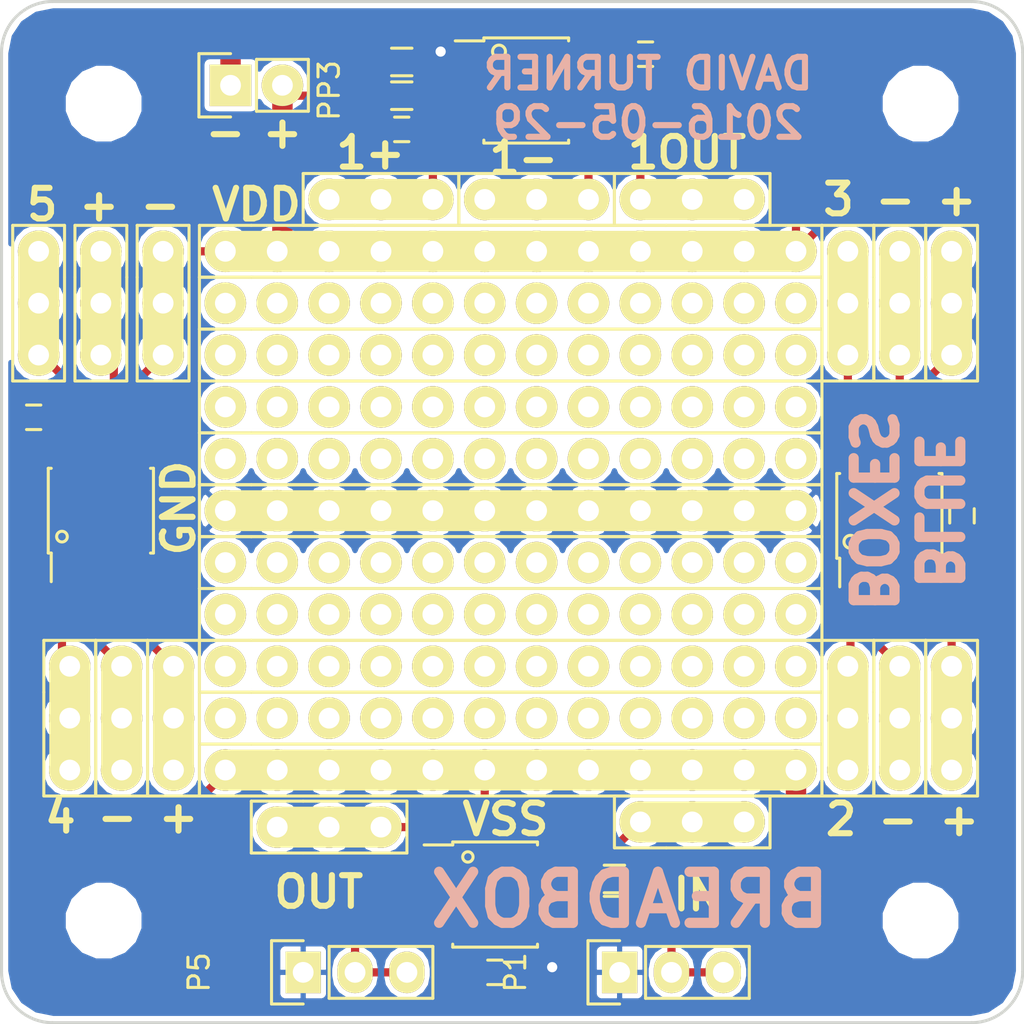
<source format=kicad_pcb>
(kicad_pcb (version 4) (host pcbnew "(2016-03-07 BZR 6612)-product")

  (general
    (links 121)
    (no_connects 0)
    (area 49.924999 49.924999 100.075001 100.075001)
    (thickness 1.6)
    (drawings 45)
    (tracks 244)
    (zones 0)
    (modules 48)
    (nets 121)
  )

  (page A4)
  (layers
    (0 F.Cu signal)
    (31 B.Cu signal)
    (32 B.Adhes user)
    (33 F.Adhes user)
    (34 B.Paste user)
    (35 F.Paste user)
    (36 B.SilkS user)
    (37 F.SilkS user)
    (38 B.Mask user)
    (39 F.Mask user)
    (40 Dwgs.User user)
    (41 Cmts.User user)
    (42 Eco1.User user)
    (43 Eco2.User user)
    (44 Edge.Cuts user)
    (45 Margin user)
    (46 B.CrtYd user)
    (47 F.CrtYd user)
    (48 B.Fab user)
    (49 F.Fab user hide)
  )

  (setup
    (last_trace_width 0.4)
    (user_trace_width 0.4)
    (user_trace_width 1)
    (trace_clearance 0.2)
    (zone_clearance 0.508)
    (zone_45_only no)
    (trace_min 0.2)
    (segment_width 2)
    (edge_width 0.15)
    (via_size 0.6)
    (via_drill 0.4)
    (via_min_size 0.4)
    (via_min_drill 0.3)
    (user_via 1 0.5)
    (uvia_size 0.3)
    (uvia_drill 0.1)
    (uvias_allowed no)
    (uvia_min_size 0.2)
    (uvia_min_drill 0.1)
    (pcb_text_width 0.3)
    (pcb_text_size 1.5 1.5)
    (mod_edge_width 0.15)
    (mod_text_size 1 1)
    (mod_text_width 0.15)
    (pad_size 2.032 2.032)
    (pad_drill 1.016)
    (pad_to_mask_clearance 0)
    (aux_axis_origin 0 0)
    (visible_elements FFFFFF7F)
    (pcbplotparams
      (layerselection 0x010f0_ffffffff)
      (usegerberextensions true)
      (excludeedgelayer true)
      (linewidth 0.100000)
      (plotframeref false)
      (viasonmask false)
      (mode 1)
      (useauxorigin false)
      (hpglpennumber 1)
      (hpglpenspeed 20)
      (hpglpendiameter 15)
      (psnegative false)
      (psa4output false)
      (plotreference true)
      (plotvalue true)
      (plotinvisibletext false)
      (padsonsilk false)
      (subtractmaskfromsilk false)
      (outputformat 1)
      (mirror false)
      (drillshape 0)
      (scaleselection 1)
      (outputdirectory gerbers/))
  )

  (net 0 "")
  (net 1 GND)
  (net 2 "Net-(P1-Pad2)")
  (net 3 "Net-(P2-Pad1)")
  (net 4 VSS)
  (net 5 VDD)
  (net 6 "Net-(P4-Pad1)")
  (net 7 "Net-(P6-Pad1)")
  (net 8 "Net-(P7-Pad1)")
  (net 9 "Net-(P8-Pad1)")
  (net 10 "Net-(P9-Pad1)")
  (net 11 "Net-(P10-Pad1)")
  (net 12 "Net-(P11-Pad1)")
  (net 13 "Net-(P12-Pad1)")
  (net 14 "Net-(P13-Pad1)")
  (net 15 "Net-(P14-Pad1)")
  (net 16 "Net-(P15-Pad1)")
  (net 17 "Net-(P15-Pad2)")
  (net 18 "Net-(P15-Pad3)")
  (net 19 "Net-(P15-Pad4)")
  (net 20 "Net-(P15-Pad5)")
  (net 21 "Net-(P15-Pad6)")
  (net 22 "Net-(P15-Pad7)")
  (net 23 "Net-(P15-Pad8)")
  (net 24 "Net-(P15-Pad9)")
  (net 25 "Net-(P15-Pad10)")
  (net 26 "Net-(P15-Pad11)")
  (net 27 "Net-(P15-Pad12)")
  (net 28 "Net-(P16-Pad1)")
  (net 29 "Net-(P16-Pad2)")
  (net 30 "Net-(P16-Pad3)")
  (net 31 "Net-(P16-Pad4)")
  (net 32 "Net-(P16-Pad5)")
  (net 33 "Net-(P16-Pad6)")
  (net 34 "Net-(P16-Pad7)")
  (net 35 "Net-(P16-Pad8)")
  (net 36 "Net-(P16-Pad9)")
  (net 37 "Net-(P16-Pad10)")
  (net 38 "Net-(P16-Pad11)")
  (net 39 "Net-(P16-Pad12)")
  (net 40 "Net-(P17-Pad1)")
  (net 41 "Net-(P17-Pad2)")
  (net 42 "Net-(P17-Pad3)")
  (net 43 "Net-(P17-Pad4)")
  (net 44 "Net-(P17-Pad5)")
  (net 45 "Net-(P17-Pad6)")
  (net 46 "Net-(P17-Pad7)")
  (net 47 "Net-(P17-Pad8)")
  (net 48 "Net-(P17-Pad9)")
  (net 49 "Net-(P17-Pad10)")
  (net 50 "Net-(P17-Pad11)")
  (net 51 "Net-(P17-Pad12)")
  (net 52 "Net-(P18-Pad1)")
  (net 53 "Net-(P18-Pad2)")
  (net 54 "Net-(P18-Pad3)")
  (net 55 "Net-(P18-Pad4)")
  (net 56 "Net-(P18-Pad5)")
  (net 57 "Net-(P18-Pad6)")
  (net 58 "Net-(P18-Pad7)")
  (net 59 "Net-(P18-Pad8)")
  (net 60 "Net-(P18-Pad9)")
  (net 61 "Net-(P18-Pad10)")
  (net 62 "Net-(P18-Pad11)")
  (net 63 "Net-(P18-Pad12)")
  (net 64 "Net-(P19-Pad1)")
  (net 65 "Net-(P19-Pad2)")
  (net 66 "Net-(P19-Pad3)")
  (net 67 "Net-(P19-Pad4)")
  (net 68 "Net-(P19-Pad5)")
  (net 69 "Net-(P19-Pad6)")
  (net 70 "Net-(P19-Pad7)")
  (net 71 "Net-(P19-Pad8)")
  (net 72 "Net-(P19-Pad9)")
  (net 73 "Net-(P19-Pad10)")
  (net 74 "Net-(P19-Pad11)")
  (net 75 "Net-(P19-Pad12)")
  (net 76 "Net-(P20-Pad1)")
  (net 77 "Net-(P20-Pad2)")
  (net 78 "Net-(P20-Pad3)")
  (net 79 "Net-(P20-Pad4)")
  (net 80 "Net-(P20-Pad5)")
  (net 81 "Net-(P20-Pad6)")
  (net 82 "Net-(P20-Pad7)")
  (net 83 "Net-(P20-Pad8)")
  (net 84 "Net-(P20-Pad9)")
  (net 85 "Net-(P20-Pad10)")
  (net 86 "Net-(P20-Pad11)")
  (net 87 "Net-(P20-Pad12)")
  (net 88 "Net-(P22-Pad1)")
  (net 89 "Net-(P22-Pad2)")
  (net 90 "Net-(P22-Pad3)")
  (net 91 "Net-(P22-Pad4)")
  (net 92 "Net-(P22-Pad5)")
  (net 93 "Net-(P22-Pad6)")
  (net 94 "Net-(P22-Pad7)")
  (net 95 "Net-(P22-Pad8)")
  (net 96 "Net-(P22-Pad9)")
  (net 97 "Net-(P22-Pad10)")
  (net 98 "Net-(P22-Pad11)")
  (net 99 "Net-(P22-Pad12)")
  (net 100 "Net-(P24-Pad1)")
  (net 101 "Net-(P24-Pad2)")
  (net 102 "Net-(P24-Pad3)")
  (net 103 "Net-(P24-Pad4)")
  (net 104 "Net-(P24-Pad5)")
  (net 105 "Net-(P24-Pad6)")
  (net 106 "Net-(P24-Pad7)")
  (net 107 "Net-(P24-Pad8)")
  (net 108 "Net-(P24-Pad9)")
  (net 109 "Net-(P24-Pad10)")
  (net 110 "Net-(P24-Pad11)")
  (net 111 "Net-(P24-Pad12)")
  (net 112 "Net-(R1-Pad2)")
  (net 113 "Net-(P26-Pad1)")
  (net 114 "Net-(P27-Pad1)")
  (net 115 "Net-(P28-Pad1)")
  (net 116 "Net-(P29-Pad1)")
  (net 117 "Net-(P30-Pad1)")
  (net 118 "Net-(P31-Pad1)")
  (net 119 "Net-(C5-Pad1)")
  (net 120 "Net-(P5-Pad2)")

  (net_class Default "This is the default net class."
    (clearance 0.2)
    (trace_width 0.25)
    (via_dia 0.6)
    (via_drill 0.4)
    (uvia_dia 0.3)
    (uvia_drill 0.1)
    (add_net GND)
    (add_net "Net-(C5-Pad1)")
    (add_net "Net-(P1-Pad2)")
    (add_net "Net-(P10-Pad1)")
    (add_net "Net-(P11-Pad1)")
    (add_net "Net-(P12-Pad1)")
    (add_net "Net-(P13-Pad1)")
    (add_net "Net-(P14-Pad1)")
    (add_net "Net-(P15-Pad1)")
    (add_net "Net-(P15-Pad10)")
    (add_net "Net-(P15-Pad11)")
    (add_net "Net-(P15-Pad12)")
    (add_net "Net-(P15-Pad2)")
    (add_net "Net-(P15-Pad3)")
    (add_net "Net-(P15-Pad4)")
    (add_net "Net-(P15-Pad5)")
    (add_net "Net-(P15-Pad6)")
    (add_net "Net-(P15-Pad7)")
    (add_net "Net-(P15-Pad8)")
    (add_net "Net-(P15-Pad9)")
    (add_net "Net-(P16-Pad1)")
    (add_net "Net-(P16-Pad10)")
    (add_net "Net-(P16-Pad11)")
    (add_net "Net-(P16-Pad12)")
    (add_net "Net-(P16-Pad2)")
    (add_net "Net-(P16-Pad3)")
    (add_net "Net-(P16-Pad4)")
    (add_net "Net-(P16-Pad5)")
    (add_net "Net-(P16-Pad6)")
    (add_net "Net-(P16-Pad7)")
    (add_net "Net-(P16-Pad8)")
    (add_net "Net-(P16-Pad9)")
    (add_net "Net-(P17-Pad1)")
    (add_net "Net-(P17-Pad10)")
    (add_net "Net-(P17-Pad11)")
    (add_net "Net-(P17-Pad12)")
    (add_net "Net-(P17-Pad2)")
    (add_net "Net-(P17-Pad3)")
    (add_net "Net-(P17-Pad4)")
    (add_net "Net-(P17-Pad5)")
    (add_net "Net-(P17-Pad6)")
    (add_net "Net-(P17-Pad7)")
    (add_net "Net-(P17-Pad8)")
    (add_net "Net-(P17-Pad9)")
    (add_net "Net-(P18-Pad1)")
    (add_net "Net-(P18-Pad10)")
    (add_net "Net-(P18-Pad11)")
    (add_net "Net-(P18-Pad12)")
    (add_net "Net-(P18-Pad2)")
    (add_net "Net-(P18-Pad3)")
    (add_net "Net-(P18-Pad4)")
    (add_net "Net-(P18-Pad5)")
    (add_net "Net-(P18-Pad6)")
    (add_net "Net-(P18-Pad7)")
    (add_net "Net-(P18-Pad8)")
    (add_net "Net-(P18-Pad9)")
    (add_net "Net-(P19-Pad1)")
    (add_net "Net-(P19-Pad10)")
    (add_net "Net-(P19-Pad11)")
    (add_net "Net-(P19-Pad12)")
    (add_net "Net-(P19-Pad2)")
    (add_net "Net-(P19-Pad3)")
    (add_net "Net-(P19-Pad4)")
    (add_net "Net-(P19-Pad5)")
    (add_net "Net-(P19-Pad6)")
    (add_net "Net-(P19-Pad7)")
    (add_net "Net-(P19-Pad8)")
    (add_net "Net-(P19-Pad9)")
    (add_net "Net-(P2-Pad1)")
    (add_net "Net-(P20-Pad1)")
    (add_net "Net-(P20-Pad10)")
    (add_net "Net-(P20-Pad11)")
    (add_net "Net-(P20-Pad12)")
    (add_net "Net-(P20-Pad2)")
    (add_net "Net-(P20-Pad3)")
    (add_net "Net-(P20-Pad4)")
    (add_net "Net-(P20-Pad5)")
    (add_net "Net-(P20-Pad6)")
    (add_net "Net-(P20-Pad7)")
    (add_net "Net-(P20-Pad8)")
    (add_net "Net-(P20-Pad9)")
    (add_net "Net-(P22-Pad1)")
    (add_net "Net-(P22-Pad10)")
    (add_net "Net-(P22-Pad11)")
    (add_net "Net-(P22-Pad12)")
    (add_net "Net-(P22-Pad2)")
    (add_net "Net-(P22-Pad3)")
    (add_net "Net-(P22-Pad4)")
    (add_net "Net-(P22-Pad5)")
    (add_net "Net-(P22-Pad6)")
    (add_net "Net-(P22-Pad7)")
    (add_net "Net-(P22-Pad8)")
    (add_net "Net-(P22-Pad9)")
    (add_net "Net-(P24-Pad1)")
    (add_net "Net-(P24-Pad10)")
    (add_net "Net-(P24-Pad11)")
    (add_net "Net-(P24-Pad12)")
    (add_net "Net-(P24-Pad2)")
    (add_net "Net-(P24-Pad3)")
    (add_net "Net-(P24-Pad4)")
    (add_net "Net-(P24-Pad5)")
    (add_net "Net-(P24-Pad6)")
    (add_net "Net-(P24-Pad7)")
    (add_net "Net-(P24-Pad8)")
    (add_net "Net-(P24-Pad9)")
    (add_net "Net-(P26-Pad1)")
    (add_net "Net-(P27-Pad1)")
    (add_net "Net-(P28-Pad1)")
    (add_net "Net-(P29-Pad1)")
    (add_net "Net-(P30-Pad1)")
    (add_net "Net-(P31-Pad1)")
    (add_net "Net-(P4-Pad1)")
    (add_net "Net-(P5-Pad2)")
    (add_net "Net-(P6-Pad1)")
    (add_net "Net-(P7-Pad1)")
    (add_net "Net-(P8-Pad1)")
    (add_net "Net-(P9-Pad1)")
    (add_net "Net-(R1-Pad2)")
    (add_net VDD)
    (add_net VSS)
  )

  (module agg:M3_HOLE (layer F.Cu) (tedit 5681D11A) (tstamp 574D2C98)
    (at 55 95)
    (fp_text reference REF** (at 0 -2.5) (layer F.Fab) hide
      (effects (font (size 1 1) (thickness 0.15)))
    )
    (fp_text value M3_HOLE (at 0 2.5) (layer F.Fab) hide
      (effects (font (size 1 1) (thickness 0.15)))
    )
    (fp_line (start -1.8 1.8) (end -1.8 -1.8) (layer F.CrtYd) (width 0.01))
    (fp_line (start 1.8 1.8) (end -1.8 1.8) (layer F.CrtYd) (width 0.01))
    (fp_line (start 1.8 -1.8) (end 1.8 1.8) (layer F.CrtYd) (width 0.01))
    (fp_line (start -1.8 -1.8) (end 1.8 -1.8) (layer F.CrtYd) (width 0.01))
    (pad "" np_thru_hole circle (at 0 0) (size 3.2 3.2) (drill 3.2) (layers *.Cu F.Mask))
  )

  (module Resistors_SMD:R_0603 (layer F.Cu) (tedit 574B468D) (tstamp 574CBED8)
    (at 69.596 54.61)
    (descr "Resistor SMD 0603, reflow soldering, Vishay (see dcrcw.pdf)")
    (tags "resistor 0603")
    (path /574B341B)
    (attr smd)
    (fp_text reference R2 (at 0 -1.9) (layer F.SilkS) hide
      (effects (font (size 1 1) (thickness 0.15)))
    )
    (fp_text value 100k (at 0 1.9) (layer F.Fab)
      (effects (font (size 1 1) (thickness 0.15)))
    )
    (fp_line (start -1.3 -0.8) (end 1.3 -0.8) (layer F.CrtYd) (width 0.05))
    (fp_line (start -1.3 0.8) (end 1.3 0.8) (layer F.CrtYd) (width 0.05))
    (fp_line (start -1.3 -0.8) (end -1.3 0.8) (layer F.CrtYd) (width 0.05))
    (fp_line (start 1.3 -0.8) (end 1.3 0.8) (layer F.CrtYd) (width 0.05))
    (fp_line (start 0.5 0.675) (end -0.5 0.675) (layer F.SilkS) (width 0.15))
    (fp_line (start -0.5 -0.675) (end 0.5 -0.675) (layer F.SilkS) (width 0.15))
    (pad 1 smd rect (at -0.75 0) (size 0.5 0.9) (layers F.Cu F.Paste F.Mask)
      (net 5 VDD))
    (pad 2 smd rect (at 0.75 0) (size 0.5 0.9) (layers F.Cu F.Paste F.Mask)
      (net 119 "Net-(C5-Pad1)"))
    (model Resistors_SMD.3dshapes/R_0603.wrl
      (at (xyz 0 0 0))
      (scale (xyz 1 1 1))
      (rotate (xyz 0 0 0))
    )
  )

  (module Housings_SOIC:SOIC-8_3.9x4.9mm_Pitch1.27mm (layer F.Cu) (tedit 574B4490) (tstamp 574CBF35)
    (at 93.472 75.184 90)
    (descr "8-Lead Plastic Small Outline (SN) - Narrow, 3.90 mm Body [SOIC] (see Microchip Packaging Specification 00000049BS.pdf)")
    (tags "SOIC 1.27")
    (path /574B4AA7)
    (attr smd)
    (fp_text reference U3 (at 0 -3.5 90) (layer F.SilkS) hide
      (effects (font (size 1 1) (thickness 0.15)))
    )
    (fp_text value LM358N (at 0 3.5 90) (layer F.Fab)
      (effects (font (size 1 1) (thickness 0.15)))
    )
    (fp_circle (center -1.27 -1.905) (end -0.9525 -1.905) (layer F.SilkS) (width 0.15))
    (fp_line (start -3.75 -2.75) (end -3.75 2.75) (layer F.CrtYd) (width 0.05))
    (fp_line (start 3.75 -2.75) (end 3.75 2.75) (layer F.CrtYd) (width 0.05))
    (fp_line (start -3.75 -2.75) (end 3.75 -2.75) (layer F.CrtYd) (width 0.05))
    (fp_line (start -3.75 2.75) (end 3.75 2.75) (layer F.CrtYd) (width 0.05))
    (fp_line (start -2.075 -2.575) (end -2.075 -2.43) (layer F.SilkS) (width 0.15))
    (fp_line (start 2.075 -2.575) (end 2.075 -2.43) (layer F.SilkS) (width 0.15))
    (fp_line (start 2.075 2.575) (end 2.075 2.43) (layer F.SilkS) (width 0.15))
    (fp_line (start -2.075 2.575) (end -2.075 2.43) (layer F.SilkS) (width 0.15))
    (fp_line (start -2.075 -2.575) (end 2.075 -2.575) (layer F.SilkS) (width 0.15))
    (fp_line (start -2.075 2.575) (end 2.075 2.575) (layer F.SilkS) (width 0.15))
    (fp_line (start -2.075 -2.43) (end -3.475 -2.43) (layer F.SilkS) (width 0.15))
    (pad 1 smd rect (at -2.7 -1.905 90) (size 1.55 0.6) (layers F.Cu F.Paste F.Mask)
      (net 14 "Net-(P13-Pad1)"))
    (pad 2 smd rect (at -2.7 -0.635 90) (size 1.55 0.6) (layers F.Cu F.Paste F.Mask)
      (net 10 "Net-(P9-Pad1)"))
    (pad 3 smd rect (at -2.7 0.635 90) (size 1.55 0.6) (layers F.Cu F.Paste F.Mask)
      (net 9 "Net-(P8-Pad1)"))
    (pad 4 smd rect (at -2.7 1.905 90) (size 1.55 0.6) (layers F.Cu F.Paste F.Mask)
      (net 4 VSS))
    (pad 5 smd rect (at 2.7 1.905 90) (size 1.55 0.6) (layers F.Cu F.Paste F.Mask)
      (net 11 "Net-(P10-Pad1)"))
    (pad 6 smd rect (at 2.7 0.635 90) (size 1.55 0.6) (layers F.Cu F.Paste F.Mask)
      (net 12 "Net-(P11-Pad1)"))
    (pad 7 smd rect (at 2.7 -0.635 90) (size 1.55 0.6) (layers F.Cu F.Paste F.Mask)
      (net 15 "Net-(P14-Pad1)"))
    (pad 8 smd rect (at 2.7 -1.905 90) (size 1.55 0.6) (layers F.Cu F.Paste F.Mask)
      (net 5 VDD))
    (model Housings_SOIC.3dshapes/SOIC-8_3.9x4.9mm_Pitch1.27mm.wrl
      (at (xyz 0 0 0))
      (scale (xyz 1 1 1))
      (rotate (xyz 0 0 0))
    )
  )

  (module Housings_SOIC:SOIC-8_3.9x4.9mm_Pitch1.27mm (layer F.Cu) (tedit 574B4697) (tstamp 574CBF07)
    (at 74.168 93.726)
    (descr "8-Lead Plastic Small Outline (SN) - Narrow, 3.90 mm Body [SOIC] (see Microchip Packaging Specification 00000049BS.pdf)")
    (tags "SOIC 1.27")
    (path /574B3772)
    (attr smd)
    (fp_text reference U1 (at 0 -3.5) (layer F.SilkS) hide
      (effects (font (size 1 1) (thickness 0.15)))
    )
    (fp_text value LM358N (at 0 3.5) (layer F.Fab)
      (effects (font (size 1 1) (thickness 0.15)))
    )
    (fp_circle (center -1.3335 -1.8415) (end -1.0795 -1.8415) (layer F.SilkS) (width 0.15))
    (fp_line (start -3.75 -2.75) (end -3.75 2.75) (layer F.CrtYd) (width 0.05))
    (fp_line (start 3.75 -2.75) (end 3.75 2.75) (layer F.CrtYd) (width 0.05))
    (fp_line (start -3.75 -2.75) (end 3.75 -2.75) (layer F.CrtYd) (width 0.05))
    (fp_line (start -3.75 2.75) (end 3.75 2.75) (layer F.CrtYd) (width 0.05))
    (fp_line (start -2.075 -2.575) (end -2.075 -2.43) (layer F.SilkS) (width 0.15))
    (fp_line (start 2.075 -2.575) (end 2.075 -2.43) (layer F.SilkS) (width 0.15))
    (fp_line (start 2.075 2.575) (end 2.075 2.43) (layer F.SilkS) (width 0.15))
    (fp_line (start -2.075 2.575) (end -2.075 2.43) (layer F.SilkS) (width 0.15))
    (fp_line (start -2.075 -2.575) (end 2.075 -2.575) (layer F.SilkS) (width 0.15))
    (fp_line (start -2.075 2.575) (end 2.075 2.575) (layer F.SilkS) (width 0.15))
    (fp_line (start -2.075 -2.43) (end -3.475 -2.43) (layer F.SilkS) (width 0.15))
    (pad 1 smd rect (at -2.7 -1.905) (size 1.55 0.6) (layers F.Cu F.Paste F.Mask)
      (net 120 "Net-(P5-Pad2)"))
    (pad 2 smd rect (at -2.7 -0.635) (size 1.55 0.6) (layers F.Cu F.Paste F.Mask)
      (net 120 "Net-(P5-Pad2)"))
    (pad 3 smd rect (at -2.7 0.635) (size 1.55 0.6) (layers F.Cu F.Paste F.Mask)
      (net 3 "Net-(P2-Pad1)"))
    (pad 4 smd rect (at -2.7 1.905) (size 1.55 0.6) (layers F.Cu F.Paste F.Mask)
      (net 4 VSS))
    (pad 5 smd rect (at 2.7 1.905) (size 1.55 0.6) (layers F.Cu F.Paste F.Mask)
      (net 1 GND))
    (pad 6 smd rect (at 2.7 0.635) (size 1.55 0.6) (layers F.Cu F.Paste F.Mask)
      (net 112 "Net-(R1-Pad2)"))
    (pad 7 smd rect (at 2.7 -0.635) (size 1.55 0.6) (layers F.Cu F.Paste F.Mask)
      (net 6 "Net-(P4-Pad1)"))
    (pad 8 smd rect (at 2.7 -1.905) (size 1.55 0.6) (layers F.Cu F.Paste F.Mask)
      (net 5 VDD))
    (model Housings_SOIC.3dshapes/SOIC-8_3.9x4.9mm_Pitch1.27mm.wrl
      (at (xyz 0 0 0))
      (scale (xyz 1 1 1))
      (rotate (xyz 0 0 0))
    )
  )

  (module Housings_SOIC:SOIC-8_3.9x4.9mm_Pitch1.27mm (layer F.Cu) (tedit 574B4688) (tstamp 574CBF1E)
    (at 75.692 54.356)
    (descr "8-Lead Plastic Small Outline (SN) - Narrow, 3.90 mm Body [SOIC] (see Microchip Packaging Specification 00000049BS.pdf)")
    (tags "SOIC 1.27")
    (path /574B34CD)
    (attr smd)
    (fp_text reference U2 (at 0 -3.5) (layer F.SilkS) hide
      (effects (font (size 1 1) (thickness 0.15)))
    )
    (fp_text value LM358N (at 0 3.5) (layer F.Fab)
      (effects (font (size 1 1) (thickness 0.15)))
    )
    (fp_circle (center -1.3335 -1.905) (end -1.016 -1.905) (layer F.SilkS) (width 0.15))
    (fp_line (start -3.75 -2.75) (end -3.75 2.75) (layer F.CrtYd) (width 0.05))
    (fp_line (start 3.75 -2.75) (end 3.75 2.75) (layer F.CrtYd) (width 0.05))
    (fp_line (start -3.75 -2.75) (end 3.75 -2.75) (layer F.CrtYd) (width 0.05))
    (fp_line (start -3.75 2.75) (end 3.75 2.75) (layer F.CrtYd) (width 0.05))
    (fp_line (start -2.075 -2.575) (end -2.075 -2.43) (layer F.SilkS) (width 0.15))
    (fp_line (start 2.075 -2.575) (end 2.075 -2.43) (layer F.SilkS) (width 0.15))
    (fp_line (start 2.075 2.575) (end 2.075 2.43) (layer F.SilkS) (width 0.15))
    (fp_line (start -2.075 2.575) (end -2.075 2.43) (layer F.SilkS) (width 0.15))
    (fp_line (start -2.075 -2.575) (end 2.075 -2.575) (layer F.SilkS) (width 0.15))
    (fp_line (start -2.075 2.575) (end 2.075 2.575) (layer F.SilkS) (width 0.15))
    (fp_line (start -2.075 -2.43) (end -3.475 -2.43) (layer F.SilkS) (width 0.15))
    (pad 1 smd rect (at -2.7 -1.905) (size 1.55 0.6) (layers F.Cu F.Paste F.Mask)
      (net 1 GND))
    (pad 2 smd rect (at -2.7 -0.635) (size 1.55 0.6) (layers F.Cu F.Paste F.Mask)
      (net 1 GND))
    (pad 3 smd rect (at -2.7 0.635) (size 1.55 0.6) (layers F.Cu F.Paste F.Mask)
      (net 119 "Net-(C5-Pad1)"))
    (pad 4 smd rect (at -2.7 1.905) (size 1.55 0.6) (layers F.Cu F.Paste F.Mask)
      (net 4 VSS))
    (pad 5 smd rect (at 2.7 1.905) (size 1.55 0.6) (layers F.Cu F.Paste F.Mask)
      (net 7 "Net-(P6-Pad1)"))
    (pad 6 smd rect (at 2.7 0.635) (size 1.55 0.6) (layers F.Cu F.Paste F.Mask)
      (net 8 "Net-(P7-Pad1)"))
    (pad 7 smd rect (at 2.7 -0.635) (size 1.55 0.6) (layers F.Cu F.Paste F.Mask)
      (net 13 "Net-(P12-Pad1)"))
    (pad 8 smd rect (at 2.7 -1.905) (size 1.55 0.6) (layers F.Cu F.Paste F.Mask)
      (net 5 VDD))
    (model Housings_SOIC.3dshapes/SOIC-8_3.9x4.9mm_Pitch1.27mm.wrl
      (at (xyz 0 0 0))
      (scale (xyz 1 1 1))
      (rotate (xyz 0 0 0))
    )
  )

  (module Housings_SOIC:SOIC-8_3.9x4.9mm_Pitch1.27mm (layer F.Cu) (tedit 574B42E7) (tstamp 574CD84E)
    (at 54.864 74.93 90)
    (descr "8-Lead Plastic Small Outline (SN) - Narrow, 3.90 mm Body [SOIC] (see Microchip Packaging Specification 00000049BS.pdf)")
    (tags "SOIC 1.27")
    (path /574BAC38)
    (attr smd)
    (fp_text reference U4 (at 0 -3.5 90) (layer F.SilkS) hide
      (effects (font (size 1 1) (thickness 0.15)))
    )
    (fp_text value LM358N (at 0 3.5 90) (layer F.Fab)
      (effects (font (size 1 1) (thickness 0.15)))
    )
    (fp_circle (center -1.27 -1.905) (end -1.016 -1.8415) (layer F.SilkS) (width 0.15))
    (fp_line (start -3.75 -2.75) (end -3.75 2.75) (layer F.CrtYd) (width 0.05))
    (fp_line (start 3.75 -2.75) (end 3.75 2.75) (layer F.CrtYd) (width 0.05))
    (fp_line (start -3.75 -2.75) (end 3.75 -2.75) (layer F.CrtYd) (width 0.05))
    (fp_line (start -3.75 2.75) (end 3.75 2.75) (layer F.CrtYd) (width 0.05))
    (fp_line (start -2.075 -2.575) (end -2.075 -2.43) (layer F.SilkS) (width 0.15))
    (fp_line (start 2.075 -2.575) (end 2.075 -2.43) (layer F.SilkS) (width 0.15))
    (fp_line (start 2.075 2.575) (end 2.075 2.43) (layer F.SilkS) (width 0.15))
    (fp_line (start -2.075 2.575) (end -2.075 2.43) (layer F.SilkS) (width 0.15))
    (fp_line (start -2.075 -2.575) (end 2.075 -2.575) (layer F.SilkS) (width 0.15))
    (fp_line (start -2.075 2.575) (end 2.075 2.575) (layer F.SilkS) (width 0.15))
    (fp_line (start -2.075 -2.43) (end -3.475 -2.43) (layer F.SilkS) (width 0.15))
    (pad 1 smd rect (at -2.7 -1.905 90) (size 1.55 0.6) (layers F.Cu F.Paste F.Mask)
      (net 117 "Net-(P30-Pad1)"))
    (pad 2 smd rect (at -2.7 -0.635 90) (size 1.55 0.6) (layers F.Cu F.Paste F.Mask)
      (net 114 "Net-(P27-Pad1)"))
    (pad 3 smd rect (at -2.7 0.635 90) (size 1.55 0.6) (layers F.Cu F.Paste F.Mask)
      (net 113 "Net-(P26-Pad1)"))
    (pad 4 smd rect (at -2.7 1.905 90) (size 1.55 0.6) (layers F.Cu F.Paste F.Mask)
      (net 4 VSS))
    (pad 5 smd rect (at 2.7 1.905 90) (size 1.55 0.6) (layers F.Cu F.Paste F.Mask)
      (net 115 "Net-(P28-Pad1)"))
    (pad 6 smd rect (at 2.7 0.635 90) (size 1.55 0.6) (layers F.Cu F.Paste F.Mask)
      (net 116 "Net-(P29-Pad1)"))
    (pad 7 smd rect (at 2.7 -0.635 90) (size 1.55 0.6) (layers F.Cu F.Paste F.Mask)
      (net 118 "Net-(P31-Pad1)"))
    (pad 8 smd rect (at 2.7 -1.905 90) (size 1.55 0.6) (layers F.Cu F.Paste F.Mask)
      (net 5 VDD))
    (model Housings_SOIC.3dshapes/SOIC-8_3.9x4.9mm_Pitch1.27mm.wrl
      (at (xyz 0 0 0))
      (scale (xyz 1 1 1))
      (rotate (xyz 0 0 0))
    )
  )

  (module Pin_Headers:Pin_Header_Straight_1x02 (layer F.Cu) (tedit 574B4726) (tstamp 574CBCD2)
    (at 61.214 54.102 90)
    (descr "Through hole pin header")
    (tags "pin header")
    (path /574B339A)
    (fp_text reference P3 (at 0 -5.1 90) (layer F.SilkS) hide
      (effects (font (size 1 1) (thickness 0.15)))
    )
    (fp_text value PP3 (at -0.254 4.826 270) (layer F.SilkS)
      (effects (font (size 1 1) (thickness 0.15)))
    )
    (fp_line (start 1.27 1.27) (end 1.27 3.81) (layer F.SilkS) (width 0.15))
    (fp_line (start 1.55 -1.55) (end 1.55 0) (layer F.SilkS) (width 0.15))
    (fp_line (start -1.75 -1.75) (end -1.75 4.3) (layer F.CrtYd) (width 0.05))
    (fp_line (start 1.75 -1.75) (end 1.75 4.3) (layer F.CrtYd) (width 0.05))
    (fp_line (start -1.75 -1.75) (end 1.75 -1.75) (layer F.CrtYd) (width 0.05))
    (fp_line (start -1.75 4.3) (end 1.75 4.3) (layer F.CrtYd) (width 0.05))
    (fp_line (start 1.27 1.27) (end -1.27 1.27) (layer F.SilkS) (width 0.15))
    (fp_line (start -1.55 0) (end -1.55 -1.55) (layer F.SilkS) (width 0.15))
    (fp_line (start -1.55 -1.55) (end 1.55 -1.55) (layer F.SilkS) (width 0.15))
    (fp_line (start -1.27 1.27) (end -1.27 3.81) (layer F.SilkS) (width 0.15))
    (fp_line (start -1.27 3.81) (end 1.27 3.81) (layer F.SilkS) (width 0.15))
    (pad 1 thru_hole rect (at 0 0 90) (size 2.032 2.032) (drill 1.016) (layers *.Cu *.Mask F.SilkS)
      (net 4 VSS))
    (pad 2 thru_hole oval (at 0 2.54 90) (size 2.032 2.032) (drill 1.016) (layers *.Cu *.Mask F.SilkS)
      (net 5 VDD))
    (model Pin_Headers.3dshapes/Pin_Header_Straight_1x02.wrl
      (at (xyz 0 -0.05 0))
      (scale (xyz 1 1 1))
      (rotate (xyz 0 0 90))
    )
  )

  (module Resistors_SMD:R_0603 (layer F.Cu) (tedit 574B46A0) (tstamp 574CBECC)
    (at 80.01 94.488 180)
    (descr "Resistor SMD 0603, reflow soldering, Vishay (see dcrcw.pdf)")
    (tags "resistor 0603")
    (path /574B38CC)
    (attr smd)
    (fp_text reference R1 (at 0 -1.9 180) (layer F.SilkS) hide
      (effects (font (size 1 1) (thickness 0.15)))
    )
    (fp_text value 1M (at 0 1.9 180) (layer F.Fab)
      (effects (font (size 1 1) (thickness 0.15)))
    )
    (fp_line (start -1.3 -0.8) (end 1.3 -0.8) (layer F.CrtYd) (width 0.05))
    (fp_line (start -1.3 0.8) (end 1.3 0.8) (layer F.CrtYd) (width 0.05))
    (fp_line (start -1.3 -0.8) (end -1.3 0.8) (layer F.CrtYd) (width 0.05))
    (fp_line (start 1.3 -0.8) (end 1.3 0.8) (layer F.CrtYd) (width 0.05))
    (fp_line (start 0.5 0.675) (end -0.5 0.675) (layer F.SilkS) (width 0.15))
    (fp_line (start -0.5 -0.675) (end 0.5 -0.675) (layer F.SilkS) (width 0.15))
    (pad 1 smd rect (at -0.75 0 180) (size 0.5 0.9) (layers F.Cu F.Paste F.Mask)
      (net 2 "Net-(P1-Pad2)"))
    (pad 2 smd rect (at 0.75 0 180) (size 0.5 0.9) (layers F.Cu F.Paste F.Mask)
      (net 112 "Net-(R1-Pad2)"))
    (model Resistors_SMD.3dshapes/R_0603.wrl
      (at (xyz 0 0 0))
      (scale (xyz 1 1 1))
      (rotate (xyz 0 0 0))
    )
  )

  (module Resistors_SMD:R_0603 (layer F.Cu) (tedit 574B4690) (tstamp 574CBEE4)
    (at 69.596 52.959 180)
    (descr "Resistor SMD 0603, reflow soldering, Vishay (see dcrcw.pdf)")
    (tags "resistor 0603")
    (path /574B3448)
    (attr smd)
    (fp_text reference R3 (at 0 -1.9 180) (layer F.SilkS) hide
      (effects (font (size 1 1) (thickness 0.15)))
    )
    (fp_text value 100k (at 0 1.9 180) (layer F.Fab)
      (effects (font (size 1 1) (thickness 0.15)))
    )
    (fp_line (start -1.3 -0.8) (end 1.3 -0.8) (layer F.CrtYd) (width 0.05))
    (fp_line (start -1.3 0.8) (end 1.3 0.8) (layer F.CrtYd) (width 0.05))
    (fp_line (start -1.3 -0.8) (end -1.3 0.8) (layer F.CrtYd) (width 0.05))
    (fp_line (start 1.3 -0.8) (end 1.3 0.8) (layer F.CrtYd) (width 0.05))
    (fp_line (start 0.5 0.675) (end -0.5 0.675) (layer F.SilkS) (width 0.15))
    (fp_line (start -0.5 -0.675) (end 0.5 -0.675) (layer F.SilkS) (width 0.15))
    (pad 1 smd rect (at -0.75 0 180) (size 0.5 0.9) (layers F.Cu F.Paste F.Mask)
      (net 119 "Net-(C5-Pad1)"))
    (pad 2 smd rect (at 0.75 0 180) (size 0.5 0.9) (layers F.Cu F.Paste F.Mask)
      (net 4 VSS))
    (model Resistors_SMD.3dshapes/R_0603.wrl
      (at (xyz 0 0 0))
      (scale (xyz 1 1 1))
      (rotate (xyz 0 0 0))
    )
  )

  (module Resistors_SMD:R_0603 (layer F.Cu) (tedit 574B469D) (tstamp 574CBEF0)
    (at 80.01 92.964)
    (descr "Resistor SMD 0603, reflow soldering, Vishay (see dcrcw.pdf)")
    (tags "resistor 0603")
    (path /574B39DA)
    (attr smd)
    (fp_text reference R4 (at 0 -1.9) (layer F.SilkS) hide
      (effects (font (size 1 1) (thickness 0.15)))
    )
    (fp_text value 1M (at 0 1.9) (layer F.Fab)
      (effects (font (size 1 1) (thickness 0.15)))
    )
    (fp_line (start -1.3 -0.8) (end 1.3 -0.8) (layer F.CrtYd) (width 0.05))
    (fp_line (start -1.3 0.8) (end 1.3 0.8) (layer F.CrtYd) (width 0.05))
    (fp_line (start -1.3 -0.8) (end -1.3 0.8) (layer F.CrtYd) (width 0.05))
    (fp_line (start 1.3 -0.8) (end 1.3 0.8) (layer F.CrtYd) (width 0.05))
    (fp_line (start 0.5 0.675) (end -0.5 0.675) (layer F.SilkS) (width 0.15))
    (fp_line (start -0.5 -0.675) (end 0.5 -0.675) (layer F.SilkS) (width 0.15))
    (pad 1 smd rect (at -0.75 0) (size 0.5 0.9) (layers F.Cu F.Paste F.Mask)
      (net 6 "Net-(P4-Pad1)"))
    (pad 2 smd rect (at 0.75 0) (size 0.5 0.9) (layers F.Cu F.Paste F.Mask)
      (net 112 "Net-(R1-Pad2)"))
    (model Resistors_SMD.3dshapes/R_0603.wrl
      (at (xyz 0 0 0))
      (scale (xyz 1 1 1))
      (rotate (xyz 0 0 0))
    )
  )

  (module Capacitors_SMD:C_0603 (layer F.Cu) (tedit 574B4407) (tstamp 574CE3C5)
    (at 51.574 70.358)
    (descr "Capacitor SMD 0603, reflow soldering, AVX (see smccp.pdf)")
    (tags "capacitor 0603")
    (path /574BB85D)
    (attr smd)
    (fp_text reference C1 (at 0 -1.9) (layer F.SilkS) hide
      (effects (font (size 1 1) (thickness 0.15)))
    )
    (fp_text value 100n (at 0 1.9) (layer F.Fab)
      (effects (font (size 1 1) (thickness 0.15)))
    )
    (fp_line (start -1.45 -0.75) (end 1.45 -0.75) (layer F.CrtYd) (width 0.05))
    (fp_line (start -1.45 0.75) (end 1.45 0.75) (layer F.CrtYd) (width 0.05))
    (fp_line (start -1.45 -0.75) (end -1.45 0.75) (layer F.CrtYd) (width 0.05))
    (fp_line (start 1.45 -0.75) (end 1.45 0.75) (layer F.CrtYd) (width 0.05))
    (fp_line (start -0.35 -0.6) (end 0.35 -0.6) (layer F.SilkS) (width 0.15))
    (fp_line (start 0.35 0.6) (end -0.35 0.6) (layer F.SilkS) (width 0.15))
    (pad 1 smd rect (at -0.75 0) (size 0.8 0.75) (layers F.Cu F.Paste F.Mask)
      (net 5 VDD))
    (pad 2 smd rect (at 0.75 0) (size 0.8 0.75) (layers F.Cu F.Paste F.Mask)
      (net 4 VSS))
    (model Capacitors_SMD.3dshapes/C_0603.wrl
      (at (xyz 0 0 0))
      (scale (xyz 1 1 1))
      (rotate (xyz 0 0 0))
    )
  )

  (module Capacitors_SMD:C_0603 (layer F.Cu) (tedit 574B4442) (tstamp 574CE3D1)
    (at 81.534 52.578)
    (descr "Capacitor SMD 0603, reflow soldering, AVX (see smccp.pdf)")
    (tags "capacitor 0603")
    (path /574BDD97)
    (attr smd)
    (fp_text reference C2 (at 0 -1.9) (layer F.SilkS) hide
      (effects (font (size 1 1) (thickness 0.15)))
    )
    (fp_text value 100n (at 0 1.9) (layer F.Fab)
      (effects (font (size 1 1) (thickness 0.15)))
    )
    (fp_line (start -1.45 -0.75) (end 1.45 -0.75) (layer F.CrtYd) (width 0.05))
    (fp_line (start -1.45 0.75) (end 1.45 0.75) (layer F.CrtYd) (width 0.05))
    (fp_line (start -1.45 -0.75) (end -1.45 0.75) (layer F.CrtYd) (width 0.05))
    (fp_line (start 1.45 -0.75) (end 1.45 0.75) (layer F.CrtYd) (width 0.05))
    (fp_line (start -0.35 -0.6) (end 0.35 -0.6) (layer F.SilkS) (width 0.15))
    (fp_line (start 0.35 0.6) (end -0.35 0.6) (layer F.SilkS) (width 0.15))
    (pad 1 smd rect (at -0.75 0) (size 0.8 0.75) (layers F.Cu F.Paste F.Mask)
      (net 5 VDD))
    (pad 2 smd rect (at 0.75 0) (size 0.8 0.75) (layers F.Cu F.Paste F.Mask)
      (net 4 VSS))
    (model Capacitors_SMD.3dshapes/C_0603.wrl
      (at (xyz 0 0 0))
      (scale (xyz 1 1 1))
      (rotate (xyz 0 0 0))
    )
  )

  (module Capacitors_SMD:C_0603 (layer F.Cu) (tedit 574B469B) (tstamp 574CE3DD)
    (at 74.156 97.536 180)
    (descr "Capacitor SMD 0603, reflow soldering, AVX (see smccp.pdf)")
    (tags "capacitor 0603")
    (path /574BDE30)
    (attr smd)
    (fp_text reference C3 (at 0 -1.9 180) (layer F.SilkS) hide
      (effects (font (size 1 1) (thickness 0.15)))
    )
    (fp_text value 100n (at 0 1.9 180) (layer F.Fab)
      (effects (font (size 1 1) (thickness 0.15)))
    )
    (fp_line (start -1.45 -0.75) (end 1.45 -0.75) (layer F.CrtYd) (width 0.05))
    (fp_line (start -1.45 0.75) (end 1.45 0.75) (layer F.CrtYd) (width 0.05))
    (fp_line (start -1.45 -0.75) (end -1.45 0.75) (layer F.CrtYd) (width 0.05))
    (fp_line (start 1.45 -0.75) (end 1.45 0.75) (layer F.CrtYd) (width 0.05))
    (fp_line (start -0.35 -0.6) (end 0.35 -0.6) (layer F.SilkS) (width 0.15))
    (fp_line (start 0.35 0.6) (end -0.35 0.6) (layer F.SilkS) (width 0.15))
    (pad 1 smd rect (at -0.75 0 180) (size 0.8 0.75) (layers F.Cu F.Paste F.Mask)
      (net 5 VDD))
    (pad 2 smd rect (at 0.75 0 180) (size 0.8 0.75) (layers F.Cu F.Paste F.Mask)
      (net 4 VSS))
    (model Capacitors_SMD.3dshapes/C_0603.wrl
      (at (xyz 0 0 0))
      (scale (xyz 1 1 1))
      (rotate (xyz 0 0 0))
    )
  )

  (module Capacitors_SMD:C_0603 (layer F.Cu) (tedit 574B4485) (tstamp 574CE3E9)
    (at 97.028 75.184 270)
    (descr "Capacitor SMD 0603, reflow soldering, AVX (see smccp.pdf)")
    (tags "capacitor 0603")
    (path /574BDECC)
    (attr smd)
    (fp_text reference C4 (at 0 -1.9 270) (layer F.SilkS) hide
      (effects (font (size 1 1) (thickness 0.15)))
    )
    (fp_text value 100n (at 0 1.9 270) (layer F.Fab)
      (effects (font (size 1 1) (thickness 0.15)))
    )
    (fp_line (start -1.45 -0.75) (end 1.45 -0.75) (layer F.CrtYd) (width 0.05))
    (fp_line (start -1.45 0.75) (end 1.45 0.75) (layer F.CrtYd) (width 0.05))
    (fp_line (start -1.45 -0.75) (end -1.45 0.75) (layer F.CrtYd) (width 0.05))
    (fp_line (start 1.45 -0.75) (end 1.45 0.75) (layer F.CrtYd) (width 0.05))
    (fp_line (start -0.35 -0.6) (end 0.35 -0.6) (layer F.SilkS) (width 0.15))
    (fp_line (start 0.35 0.6) (end -0.35 0.6) (layer F.SilkS) (width 0.15))
    (pad 1 smd rect (at -0.75 0 270) (size 0.8 0.75) (layers F.Cu F.Paste F.Mask)
      (net 5 VDD))
    (pad 2 smd rect (at 0.75 0 270) (size 0.8 0.75) (layers F.Cu F.Paste F.Mask)
      (net 4 VSS))
    (model Capacitors_SMD.3dshapes/C_0603.wrl
      (at (xyz 0 0 0))
      (scale (xyz 1 1 1))
      (rotate (xyz 0 0 0))
    )
  )

  (module Capacitors_SMD:C_0603 (layer F.Cu) (tedit 574B5FBF) (tstamp 574B615D)
    (at 69.596 56.261)
    (descr "Capacitor SMD 0603, reflow soldering, AVX (see smccp.pdf)")
    (tags "capacitor 0603")
    (path /574BAA15)
    (attr smd)
    (fp_text reference C5 (at 0 -1.9) (layer F.SilkS) hide
      (effects (font (size 1 1) (thickness 0.15)))
    )
    (fp_text value 100n (at 0 1.9) (layer F.Fab)
      (effects (font (size 1 1) (thickness 0.15)))
    )
    (fp_line (start -1.45 -0.75) (end 1.45 -0.75) (layer F.CrtYd) (width 0.05))
    (fp_line (start -1.45 0.75) (end 1.45 0.75) (layer F.CrtYd) (width 0.05))
    (fp_line (start -1.45 -0.75) (end -1.45 0.75) (layer F.CrtYd) (width 0.05))
    (fp_line (start 1.45 -0.75) (end 1.45 0.75) (layer F.CrtYd) (width 0.05))
    (fp_line (start -0.35 -0.6) (end 0.35 -0.6) (layer F.SilkS) (width 0.15))
    (fp_line (start 0.35 0.6) (end -0.35 0.6) (layer F.SilkS) (width 0.15))
    (pad 1 smd rect (at -0.75 0) (size 0.8 0.75) (layers F.Cu F.Paste F.Mask)
      (net 119 "Net-(C5-Pad1)"))
    (pad 2 smd rect (at 0.75 0) (size 0.8 0.75) (layers F.Cu F.Paste F.Mask)
      (net 4 VSS))
    (model Capacitors_SMD.3dshapes/C_0603.wrl
      (at (xyz 0 0 0))
      (scale (xyz 1 1 1))
      (rotate (xyz 0 0 0))
    )
  )

  (module agg:M3_HOLE (layer F.Cu) (tedit 5681D11A) (tstamp 574D2C7D)
    (at 55 55)
    (fp_text reference REF** (at 0 -2.5) (layer F.Fab) hide
      (effects (font (size 1 1) (thickness 0.15)))
    )
    (fp_text value M3_HOLE (at 0 2.5) (layer F.Fab) hide
      (effects (font (size 1 1) (thickness 0.15)))
    )
    (fp_line (start -1.8 1.8) (end -1.8 -1.8) (layer F.CrtYd) (width 0.01))
    (fp_line (start 1.8 1.8) (end -1.8 1.8) (layer F.CrtYd) (width 0.01))
    (fp_line (start 1.8 -1.8) (end 1.8 1.8) (layer F.CrtYd) (width 0.01))
    (fp_line (start -1.8 -1.8) (end 1.8 -1.8) (layer F.CrtYd) (width 0.01))
    (pad "" np_thru_hole circle (at 0 0) (size 3.2 3.2) (drill 3.2) (layers *.Cu F.Mask))
  )

  (module agg:M3_HOLE (layer F.Cu) (tedit 5681D11A) (tstamp 574D2C86)
    (at 95 55)
    (fp_text reference REF** (at 0 -2.5) (layer F.Fab) hide
      (effects (font (size 1 1) (thickness 0.15)))
    )
    (fp_text value M3_HOLE (at 0 2.5) (layer F.Fab) hide
      (effects (font (size 1 1) (thickness 0.15)))
    )
    (fp_line (start -1.8 1.8) (end -1.8 -1.8) (layer F.CrtYd) (width 0.01))
    (fp_line (start 1.8 1.8) (end -1.8 1.8) (layer F.CrtYd) (width 0.01))
    (fp_line (start 1.8 -1.8) (end 1.8 1.8) (layer F.CrtYd) (width 0.01))
    (fp_line (start -1.8 -1.8) (end 1.8 -1.8) (layer F.CrtYd) (width 0.01))
    (pad "" np_thru_hole circle (at 0 0) (size 3.2 3.2) (drill 3.2) (layers *.Cu F.Mask))
  )

  (module agg:M3_HOLE (layer F.Cu) (tedit 5681D11A) (tstamp 574D2C8F)
    (at 95 95)
    (fp_text reference REF** (at 0 -2.5) (layer F.Fab) hide
      (effects (font (size 1 1) (thickness 0.15)))
    )
    (fp_text value M3_HOLE (at 0 2.5) (layer F.Fab) hide
      (effects (font (size 1 1) (thickness 0.15)))
    )
    (fp_line (start -1.8 1.8) (end -1.8 -1.8) (layer F.CrtYd) (width 0.01))
    (fp_line (start 1.8 1.8) (end -1.8 1.8) (layer F.CrtYd) (width 0.01))
    (fp_line (start 1.8 -1.8) (end 1.8 1.8) (layer F.CrtYd) (width 0.01))
    (fp_line (start -1.8 -1.8) (end 1.8 -1.8) (layer F.CrtYd) (width 0.01))
    (pad "" np_thru_hole circle (at 0 0) (size 3.2 3.2) (drill 3.2) (layers *.Cu F.Mask))
  )

  (module breadbox:Pin_Header_Straight_1x03 (layer F.Cu) (tedit 574B532E) (tstamp 574C286E)
    (at 51.816 62.23)
    (descr "Through hole pin header")
    (tags "pin header")
    (path /574BAC62)
    (fp_text reference P31 (at 0 -5.1) (layer F.SilkS) hide
      (effects (font (size 1 1) (thickness 0.15)))
    )
    (fp_text value 5OUT (at -2.286 2.54 90) (layer F.SilkS) hide
      (effects (font (size 1 1) (thickness 0.15)))
    )
    (fp_line (start 1.27 -1.27) (end 1.27 1.27) (layer F.SilkS) (width 0.15))
    (fp_line (start -1.27 -1.27) (end 1.27 -1.27) (layer F.SilkS) (width 0.15))
    (fp_line (start -1.27 1.27) (end -1.27 -1.27) (layer F.SilkS) (width 0.15))
    (fp_line (start -1.75 -1.75) (end -1.75 6.85) (layer F.CrtYd) (width 0.05))
    (fp_line (start 1.75 -1.75) (end 1.75 6.85) (layer F.CrtYd) (width 0.05))
    (fp_line (start -1.75 -1.75) (end 1.75 -1.75) (layer F.CrtYd) (width 0.05))
    (fp_line (start -1.75 6.85) (end 1.75 6.85) (layer F.CrtYd) (width 0.05))
    (fp_line (start -1.27 1.27) (end -1.27 6.35) (layer F.SilkS) (width 0.15))
    (fp_line (start -1.27 6.35) (end 1.27 6.35) (layer F.SilkS) (width 0.15))
    (fp_line (start 1.27 6.35) (end 1.27 1.27) (layer F.SilkS) (width 0.15))
    (pad 1 thru_hole circle (at 0 0) (size 2.032 2.032) (drill 1.016) (layers *.Cu *.Mask F.SilkS)
      (net 118 "Net-(P31-Pad1)"))
    (pad 2 thru_hole circle (at 0 2.54) (size 2.032 2.032) (drill 1.016) (layers *.Cu *.Mask F.SilkS)
      (net 118 "Net-(P31-Pad1)"))
    (pad 3 thru_hole circle (at 0 5.08) (size 2.032 2.032) (drill 1.016) (layers *.Cu *.Mask F.SilkS)
      (net 118 "Net-(P31-Pad1)"))
    (model Pin_Headers.3dshapes/Pin_Header_Straight_1x03.wrl
      (at (xyz 0 -0.1 0))
      (scale (xyz 1 1 1))
      (rotate (xyz 0 0 90))
    )
  )

  (module breadbox:Pin_Header_Straight_1x03 (layer F.Cu) (tedit 574B532E) (tstamp 574C285D)
    (at 53.34 82.55)
    (descr "Through hole pin header")
    (tags "pin header")
    (path /574BAC5C)
    (fp_text reference P30 (at 0 -5.1) (layer F.SilkS) hide
      (effects (font (size 1 1) (thickness 0.15)))
    )
    (fp_text value 4OUT (at -2.286 2.54 90) (layer F.SilkS) hide
      (effects (font (size 1 1) (thickness 0.15)))
    )
    (fp_line (start 1.27 -1.27) (end 1.27 1.27) (layer F.SilkS) (width 0.15))
    (fp_line (start -1.27 -1.27) (end 1.27 -1.27) (layer F.SilkS) (width 0.15))
    (fp_line (start -1.27 1.27) (end -1.27 -1.27) (layer F.SilkS) (width 0.15))
    (fp_line (start -1.75 -1.75) (end -1.75 6.85) (layer F.CrtYd) (width 0.05))
    (fp_line (start 1.75 -1.75) (end 1.75 6.85) (layer F.CrtYd) (width 0.05))
    (fp_line (start -1.75 -1.75) (end 1.75 -1.75) (layer F.CrtYd) (width 0.05))
    (fp_line (start -1.75 6.85) (end 1.75 6.85) (layer F.CrtYd) (width 0.05))
    (fp_line (start -1.27 1.27) (end -1.27 6.35) (layer F.SilkS) (width 0.15))
    (fp_line (start -1.27 6.35) (end 1.27 6.35) (layer F.SilkS) (width 0.15))
    (fp_line (start 1.27 6.35) (end 1.27 1.27) (layer F.SilkS) (width 0.15))
    (pad 1 thru_hole circle (at 0 0) (size 2.032 2.032) (drill 1.016) (layers *.Cu *.Mask F.SilkS)
      (net 117 "Net-(P30-Pad1)"))
    (pad 2 thru_hole circle (at 0 2.54) (size 2.032 2.032) (drill 1.016) (layers *.Cu *.Mask F.SilkS)
      (net 117 "Net-(P30-Pad1)"))
    (pad 3 thru_hole circle (at 0 5.08) (size 2.032 2.032) (drill 1.016) (layers *.Cu *.Mask F.SilkS)
      (net 117 "Net-(P30-Pad1)"))
    (model Pin_Headers.3dshapes/Pin_Header_Straight_1x03.wrl
      (at (xyz 0 -0.1 0))
      (scale (xyz 1 1 1))
      (rotate (xyz 0 0 90))
    )
  )

  (module breadbox:Pin_Header_Straight_1x03 (layer F.Cu) (tedit 574B532E) (tstamp 574C284C)
    (at 54.864 62.23)
    (descr "Through hole pin header")
    (tags "pin header")
    (path /574BAC56)
    (fp_text reference P29 (at 0 -5.1) (layer F.SilkS) hide
      (effects (font (size 1 1) (thickness 0.15)))
    )
    (fp_text value 5+ (at -2.286 2.54 90) (layer F.SilkS) hide
      (effects (font (size 1 1) (thickness 0.15)))
    )
    (fp_line (start 1.27 -1.27) (end 1.27 1.27) (layer F.SilkS) (width 0.15))
    (fp_line (start -1.27 -1.27) (end 1.27 -1.27) (layer F.SilkS) (width 0.15))
    (fp_line (start -1.27 1.27) (end -1.27 -1.27) (layer F.SilkS) (width 0.15))
    (fp_line (start -1.75 -1.75) (end -1.75 6.85) (layer F.CrtYd) (width 0.05))
    (fp_line (start 1.75 -1.75) (end 1.75 6.85) (layer F.CrtYd) (width 0.05))
    (fp_line (start -1.75 -1.75) (end 1.75 -1.75) (layer F.CrtYd) (width 0.05))
    (fp_line (start -1.75 6.85) (end 1.75 6.85) (layer F.CrtYd) (width 0.05))
    (fp_line (start -1.27 1.27) (end -1.27 6.35) (layer F.SilkS) (width 0.15))
    (fp_line (start -1.27 6.35) (end 1.27 6.35) (layer F.SilkS) (width 0.15))
    (fp_line (start 1.27 6.35) (end 1.27 1.27) (layer F.SilkS) (width 0.15))
    (pad 1 thru_hole circle (at 0 0) (size 2.032 2.032) (drill 1.016) (layers *.Cu *.Mask F.SilkS)
      (net 116 "Net-(P29-Pad1)"))
    (pad 2 thru_hole circle (at 0 2.54) (size 2.032 2.032) (drill 1.016) (layers *.Cu *.Mask F.SilkS)
      (net 116 "Net-(P29-Pad1)"))
    (pad 3 thru_hole circle (at 0 5.08) (size 2.032 2.032) (drill 1.016) (layers *.Cu *.Mask F.SilkS)
      (net 116 "Net-(P29-Pad1)"))
    (model Pin_Headers.3dshapes/Pin_Header_Straight_1x03.wrl
      (at (xyz 0 -0.1 0))
      (scale (xyz 1 1 1))
      (rotate (xyz 0 0 90))
    )
  )

  (module breadbox:Pin_Header_Straight_1x03 (layer F.Cu) (tedit 574B532E) (tstamp 574C283B)
    (at 57.912 62.23)
    (descr "Through hole pin header")
    (tags "pin header")
    (path /574BAC50)
    (fp_text reference P28 (at 0 -5.1) (layer F.SilkS) hide
      (effects (font (size 1 1) (thickness 0.15)))
    )
    (fp_text value 5- (at -2.286 2.54 90) (layer F.SilkS) hide
      (effects (font (size 1 1) (thickness 0.15)))
    )
    (fp_line (start 1.27 -1.27) (end 1.27 1.27) (layer F.SilkS) (width 0.15))
    (fp_line (start -1.27 -1.27) (end 1.27 -1.27) (layer F.SilkS) (width 0.15))
    (fp_line (start -1.27 1.27) (end -1.27 -1.27) (layer F.SilkS) (width 0.15))
    (fp_line (start -1.75 -1.75) (end -1.75 6.85) (layer F.CrtYd) (width 0.05))
    (fp_line (start 1.75 -1.75) (end 1.75 6.85) (layer F.CrtYd) (width 0.05))
    (fp_line (start -1.75 -1.75) (end 1.75 -1.75) (layer F.CrtYd) (width 0.05))
    (fp_line (start -1.75 6.85) (end 1.75 6.85) (layer F.CrtYd) (width 0.05))
    (fp_line (start -1.27 1.27) (end -1.27 6.35) (layer F.SilkS) (width 0.15))
    (fp_line (start -1.27 6.35) (end 1.27 6.35) (layer F.SilkS) (width 0.15))
    (fp_line (start 1.27 6.35) (end 1.27 1.27) (layer F.SilkS) (width 0.15))
    (pad 1 thru_hole circle (at 0 0) (size 2.032 2.032) (drill 1.016) (layers *.Cu *.Mask F.SilkS)
      (net 115 "Net-(P28-Pad1)"))
    (pad 2 thru_hole circle (at 0 2.54) (size 2.032 2.032) (drill 1.016) (layers *.Cu *.Mask F.SilkS)
      (net 115 "Net-(P28-Pad1)"))
    (pad 3 thru_hole circle (at 0 5.08) (size 2.032 2.032) (drill 1.016) (layers *.Cu *.Mask F.SilkS)
      (net 115 "Net-(P28-Pad1)"))
    (model Pin_Headers.3dshapes/Pin_Header_Straight_1x03.wrl
      (at (xyz 0 -0.1 0))
      (scale (xyz 1 1 1))
      (rotate (xyz 0 0 90))
    )
  )

  (module breadbox:Pin_Header_Straight_1x03 (layer F.Cu) (tedit 574B532E) (tstamp 574C282A)
    (at 55.88 82.55)
    (descr "Through hole pin header")
    (tags "pin header")
    (path /574BAC4A)
    (fp_text reference P27 (at 0 -5.1) (layer F.SilkS) hide
      (effects (font (size 1 1) (thickness 0.15)))
    )
    (fp_text value 4- (at -2.286 2.54 90) (layer F.SilkS) hide
      (effects (font (size 1 1) (thickness 0.15)))
    )
    (fp_line (start 1.27 -1.27) (end 1.27 1.27) (layer F.SilkS) (width 0.15))
    (fp_line (start -1.27 -1.27) (end 1.27 -1.27) (layer F.SilkS) (width 0.15))
    (fp_line (start -1.27 1.27) (end -1.27 -1.27) (layer F.SilkS) (width 0.15))
    (fp_line (start -1.75 -1.75) (end -1.75 6.85) (layer F.CrtYd) (width 0.05))
    (fp_line (start 1.75 -1.75) (end 1.75 6.85) (layer F.CrtYd) (width 0.05))
    (fp_line (start -1.75 -1.75) (end 1.75 -1.75) (layer F.CrtYd) (width 0.05))
    (fp_line (start -1.75 6.85) (end 1.75 6.85) (layer F.CrtYd) (width 0.05))
    (fp_line (start -1.27 1.27) (end -1.27 6.35) (layer F.SilkS) (width 0.15))
    (fp_line (start -1.27 6.35) (end 1.27 6.35) (layer F.SilkS) (width 0.15))
    (fp_line (start 1.27 6.35) (end 1.27 1.27) (layer F.SilkS) (width 0.15))
    (pad 1 thru_hole circle (at 0 0) (size 2.032 2.032) (drill 1.016) (layers *.Cu *.Mask F.SilkS)
      (net 114 "Net-(P27-Pad1)"))
    (pad 2 thru_hole circle (at 0 2.54) (size 2.032 2.032) (drill 1.016) (layers *.Cu *.Mask F.SilkS)
      (net 114 "Net-(P27-Pad1)"))
    (pad 3 thru_hole circle (at 0 5.08) (size 2.032 2.032) (drill 1.016) (layers *.Cu *.Mask F.SilkS)
      (net 114 "Net-(P27-Pad1)"))
    (model Pin_Headers.3dshapes/Pin_Header_Straight_1x03.wrl
      (at (xyz 0 -0.1 0))
      (scale (xyz 1 1 1))
      (rotate (xyz 0 0 90))
    )
  )

  (module breadbox:Pin_Header_Straight_1x03 (layer F.Cu) (tedit 574B532E) (tstamp 574C2819)
    (at 58.42 82.55)
    (descr "Through hole pin header")
    (tags "pin header")
    (path /574BAC44)
    (fp_text reference P26 (at 0 -5.1) (layer F.SilkS) hide
      (effects (font (size 1 1) (thickness 0.15)))
    )
    (fp_text value 4+ (at -2.286 2.54 90) (layer F.SilkS) hide
      (effects (font (size 1 1) (thickness 0.15)))
    )
    (fp_line (start 1.27 -1.27) (end 1.27 1.27) (layer F.SilkS) (width 0.15))
    (fp_line (start -1.27 -1.27) (end 1.27 -1.27) (layer F.SilkS) (width 0.15))
    (fp_line (start -1.27 1.27) (end -1.27 -1.27) (layer F.SilkS) (width 0.15))
    (fp_line (start -1.75 -1.75) (end -1.75 6.85) (layer F.CrtYd) (width 0.05))
    (fp_line (start 1.75 -1.75) (end 1.75 6.85) (layer F.CrtYd) (width 0.05))
    (fp_line (start -1.75 -1.75) (end 1.75 -1.75) (layer F.CrtYd) (width 0.05))
    (fp_line (start -1.75 6.85) (end 1.75 6.85) (layer F.CrtYd) (width 0.05))
    (fp_line (start -1.27 1.27) (end -1.27 6.35) (layer F.SilkS) (width 0.15))
    (fp_line (start -1.27 6.35) (end 1.27 6.35) (layer F.SilkS) (width 0.15))
    (fp_line (start 1.27 6.35) (end 1.27 1.27) (layer F.SilkS) (width 0.15))
    (pad 1 thru_hole circle (at 0 0) (size 2.032 2.032) (drill 1.016) (layers *.Cu *.Mask F.SilkS)
      (net 113 "Net-(P26-Pad1)"))
    (pad 2 thru_hole circle (at 0 2.54) (size 2.032 2.032) (drill 1.016) (layers *.Cu *.Mask F.SilkS)
      (net 113 "Net-(P26-Pad1)"))
    (pad 3 thru_hole circle (at 0 5.08) (size 2.032 2.032) (drill 1.016) (layers *.Cu *.Mask F.SilkS)
      (net 113 "Net-(P26-Pad1)"))
    (model Pin_Headers.3dshapes/Pin_Header_Straight_1x03.wrl
      (at (xyz 0 -0.1 0))
      (scale (xyz 1 1 1))
      (rotate (xyz 0 0 90))
    )
  )

  (module breadbox:Pin_Header_Straight_1x03 (layer F.Cu) (tedit 574B532E) (tstamp 574C26EA)
    (at 91.44 62.23)
    (descr "Through hole pin header")
    (tags "pin header")
    (path /574B60AB)
    (fp_text reference P14 (at 0 -5.1) (layer F.SilkS) hide
      (effects (font (size 1 1) (thickness 0.15)))
    )
    (fp_text value 3OUT (at -2.286 2.54 90) (layer F.SilkS) hide
      (effects (font (size 1 1) (thickness 0.15)))
    )
    (fp_line (start 1.27 -1.27) (end 1.27 1.27) (layer F.SilkS) (width 0.15))
    (fp_line (start -1.27 -1.27) (end 1.27 -1.27) (layer F.SilkS) (width 0.15))
    (fp_line (start -1.27 1.27) (end -1.27 -1.27) (layer F.SilkS) (width 0.15))
    (fp_line (start -1.75 -1.75) (end -1.75 6.85) (layer F.CrtYd) (width 0.05))
    (fp_line (start 1.75 -1.75) (end 1.75 6.85) (layer F.CrtYd) (width 0.05))
    (fp_line (start -1.75 -1.75) (end 1.75 -1.75) (layer F.CrtYd) (width 0.05))
    (fp_line (start -1.75 6.85) (end 1.75 6.85) (layer F.CrtYd) (width 0.05))
    (fp_line (start -1.27 1.27) (end -1.27 6.35) (layer F.SilkS) (width 0.15))
    (fp_line (start -1.27 6.35) (end 1.27 6.35) (layer F.SilkS) (width 0.15))
    (fp_line (start 1.27 6.35) (end 1.27 1.27) (layer F.SilkS) (width 0.15))
    (pad 1 thru_hole circle (at 0 0) (size 2.032 2.032) (drill 1.016) (layers *.Cu *.Mask F.SilkS)
      (net 15 "Net-(P14-Pad1)"))
    (pad 2 thru_hole circle (at 0 2.54) (size 2.032 2.032) (drill 1.016) (layers *.Cu *.Mask F.SilkS)
      (net 15 "Net-(P14-Pad1)"))
    (pad 3 thru_hole circle (at 0 5.08) (size 2.032 2.032) (drill 1.016) (layers *.Cu *.Mask F.SilkS)
      (net 15 "Net-(P14-Pad1)"))
    (model Pin_Headers.3dshapes/Pin_Header_Straight_1x03.wrl
      (at (xyz 0 -0.1 0))
      (scale (xyz 1 1 1))
      (rotate (xyz 0 0 90))
    )
  )

  (module breadbox:Pin_Header_Straight_1x03 (layer F.Cu) (tedit 574B532E) (tstamp 574C26D9)
    (at 91.44 82.55)
    (descr "Through hole pin header")
    (tags "pin header")
    (path /574B6025)
    (fp_text reference P13 (at 0 -5.1) (layer F.SilkS) hide
      (effects (font (size 1 1) (thickness 0.15)))
    )
    (fp_text value 2OUT (at -2.286 2.54 90) (layer F.SilkS) hide
      (effects (font (size 1 1) (thickness 0.15)))
    )
    (fp_line (start 1.27 -1.27) (end 1.27 1.27) (layer F.SilkS) (width 0.15))
    (fp_line (start -1.27 -1.27) (end 1.27 -1.27) (layer F.SilkS) (width 0.15))
    (fp_line (start -1.27 1.27) (end -1.27 -1.27) (layer F.SilkS) (width 0.15))
    (fp_line (start -1.75 -1.75) (end -1.75 6.85) (layer F.CrtYd) (width 0.05))
    (fp_line (start 1.75 -1.75) (end 1.75 6.85) (layer F.CrtYd) (width 0.05))
    (fp_line (start -1.75 -1.75) (end 1.75 -1.75) (layer F.CrtYd) (width 0.05))
    (fp_line (start -1.75 6.85) (end 1.75 6.85) (layer F.CrtYd) (width 0.05))
    (fp_line (start -1.27 1.27) (end -1.27 6.35) (layer F.SilkS) (width 0.15))
    (fp_line (start -1.27 6.35) (end 1.27 6.35) (layer F.SilkS) (width 0.15))
    (fp_line (start 1.27 6.35) (end 1.27 1.27) (layer F.SilkS) (width 0.15))
    (pad 1 thru_hole circle (at 0 0) (size 2.032 2.032) (drill 1.016) (layers *.Cu *.Mask F.SilkS)
      (net 14 "Net-(P13-Pad1)"))
    (pad 2 thru_hole circle (at 0 2.54) (size 2.032 2.032) (drill 1.016) (layers *.Cu *.Mask F.SilkS)
      (net 14 "Net-(P13-Pad1)"))
    (pad 3 thru_hole circle (at 0 5.08) (size 2.032 2.032) (drill 1.016) (layers *.Cu *.Mask F.SilkS)
      (net 14 "Net-(P13-Pad1)"))
    (model Pin_Headers.3dshapes/Pin_Header_Straight_1x03.wrl
      (at (xyz 0 -0.1 0))
      (scale (xyz 1 1 1))
      (rotate (xyz 0 0 90))
    )
  )

  (module breadbox:Pin_Header_Straight_1x03 (layer F.Cu) (tedit 574B532E) (tstamp 574C26C8)
    (at 81.28 59.69 90)
    (descr "Through hole pin header")
    (tags "pin header")
    (path /574B5E62)
    (fp_text reference P12 (at 0 -5.1 90) (layer F.SilkS) hide
      (effects (font (size 1 1) (thickness 0.15)))
    )
    (fp_text value 1OUT (at -2.286 2.54 180) (layer F.SilkS) hide
      (effects (font (size 1 1) (thickness 0.15)))
    )
    (fp_line (start 1.27 -1.27) (end 1.27 1.27) (layer F.SilkS) (width 0.15))
    (fp_line (start -1.27 -1.27) (end 1.27 -1.27) (layer F.SilkS) (width 0.15))
    (fp_line (start -1.27 1.27) (end -1.27 -1.27) (layer F.SilkS) (width 0.15))
    (fp_line (start -1.75 -1.75) (end -1.75 6.85) (layer F.CrtYd) (width 0.05))
    (fp_line (start 1.75 -1.75) (end 1.75 6.85) (layer F.CrtYd) (width 0.05))
    (fp_line (start -1.75 -1.75) (end 1.75 -1.75) (layer F.CrtYd) (width 0.05))
    (fp_line (start -1.75 6.85) (end 1.75 6.85) (layer F.CrtYd) (width 0.05))
    (fp_line (start -1.27 1.27) (end -1.27 6.35) (layer F.SilkS) (width 0.15))
    (fp_line (start -1.27 6.35) (end 1.27 6.35) (layer F.SilkS) (width 0.15))
    (fp_line (start 1.27 6.35) (end 1.27 1.27) (layer F.SilkS) (width 0.15))
    (pad 1 thru_hole circle (at 0 0 90) (size 2.032 2.032) (drill 1.016) (layers *.Cu *.Mask F.SilkS)
      (net 13 "Net-(P12-Pad1)"))
    (pad 2 thru_hole circle (at 0 2.54 90) (size 2.032 2.032) (drill 1.016) (layers *.Cu *.Mask F.SilkS)
      (net 13 "Net-(P12-Pad1)"))
    (pad 3 thru_hole circle (at 0 5.08 90) (size 2.032 2.032) (drill 1.016) (layers *.Cu *.Mask F.SilkS)
      (net 13 "Net-(P12-Pad1)"))
    (model Pin_Headers.3dshapes/Pin_Header_Straight_1x03.wrl
      (at (xyz 0 -0.1 0))
      (scale (xyz 1 1 1))
      (rotate (xyz 0 0 90))
    )
  )

  (module breadbox:Pin_Header_Straight_1x03 (layer F.Cu) (tedit 574B532E) (tstamp 574C26B7)
    (at 93.98 62.23)
    (descr "Through hole pin header")
    (tags "pin header")
    (path /574B5DEC)
    (fp_text reference P11 (at 0 -5.1) (layer F.SilkS) hide
      (effects (font (size 1 1) (thickness 0.15)))
    )
    (fp_text value 3- (at -2.286 2.54 90) (layer F.SilkS) hide
      (effects (font (size 1 1) (thickness 0.15)))
    )
    (fp_line (start 1.27 -1.27) (end 1.27 1.27) (layer F.SilkS) (width 0.15))
    (fp_line (start -1.27 -1.27) (end 1.27 -1.27) (layer F.SilkS) (width 0.15))
    (fp_line (start -1.27 1.27) (end -1.27 -1.27) (layer F.SilkS) (width 0.15))
    (fp_line (start -1.75 -1.75) (end -1.75 6.85) (layer F.CrtYd) (width 0.05))
    (fp_line (start 1.75 -1.75) (end 1.75 6.85) (layer F.CrtYd) (width 0.05))
    (fp_line (start -1.75 -1.75) (end 1.75 -1.75) (layer F.CrtYd) (width 0.05))
    (fp_line (start -1.75 6.85) (end 1.75 6.85) (layer F.CrtYd) (width 0.05))
    (fp_line (start -1.27 1.27) (end -1.27 6.35) (layer F.SilkS) (width 0.15))
    (fp_line (start -1.27 6.35) (end 1.27 6.35) (layer F.SilkS) (width 0.15))
    (fp_line (start 1.27 6.35) (end 1.27 1.27) (layer F.SilkS) (width 0.15))
    (pad 1 thru_hole circle (at 0 0) (size 2.032 2.032) (drill 1.016) (layers *.Cu *.Mask F.SilkS)
      (net 12 "Net-(P11-Pad1)"))
    (pad 2 thru_hole circle (at 0 2.54) (size 2.032 2.032) (drill 1.016) (layers *.Cu *.Mask F.SilkS)
      (net 12 "Net-(P11-Pad1)"))
    (pad 3 thru_hole circle (at 0 5.08) (size 2.032 2.032) (drill 1.016) (layers *.Cu *.Mask F.SilkS)
      (net 12 "Net-(P11-Pad1)"))
    (model Pin_Headers.3dshapes/Pin_Header_Straight_1x03.wrl
      (at (xyz 0 -0.1 0))
      (scale (xyz 1 1 1))
      (rotate (xyz 0 0 90))
    )
  )

  (module breadbox:Pin_Header_Straight_1x03 (layer F.Cu) (tedit 574B532E) (tstamp 574C26A6)
    (at 96.52 62.23)
    (descr "Through hole pin header")
    (tags "pin header")
    (path /574B5D72)
    (fp_text reference P10 (at 0 -5.1) (layer F.SilkS) hide
      (effects (font (size 1 1) (thickness 0.15)))
    )
    (fp_text value 3+ (at -2.286 2.54 90) (layer F.SilkS) hide
      (effects (font (size 1 1) (thickness 0.15)))
    )
    (fp_line (start 1.27 -1.27) (end 1.27 1.27) (layer F.SilkS) (width 0.15))
    (fp_line (start -1.27 -1.27) (end 1.27 -1.27) (layer F.SilkS) (width 0.15))
    (fp_line (start -1.27 1.27) (end -1.27 -1.27) (layer F.SilkS) (width 0.15))
    (fp_line (start -1.75 -1.75) (end -1.75 6.85) (layer F.CrtYd) (width 0.05))
    (fp_line (start 1.75 -1.75) (end 1.75 6.85) (layer F.CrtYd) (width 0.05))
    (fp_line (start -1.75 -1.75) (end 1.75 -1.75) (layer F.CrtYd) (width 0.05))
    (fp_line (start -1.75 6.85) (end 1.75 6.85) (layer F.CrtYd) (width 0.05))
    (fp_line (start -1.27 1.27) (end -1.27 6.35) (layer F.SilkS) (width 0.15))
    (fp_line (start -1.27 6.35) (end 1.27 6.35) (layer F.SilkS) (width 0.15))
    (fp_line (start 1.27 6.35) (end 1.27 1.27) (layer F.SilkS) (width 0.15))
    (pad 1 thru_hole circle (at 0 0) (size 2.032 2.032) (drill 1.016) (layers *.Cu *.Mask F.SilkS)
      (net 11 "Net-(P10-Pad1)"))
    (pad 2 thru_hole circle (at 0 2.54) (size 2.032 2.032) (drill 1.016) (layers *.Cu *.Mask F.SilkS)
      (net 11 "Net-(P10-Pad1)"))
    (pad 3 thru_hole circle (at 0 5.08) (size 2.032 2.032) (drill 1.016) (layers *.Cu *.Mask F.SilkS)
      (net 11 "Net-(P10-Pad1)"))
    (model Pin_Headers.3dshapes/Pin_Header_Straight_1x03.wrl
      (at (xyz 0 -0.1 0))
      (scale (xyz 1 1 1))
      (rotate (xyz 0 0 90))
    )
  )

  (module breadbox:Pin_Header_Straight_1x03 (layer F.Cu) (tedit 574B532E) (tstamp 574C2695)
    (at 93.98 82.55)
    (descr "Through hole pin header")
    (tags "pin header")
    (path /574B5D02)
    (fp_text reference P9 (at 0 -5.1) (layer F.SilkS) hide
      (effects (font (size 1 1) (thickness 0.15)))
    )
    (fp_text value 2- (at -2.286 2.54 90) (layer F.SilkS) hide
      (effects (font (size 1 1) (thickness 0.15)))
    )
    (fp_line (start 1.27 -1.27) (end 1.27 1.27) (layer F.SilkS) (width 0.15))
    (fp_line (start -1.27 -1.27) (end 1.27 -1.27) (layer F.SilkS) (width 0.15))
    (fp_line (start -1.27 1.27) (end -1.27 -1.27) (layer F.SilkS) (width 0.15))
    (fp_line (start -1.75 -1.75) (end -1.75 6.85) (layer F.CrtYd) (width 0.05))
    (fp_line (start 1.75 -1.75) (end 1.75 6.85) (layer F.CrtYd) (width 0.05))
    (fp_line (start -1.75 -1.75) (end 1.75 -1.75) (layer F.CrtYd) (width 0.05))
    (fp_line (start -1.75 6.85) (end 1.75 6.85) (layer F.CrtYd) (width 0.05))
    (fp_line (start -1.27 1.27) (end -1.27 6.35) (layer F.SilkS) (width 0.15))
    (fp_line (start -1.27 6.35) (end 1.27 6.35) (layer F.SilkS) (width 0.15))
    (fp_line (start 1.27 6.35) (end 1.27 1.27) (layer F.SilkS) (width 0.15))
    (pad 1 thru_hole circle (at 0 0) (size 2.032 2.032) (drill 1.016) (layers *.Cu *.Mask F.SilkS)
      (net 10 "Net-(P9-Pad1)"))
    (pad 2 thru_hole circle (at 0 2.54) (size 2.032 2.032) (drill 1.016) (layers *.Cu *.Mask F.SilkS)
      (net 10 "Net-(P9-Pad1)"))
    (pad 3 thru_hole circle (at 0 5.08) (size 2.032 2.032) (drill 1.016) (layers *.Cu *.Mask F.SilkS)
      (net 10 "Net-(P9-Pad1)"))
    (model Pin_Headers.3dshapes/Pin_Header_Straight_1x03.wrl
      (at (xyz 0 -0.1 0))
      (scale (xyz 1 1 1))
      (rotate (xyz 0 0 90))
    )
  )

  (module breadbox:Pin_Header_Straight_1x03 (layer F.Cu) (tedit 574B532E) (tstamp 574C2684)
    (at 96.52 82.55)
    (descr "Through hole pin header")
    (tags "pin header")
    (path /574B5C90)
    (fp_text reference P8 (at 0 -5.1) (layer F.SilkS) hide
      (effects (font (size 1 1) (thickness 0.15)))
    )
    (fp_text value 2+ (at -2.286 2.54 90) (layer F.SilkS) hide
      (effects (font (size 1 1) (thickness 0.15)))
    )
    (fp_line (start 1.27 -1.27) (end 1.27 1.27) (layer F.SilkS) (width 0.15))
    (fp_line (start -1.27 -1.27) (end 1.27 -1.27) (layer F.SilkS) (width 0.15))
    (fp_line (start -1.27 1.27) (end -1.27 -1.27) (layer F.SilkS) (width 0.15))
    (fp_line (start -1.75 -1.75) (end -1.75 6.85) (layer F.CrtYd) (width 0.05))
    (fp_line (start 1.75 -1.75) (end 1.75 6.85) (layer F.CrtYd) (width 0.05))
    (fp_line (start -1.75 -1.75) (end 1.75 -1.75) (layer F.CrtYd) (width 0.05))
    (fp_line (start -1.75 6.85) (end 1.75 6.85) (layer F.CrtYd) (width 0.05))
    (fp_line (start -1.27 1.27) (end -1.27 6.35) (layer F.SilkS) (width 0.15))
    (fp_line (start -1.27 6.35) (end 1.27 6.35) (layer F.SilkS) (width 0.15))
    (fp_line (start 1.27 6.35) (end 1.27 1.27) (layer F.SilkS) (width 0.15))
    (pad 1 thru_hole circle (at 0 0) (size 2.032 2.032) (drill 1.016) (layers *.Cu *.Mask F.SilkS)
      (net 9 "Net-(P8-Pad1)"))
    (pad 2 thru_hole circle (at 0 2.54) (size 2.032 2.032) (drill 1.016) (layers *.Cu *.Mask F.SilkS)
      (net 9 "Net-(P8-Pad1)"))
    (pad 3 thru_hole circle (at 0 5.08) (size 2.032 2.032) (drill 1.016) (layers *.Cu *.Mask F.SilkS)
      (net 9 "Net-(P8-Pad1)"))
    (model Pin_Headers.3dshapes/Pin_Header_Straight_1x03.wrl
      (at (xyz 0 -0.1 0))
      (scale (xyz 1 1 1))
      (rotate (xyz 0 0 90))
    )
  )

  (module breadbox:Pin_Header_Straight_1x03 (layer F.Cu) (tedit 574B532E) (tstamp 574C2673)
    (at 73.66 59.69 90)
    (descr "Through hole pin header")
    (tags "pin header")
    (path /574B5BB1)
    (fp_text reference P7 (at 0 -5.1 90) (layer F.SilkS) hide
      (effects (font (size 1 1) (thickness 0.15)))
    )
    (fp_text value 1- (at -2.286 2.54 180) (layer F.SilkS) hide
      (effects (font (size 1 1) (thickness 0.15)))
    )
    (fp_line (start 1.27 -1.27) (end 1.27 1.27) (layer F.SilkS) (width 0.15))
    (fp_line (start -1.27 -1.27) (end 1.27 -1.27) (layer F.SilkS) (width 0.15))
    (fp_line (start -1.27 1.27) (end -1.27 -1.27) (layer F.SilkS) (width 0.15))
    (fp_line (start -1.75 -1.75) (end -1.75 6.85) (layer F.CrtYd) (width 0.05))
    (fp_line (start 1.75 -1.75) (end 1.75 6.85) (layer F.CrtYd) (width 0.05))
    (fp_line (start -1.75 -1.75) (end 1.75 -1.75) (layer F.CrtYd) (width 0.05))
    (fp_line (start -1.75 6.85) (end 1.75 6.85) (layer F.CrtYd) (width 0.05))
    (fp_line (start -1.27 1.27) (end -1.27 6.35) (layer F.SilkS) (width 0.15))
    (fp_line (start -1.27 6.35) (end 1.27 6.35) (layer F.SilkS) (width 0.15))
    (fp_line (start 1.27 6.35) (end 1.27 1.27) (layer F.SilkS) (width 0.15))
    (pad 1 thru_hole circle (at 0 0 90) (size 2.032 2.032) (drill 1.016) (layers *.Cu *.Mask F.SilkS)
      (net 8 "Net-(P7-Pad1)"))
    (pad 2 thru_hole circle (at 0 2.54 90) (size 2.032 2.032) (drill 1.016) (layers *.Cu *.Mask F.SilkS)
      (net 8 "Net-(P7-Pad1)"))
    (pad 3 thru_hole circle (at 0 5.08 90) (size 2.032 2.032) (drill 1.016) (layers *.Cu *.Mask F.SilkS)
      (net 8 "Net-(P7-Pad1)"))
    (model Pin_Headers.3dshapes/Pin_Header_Straight_1x03.wrl
      (at (xyz 0 -0.1 0))
      (scale (xyz 1 1 1))
      (rotate (xyz 0 0 90))
    )
  )

  (module breadbox:Pin_Header_Straight_1x03 (layer F.Cu) (tedit 574B532E) (tstamp 574C2662)
    (at 66.04 59.69 90)
    (descr "Through hole pin header")
    (tags "pin header")
    (path /574B5AF8)
    (fp_text reference P6 (at 0 -5.1 90) (layer F.SilkS) hide
      (effects (font (size 1 1) (thickness 0.15)))
    )
    (fp_text value 1+ (at -2.286 2.54 180) (layer F.SilkS) hide
      (effects (font (size 1 1) (thickness 0.15)))
    )
    (fp_line (start 1.27 -1.27) (end 1.27 1.27) (layer F.SilkS) (width 0.15))
    (fp_line (start -1.27 -1.27) (end 1.27 -1.27) (layer F.SilkS) (width 0.15))
    (fp_line (start -1.27 1.27) (end -1.27 -1.27) (layer F.SilkS) (width 0.15))
    (fp_line (start -1.75 -1.75) (end -1.75 6.85) (layer F.CrtYd) (width 0.05))
    (fp_line (start 1.75 -1.75) (end 1.75 6.85) (layer F.CrtYd) (width 0.05))
    (fp_line (start -1.75 -1.75) (end 1.75 -1.75) (layer F.CrtYd) (width 0.05))
    (fp_line (start -1.75 6.85) (end 1.75 6.85) (layer F.CrtYd) (width 0.05))
    (fp_line (start -1.27 1.27) (end -1.27 6.35) (layer F.SilkS) (width 0.15))
    (fp_line (start -1.27 6.35) (end 1.27 6.35) (layer F.SilkS) (width 0.15))
    (fp_line (start 1.27 6.35) (end 1.27 1.27) (layer F.SilkS) (width 0.15))
    (pad 1 thru_hole circle (at 0 0 90) (size 2.032 2.032) (drill 1.016) (layers *.Cu *.Mask F.SilkS)
      (net 7 "Net-(P6-Pad1)"))
    (pad 2 thru_hole circle (at 0 2.54 90) (size 2.032 2.032) (drill 1.016) (layers *.Cu *.Mask F.SilkS)
      (net 7 "Net-(P6-Pad1)"))
    (pad 3 thru_hole circle (at 0 5.08 90) (size 2.032 2.032) (drill 1.016) (layers *.Cu *.Mask F.SilkS)
      (net 7 "Net-(P6-Pad1)"))
    (model Pin_Headers.3dshapes/Pin_Header_Straight_1x03.wrl
      (at (xyz 0 -0.1 0))
      (scale (xyz 1 1 1))
      (rotate (xyz 0 0 90))
    )
  )

  (module breadbox:Pin_Header_Straight_1x03 (layer F.Cu) (tedit 574B532E) (tstamp 574C2640)
    (at 81.28 90.17 90)
    (descr "Through hole pin header")
    (tags "pin header")
    (path /574B42C8)
    (fp_text reference P4 (at 0 -5.1 90) (layer F.SilkS) hide
      (effects (font (size 1 1) (thickness 0.15)))
    )
    (fp_text value IN (at -2.286 2.54 180) (layer F.SilkS) hide
      (effects (font (size 1 1) (thickness 0.15)))
    )
    (fp_line (start 1.27 -1.27) (end 1.27 1.27) (layer F.SilkS) (width 0.15))
    (fp_line (start -1.27 -1.27) (end 1.27 -1.27) (layer F.SilkS) (width 0.15))
    (fp_line (start -1.27 1.27) (end -1.27 -1.27) (layer F.SilkS) (width 0.15))
    (fp_line (start -1.75 -1.75) (end -1.75 6.85) (layer F.CrtYd) (width 0.05))
    (fp_line (start 1.75 -1.75) (end 1.75 6.85) (layer F.CrtYd) (width 0.05))
    (fp_line (start -1.75 -1.75) (end 1.75 -1.75) (layer F.CrtYd) (width 0.05))
    (fp_line (start -1.75 6.85) (end 1.75 6.85) (layer F.CrtYd) (width 0.05))
    (fp_line (start -1.27 1.27) (end -1.27 6.35) (layer F.SilkS) (width 0.15))
    (fp_line (start -1.27 6.35) (end 1.27 6.35) (layer F.SilkS) (width 0.15))
    (fp_line (start 1.27 6.35) (end 1.27 1.27) (layer F.SilkS) (width 0.15))
    (pad 1 thru_hole circle (at 0 0 90) (size 2.032 2.032) (drill 1.016) (layers *.Cu *.Mask F.SilkS)
      (net 6 "Net-(P4-Pad1)"))
    (pad 2 thru_hole circle (at 0 2.54 90) (size 2.032 2.032) (drill 1.016) (layers *.Cu *.Mask F.SilkS)
      (net 6 "Net-(P4-Pad1)"))
    (pad 3 thru_hole circle (at 0 5.08 90) (size 2.032 2.032) (drill 1.016) (layers *.Cu *.Mask F.SilkS)
      (net 6 "Net-(P4-Pad1)"))
    (model Pin_Headers.3dshapes/Pin_Header_Straight_1x03.wrl
      (at (xyz 0 -0.1 0))
      (scale (xyz 1 1 1))
      (rotate (xyz 0 0 90))
    )
  )

  (module breadbox:Pin_Header_Straight_1x03 (layer F.Cu) (tedit 574B532E) (tstamp 574C262F)
    (at 63.5 90.424 90)
    (descr "Through hole pin header")
    (tags "pin header")
    (path /574B5A4E)
    (fp_text reference P2 (at 0 -5.1 90) (layer F.SilkS) hide
      (effects (font (size 1 1) (thickness 0.15)))
    )
    (fp_text value OUT (at -2.286 2.54 180) (layer F.SilkS) hide
      (effects (font (size 1 1) (thickness 0.15)))
    )
    (fp_line (start 1.27 -1.27) (end 1.27 1.27) (layer F.SilkS) (width 0.15))
    (fp_line (start -1.27 -1.27) (end 1.27 -1.27) (layer F.SilkS) (width 0.15))
    (fp_line (start -1.27 1.27) (end -1.27 -1.27) (layer F.SilkS) (width 0.15))
    (fp_line (start -1.75 -1.75) (end -1.75 6.85) (layer F.CrtYd) (width 0.05))
    (fp_line (start 1.75 -1.75) (end 1.75 6.85) (layer F.CrtYd) (width 0.05))
    (fp_line (start -1.75 -1.75) (end 1.75 -1.75) (layer F.CrtYd) (width 0.05))
    (fp_line (start -1.75 6.85) (end 1.75 6.85) (layer F.CrtYd) (width 0.05))
    (fp_line (start -1.27 1.27) (end -1.27 6.35) (layer F.SilkS) (width 0.15))
    (fp_line (start -1.27 6.35) (end 1.27 6.35) (layer F.SilkS) (width 0.15))
    (fp_line (start 1.27 6.35) (end 1.27 1.27) (layer F.SilkS) (width 0.15))
    (pad 1 thru_hole circle (at 0 0 90) (size 2.032 2.032) (drill 1.016) (layers *.Cu *.Mask F.SilkS)
      (net 3 "Net-(P2-Pad1)"))
    (pad 2 thru_hole circle (at 0 2.54 90) (size 2.032 2.032) (drill 1.016) (layers *.Cu *.Mask F.SilkS)
      (net 3 "Net-(P2-Pad1)"))
    (pad 3 thru_hole circle (at 0 5.08 90) (size 2.032 2.032) (drill 1.016) (layers *.Cu *.Mask F.SilkS)
      (net 3 "Net-(P2-Pad1)"))
    (model Pin_Headers.3dshapes/Pin_Header_Straight_1x03.wrl
      (at (xyz 0 -0.1 0))
      (scale (xyz 1 1 1))
      (rotate (xyz 0 0 90))
    )
  )

  (module breadbox:Pin_Header_Straight_1x12 (layer F.Cu) (tedit 574B531D) (tstamp 574C27FF)
    (at 60.96 87.63 90)
    (descr "Through hole pin header")
    (tags "pin header")
    (path /574B68E8)
    (fp_text reference P25 (at 0 -5.1 90) (layer F.SilkS) hide
      (effects (font (size 1 1) (thickness 0.15)))
    )
    (fp_text value VSS (at 0 -3.1 90) (layer F.Fab) hide
      (effects (font (size 1 1) (thickness 0.15)))
    )
    (fp_line (start 1.27 -1.27) (end 1.27 1.27) (layer F.SilkS) (width 0.15))
    (fp_line (start -1.27 -1.27) (end 1.27 -1.27) (layer F.SilkS) (width 0.15))
    (fp_line (start -1.27 1.27) (end -1.27 -1.27) (layer F.SilkS) (width 0.15))
    (fp_line (start -1.75 -1.75) (end -1.75 29.7) (layer F.CrtYd) (width 0.05))
    (fp_line (start 1.75 -1.75) (end 1.75 29.7) (layer F.CrtYd) (width 0.05))
    (fp_line (start -1.75 -1.75) (end 1.75 -1.75) (layer F.CrtYd) (width 0.05))
    (fp_line (start -1.75 29.7) (end 1.75 29.7) (layer F.CrtYd) (width 0.05))
    (fp_line (start 1.27 1.27) (end 1.27 29.21) (layer F.SilkS) (width 0.15))
    (fp_line (start 1.27 29.21) (end -1.27 29.21) (layer F.SilkS) (width 0.15))
    (fp_line (start -1.27 29.21) (end -1.27 1.27) (layer F.SilkS) (width 0.15))
    (pad 1 thru_hole circle (at 0 0 90) (size 2.032 2.032) (drill 1.016) (layers *.Cu *.Mask F.SilkS)
      (net 4 VSS))
    (pad 2 thru_hole circle (at 0 2.54 90) (size 2.032 2.032) (drill 1.016) (layers *.Cu *.Mask F.SilkS)
      (net 4 VSS))
    (pad 3 thru_hole circle (at 0 5.08 90) (size 2.032 2.032) (drill 1.016) (layers *.Cu *.Mask F.SilkS)
      (net 4 VSS))
    (pad 4 thru_hole circle (at 0 7.62 90) (size 2.032 2.032) (drill 1.016) (layers *.Cu *.Mask F.SilkS)
      (net 4 VSS))
    (pad 5 thru_hole circle (at 0 10.16 90) (size 2.032 2.032) (drill 1.016) (layers *.Cu *.Mask F.SilkS)
      (net 4 VSS))
    (pad 6 thru_hole circle (at 0 12.7 90) (size 2.032 2.032) (drill 1.016) (layers *.Cu *.Mask F.SilkS)
      (net 4 VSS))
    (pad 7 thru_hole circle (at 0 15.24 90) (size 2.032 2.032) (drill 1.016) (layers *.Cu *.Mask F.SilkS)
      (net 4 VSS))
    (pad 8 thru_hole circle (at 0 17.78 90) (size 2.032 2.032) (drill 1.016) (layers *.Cu *.Mask F.SilkS)
      (net 4 VSS))
    (pad 9 thru_hole circle (at 0 20.32 90) (size 2.032 2.032) (drill 1.016) (layers *.Cu *.Mask F.SilkS)
      (net 4 VSS))
    (pad 10 thru_hole circle (at 0 22.86 90) (size 2.032 2.032) (drill 1.016) (layers *.Cu *.Mask F.SilkS)
      (net 4 VSS))
    (pad 11 thru_hole circle (at 0 25.4 90) (size 2.032 2.032) (drill 1.016) (layers *.Cu *.Mask F.SilkS)
      (net 4 VSS))
    (pad 12 thru_hole circle (at 0 27.94 90) (size 2.032 2.032) (drill 1.016) (layers *.Cu *.Mask F.SilkS)
      (net 4 VSS))
    (model Pin_Headers.3dshapes/Pin_Header_Straight_1x12.wrl
      (at (xyz 0 -0.55 0))
      (scale (xyz 1 1 1))
      (rotate (xyz 0 0 90))
    )
  )

  (module breadbox:Pin_Header_Straight_1x12 (layer F.Cu) (tedit 574B531D) (tstamp 574C27E5)
    (at 60.96 67.31 90)
    (descr "Through hole pin header")
    (tags "pin header")
    (path /574B80CA)
    (fp_text reference P24 (at 0 -5.1 90) (layer F.SilkS) hide
      (effects (font (size 1 1) (thickness 0.15)))
    )
    (fp_text value CONN (at 0 -3.1 90) (layer F.Fab) hide
      (effects (font (size 1 1) (thickness 0.15)))
    )
    (fp_line (start 1.27 -1.27) (end 1.27 1.27) (layer F.SilkS) (width 0.15))
    (fp_line (start -1.27 -1.27) (end 1.27 -1.27) (layer F.SilkS) (width 0.15))
    (fp_line (start -1.27 1.27) (end -1.27 -1.27) (layer F.SilkS) (width 0.15))
    (fp_line (start -1.75 -1.75) (end -1.75 29.7) (layer F.CrtYd) (width 0.05))
    (fp_line (start 1.75 -1.75) (end 1.75 29.7) (layer F.CrtYd) (width 0.05))
    (fp_line (start -1.75 -1.75) (end 1.75 -1.75) (layer F.CrtYd) (width 0.05))
    (fp_line (start -1.75 29.7) (end 1.75 29.7) (layer F.CrtYd) (width 0.05))
    (fp_line (start 1.27 1.27) (end 1.27 29.21) (layer F.SilkS) (width 0.15))
    (fp_line (start 1.27 29.21) (end -1.27 29.21) (layer F.SilkS) (width 0.15))
    (fp_line (start -1.27 29.21) (end -1.27 1.27) (layer F.SilkS) (width 0.15))
    (pad 1 thru_hole circle (at 0 0 90) (size 2.032 2.032) (drill 1.016) (layers *.Cu *.Mask F.SilkS)
      (net 100 "Net-(P24-Pad1)"))
    (pad 2 thru_hole circle (at 0 2.54 90) (size 2.032 2.032) (drill 1.016) (layers *.Cu *.Mask F.SilkS)
      (net 101 "Net-(P24-Pad2)"))
    (pad 3 thru_hole circle (at 0 5.08 90) (size 2.032 2.032) (drill 1.016) (layers *.Cu *.Mask F.SilkS)
      (net 102 "Net-(P24-Pad3)"))
    (pad 4 thru_hole circle (at 0 7.62 90) (size 2.032 2.032) (drill 1.016) (layers *.Cu *.Mask F.SilkS)
      (net 103 "Net-(P24-Pad4)"))
    (pad 5 thru_hole circle (at 0 10.16 90) (size 2.032 2.032) (drill 1.016) (layers *.Cu *.Mask F.SilkS)
      (net 104 "Net-(P24-Pad5)"))
    (pad 6 thru_hole circle (at 0 12.7 90) (size 2.032 2.032) (drill 1.016) (layers *.Cu *.Mask F.SilkS)
      (net 105 "Net-(P24-Pad6)"))
    (pad 7 thru_hole circle (at 0 15.24 90) (size 2.032 2.032) (drill 1.016) (layers *.Cu *.Mask F.SilkS)
      (net 106 "Net-(P24-Pad7)"))
    (pad 8 thru_hole circle (at 0 17.78 90) (size 2.032 2.032) (drill 1.016) (layers *.Cu *.Mask F.SilkS)
      (net 107 "Net-(P24-Pad8)"))
    (pad 9 thru_hole circle (at 0 20.32 90) (size 2.032 2.032) (drill 1.016) (layers *.Cu *.Mask F.SilkS)
      (net 108 "Net-(P24-Pad9)"))
    (pad 10 thru_hole circle (at 0 22.86 90) (size 2.032 2.032) (drill 1.016) (layers *.Cu *.Mask F.SilkS)
      (net 109 "Net-(P24-Pad10)"))
    (pad 11 thru_hole circle (at 0 25.4 90) (size 2.032 2.032) (drill 1.016) (layers *.Cu *.Mask F.SilkS)
      (net 110 "Net-(P24-Pad11)"))
    (pad 12 thru_hole circle (at 0 27.94 90) (size 2.032 2.032) (drill 1.016) (layers *.Cu *.Mask F.SilkS)
      (net 111 "Net-(P24-Pad12)"))
    (model Pin_Headers.3dshapes/Pin_Header_Straight_1x12.wrl
      (at (xyz 0 -0.55 0))
      (scale (xyz 1 1 1))
      (rotate (xyz 0 0 90))
    )
  )

  (module breadbox:Pin_Header_Straight_1x12 (layer F.Cu) (tedit 574B531D) (tstamp 574C27CB)
    (at 60.96 74.93 90)
    (descr "Through hole pin header")
    (tags "pin header")
    (path /574B6884)
    (fp_text reference P23 (at 0 -5.1 90) (layer F.SilkS) hide
      (effects (font (size 1 1) (thickness 0.15)))
    )
    (fp_text value GND (at 0 -3.1 90) (layer F.Fab) hide
      (effects (font (size 1 1) (thickness 0.15)))
    )
    (fp_line (start 1.27 -1.27) (end 1.27 1.27) (layer F.SilkS) (width 0.15))
    (fp_line (start -1.27 -1.27) (end 1.27 -1.27) (layer F.SilkS) (width 0.15))
    (fp_line (start -1.27 1.27) (end -1.27 -1.27) (layer F.SilkS) (width 0.15))
    (fp_line (start -1.75 -1.75) (end -1.75 29.7) (layer F.CrtYd) (width 0.05))
    (fp_line (start 1.75 -1.75) (end 1.75 29.7) (layer F.CrtYd) (width 0.05))
    (fp_line (start -1.75 -1.75) (end 1.75 -1.75) (layer F.CrtYd) (width 0.05))
    (fp_line (start -1.75 29.7) (end 1.75 29.7) (layer F.CrtYd) (width 0.05))
    (fp_line (start 1.27 1.27) (end 1.27 29.21) (layer F.SilkS) (width 0.15))
    (fp_line (start 1.27 29.21) (end -1.27 29.21) (layer F.SilkS) (width 0.15))
    (fp_line (start -1.27 29.21) (end -1.27 1.27) (layer F.SilkS) (width 0.15))
    (pad 1 thru_hole circle (at 0 0 90) (size 2.032 2.032) (drill 1.016) (layers *.Cu *.Mask F.SilkS)
      (net 1 GND))
    (pad 2 thru_hole circle (at 0 2.54 90) (size 2.032 2.032) (drill 1.016) (layers *.Cu *.Mask F.SilkS)
      (net 1 GND))
    (pad 3 thru_hole circle (at 0 5.08 90) (size 2.032 2.032) (drill 1.016) (layers *.Cu *.Mask F.SilkS)
      (net 1 GND))
    (pad 4 thru_hole circle (at 0 7.62 90) (size 2.032 2.032) (drill 1.016) (layers *.Cu *.Mask F.SilkS)
      (net 1 GND))
    (pad 5 thru_hole circle (at 0 10.16 90) (size 2.032 2.032) (drill 1.016) (layers *.Cu *.Mask F.SilkS)
      (net 1 GND))
    (pad 6 thru_hole circle (at 0 12.7 90) (size 2.032 2.032) (drill 1.016) (layers *.Cu *.Mask F.SilkS)
      (net 1 GND))
    (pad 7 thru_hole circle (at 0 15.24 90) (size 2.032 2.032) (drill 1.016) (layers *.Cu *.Mask F.SilkS)
      (net 1 GND))
    (pad 8 thru_hole circle (at 0 17.78 90) (size 2.032 2.032) (drill 1.016) (layers *.Cu *.Mask F.SilkS)
      (net 1 GND))
    (pad 9 thru_hole circle (at 0 20.32 90) (size 2.032 2.032) (drill 1.016) (layers *.Cu *.Mask F.SilkS)
      (net 1 GND))
    (pad 10 thru_hole circle (at 0 22.86 90) (size 2.032 2.032) (drill 1.016) (layers *.Cu *.Mask F.SilkS)
      (net 1 GND))
    (pad 11 thru_hole circle (at 0 25.4 90) (size 2.032 2.032) (drill 1.016) (layers *.Cu *.Mask F.SilkS)
      (net 1 GND))
    (pad 12 thru_hole circle (at 0 27.94 90) (size 2.032 2.032) (drill 1.016) (layers *.Cu *.Mask F.SilkS)
      (net 1 GND))
    (model Pin_Headers.3dshapes/Pin_Header_Straight_1x12.wrl
      (at (xyz 0 -0.55 0))
      (scale (xyz 1 1 1))
      (rotate (xyz 0 0 90))
    )
  )

  (module breadbox:Pin_Header_Straight_1x12 (layer F.Cu) (tedit 574B531D) (tstamp 574C27B1)
    (at 60.96 64.77 90)
    (descr "Through hole pin header")
    (tags "pin header")
    (path /574B8052)
    (fp_text reference P22 (at 0 -5.1 90) (layer F.SilkS) hide
      (effects (font (size 1 1) (thickness 0.15)))
    )
    (fp_text value CONN (at 0 -3.1 90) (layer F.Fab) hide
      (effects (font (size 1 1) (thickness 0.15)))
    )
    (fp_line (start 1.27 -1.27) (end 1.27 1.27) (layer F.SilkS) (width 0.15))
    (fp_line (start -1.27 -1.27) (end 1.27 -1.27) (layer F.SilkS) (width 0.15))
    (fp_line (start -1.27 1.27) (end -1.27 -1.27) (layer F.SilkS) (width 0.15))
    (fp_line (start -1.75 -1.75) (end -1.75 29.7) (layer F.CrtYd) (width 0.05))
    (fp_line (start 1.75 -1.75) (end 1.75 29.7) (layer F.CrtYd) (width 0.05))
    (fp_line (start -1.75 -1.75) (end 1.75 -1.75) (layer F.CrtYd) (width 0.05))
    (fp_line (start -1.75 29.7) (end 1.75 29.7) (layer F.CrtYd) (width 0.05))
    (fp_line (start 1.27 1.27) (end 1.27 29.21) (layer F.SilkS) (width 0.15))
    (fp_line (start 1.27 29.21) (end -1.27 29.21) (layer F.SilkS) (width 0.15))
    (fp_line (start -1.27 29.21) (end -1.27 1.27) (layer F.SilkS) (width 0.15))
    (pad 1 thru_hole circle (at 0 0 90) (size 2.032 2.032) (drill 1.016) (layers *.Cu *.Mask F.SilkS)
      (net 88 "Net-(P22-Pad1)"))
    (pad 2 thru_hole circle (at 0 2.54 90) (size 2.032 2.032) (drill 1.016) (layers *.Cu *.Mask F.SilkS)
      (net 89 "Net-(P22-Pad2)"))
    (pad 3 thru_hole circle (at 0 5.08 90) (size 2.032 2.032) (drill 1.016) (layers *.Cu *.Mask F.SilkS)
      (net 90 "Net-(P22-Pad3)"))
    (pad 4 thru_hole circle (at 0 7.62 90) (size 2.032 2.032) (drill 1.016) (layers *.Cu *.Mask F.SilkS)
      (net 91 "Net-(P22-Pad4)"))
    (pad 5 thru_hole circle (at 0 10.16 90) (size 2.032 2.032) (drill 1.016) (layers *.Cu *.Mask F.SilkS)
      (net 92 "Net-(P22-Pad5)"))
    (pad 6 thru_hole circle (at 0 12.7 90) (size 2.032 2.032) (drill 1.016) (layers *.Cu *.Mask F.SilkS)
      (net 93 "Net-(P22-Pad6)"))
    (pad 7 thru_hole circle (at 0 15.24 90) (size 2.032 2.032) (drill 1.016) (layers *.Cu *.Mask F.SilkS)
      (net 94 "Net-(P22-Pad7)"))
    (pad 8 thru_hole circle (at 0 17.78 90) (size 2.032 2.032) (drill 1.016) (layers *.Cu *.Mask F.SilkS)
      (net 95 "Net-(P22-Pad8)"))
    (pad 9 thru_hole circle (at 0 20.32 90) (size 2.032 2.032) (drill 1.016) (layers *.Cu *.Mask F.SilkS)
      (net 96 "Net-(P22-Pad9)"))
    (pad 10 thru_hole circle (at 0 22.86 90) (size 2.032 2.032) (drill 1.016) (layers *.Cu *.Mask F.SilkS)
      (net 97 "Net-(P22-Pad10)"))
    (pad 11 thru_hole circle (at 0 25.4 90) (size 2.032 2.032) (drill 1.016) (layers *.Cu *.Mask F.SilkS)
      (net 98 "Net-(P22-Pad11)"))
    (pad 12 thru_hole circle (at 0 27.94 90) (size 2.032 2.032) (drill 1.016) (layers *.Cu *.Mask F.SilkS)
      (net 99 "Net-(P22-Pad12)"))
    (model Pin_Headers.3dshapes/Pin_Header_Straight_1x12.wrl
      (at (xyz 0 -0.55 0))
      (scale (xyz 1 1 1))
      (rotate (xyz 0 0 90))
    )
  )

  (module breadbox:Pin_Header_Straight_1x12 (layer F.Cu) (tedit 574B531D) (tstamp 574C2797)
    (at 60.96 62.23 90)
    (descr "Through hole pin header")
    (tags "pin header")
    (path /574B6695)
    (fp_text reference P21 (at 0 -5.1 90) (layer F.SilkS) hide
      (effects (font (size 1 1) (thickness 0.15)))
    )
    (fp_text value VDD (at 0 -3.1 90) (layer F.Fab) hide
      (effects (font (size 1 1) (thickness 0.15)))
    )
    (fp_line (start 1.27 -1.27) (end 1.27 1.27) (layer F.SilkS) (width 0.15))
    (fp_line (start -1.27 -1.27) (end 1.27 -1.27) (layer F.SilkS) (width 0.15))
    (fp_line (start -1.27 1.27) (end -1.27 -1.27) (layer F.SilkS) (width 0.15))
    (fp_line (start -1.75 -1.75) (end -1.75 29.7) (layer F.CrtYd) (width 0.05))
    (fp_line (start 1.75 -1.75) (end 1.75 29.7) (layer F.CrtYd) (width 0.05))
    (fp_line (start -1.75 -1.75) (end 1.75 -1.75) (layer F.CrtYd) (width 0.05))
    (fp_line (start -1.75 29.7) (end 1.75 29.7) (layer F.CrtYd) (width 0.05))
    (fp_line (start 1.27 1.27) (end 1.27 29.21) (layer F.SilkS) (width 0.15))
    (fp_line (start 1.27 29.21) (end -1.27 29.21) (layer F.SilkS) (width 0.15))
    (fp_line (start -1.27 29.21) (end -1.27 1.27) (layer F.SilkS) (width 0.15))
    (pad 1 thru_hole circle (at 0 0 90) (size 2.032 2.032) (drill 1.016) (layers *.Cu *.Mask F.SilkS)
      (net 5 VDD))
    (pad 2 thru_hole circle (at 0 2.54 90) (size 2.032 2.032) (drill 1.016) (layers *.Cu *.Mask F.SilkS)
      (net 5 VDD))
    (pad 3 thru_hole circle (at 0 5.08 90) (size 2.032 2.032) (drill 1.016) (layers *.Cu *.Mask F.SilkS)
      (net 5 VDD))
    (pad 4 thru_hole circle (at 0 7.62 90) (size 2.032 2.032) (drill 1.016) (layers *.Cu *.Mask F.SilkS)
      (net 5 VDD))
    (pad 5 thru_hole circle (at 0 10.16 90) (size 2.032 2.032) (drill 1.016) (layers *.Cu *.Mask F.SilkS)
      (net 5 VDD))
    (pad 6 thru_hole circle (at 0 12.7 90) (size 2.032 2.032) (drill 1.016) (layers *.Cu *.Mask F.SilkS)
      (net 5 VDD))
    (pad 7 thru_hole circle (at 0 15.24 90) (size 2.032 2.032) (drill 1.016) (layers *.Cu *.Mask F.SilkS)
      (net 5 VDD))
    (pad 8 thru_hole circle (at 0 17.78 90) (size 2.032 2.032) (drill 1.016) (layers *.Cu *.Mask F.SilkS)
      (net 5 VDD))
    (pad 9 thru_hole circle (at 0 20.32 90) (size 2.032 2.032) (drill 1.016) (layers *.Cu *.Mask F.SilkS)
      (net 5 VDD))
    (pad 10 thru_hole circle (at 0 22.86 90) (size 2.032 2.032) (drill 1.016) (layers *.Cu *.Mask F.SilkS)
      (net 5 VDD))
    (pad 11 thru_hole circle (at 0 25.4 90) (size 2.032 2.032) (drill 1.016) (layers *.Cu *.Mask F.SilkS)
      (net 5 VDD))
    (pad 12 thru_hole circle (at 0 27.94 90) (size 2.032 2.032) (drill 1.016) (layers *.Cu *.Mask F.SilkS)
      (net 5 VDD))
    (model Pin_Headers.3dshapes/Pin_Header_Straight_1x12.wrl
      (at (xyz 0 -0.55 0))
      (scale (xyz 1 1 1))
      (rotate (xyz 0 0 90))
    )
  )

  (module breadbox:Pin_Header_Straight_1x12 (layer F.Cu) (tedit 574B531D) (tstamp 574C277D)
    (at 60.96 69.85 90)
    (descr "Through hole pin header")
    (tags "pin header")
    (path /574B7FDD)
    (fp_text reference P20 (at 0 -5.1 90) (layer F.SilkS) hide
      (effects (font (size 1 1) (thickness 0.15)))
    )
    (fp_text value CONN (at 0 -3.1 90) (layer F.Fab) hide
      (effects (font (size 1 1) (thickness 0.15)))
    )
    (fp_line (start 1.27 -1.27) (end 1.27 1.27) (layer F.SilkS) (width 0.15))
    (fp_line (start -1.27 -1.27) (end 1.27 -1.27) (layer F.SilkS) (width 0.15))
    (fp_line (start -1.27 1.27) (end -1.27 -1.27) (layer F.SilkS) (width 0.15))
    (fp_line (start -1.75 -1.75) (end -1.75 29.7) (layer F.CrtYd) (width 0.05))
    (fp_line (start 1.75 -1.75) (end 1.75 29.7) (layer F.CrtYd) (width 0.05))
    (fp_line (start -1.75 -1.75) (end 1.75 -1.75) (layer F.CrtYd) (width 0.05))
    (fp_line (start -1.75 29.7) (end 1.75 29.7) (layer F.CrtYd) (width 0.05))
    (fp_line (start 1.27 1.27) (end 1.27 29.21) (layer F.SilkS) (width 0.15))
    (fp_line (start 1.27 29.21) (end -1.27 29.21) (layer F.SilkS) (width 0.15))
    (fp_line (start -1.27 29.21) (end -1.27 1.27) (layer F.SilkS) (width 0.15))
    (pad 1 thru_hole circle (at 0 0 90) (size 2.032 2.032) (drill 1.016) (layers *.Cu *.Mask F.SilkS)
      (net 76 "Net-(P20-Pad1)"))
    (pad 2 thru_hole circle (at 0 2.54 90) (size 2.032 2.032) (drill 1.016) (layers *.Cu *.Mask F.SilkS)
      (net 77 "Net-(P20-Pad2)"))
    (pad 3 thru_hole circle (at 0 5.08 90) (size 2.032 2.032) (drill 1.016) (layers *.Cu *.Mask F.SilkS)
      (net 78 "Net-(P20-Pad3)"))
    (pad 4 thru_hole circle (at 0 7.62 90) (size 2.032 2.032) (drill 1.016) (layers *.Cu *.Mask F.SilkS)
      (net 79 "Net-(P20-Pad4)"))
    (pad 5 thru_hole circle (at 0 10.16 90) (size 2.032 2.032) (drill 1.016) (layers *.Cu *.Mask F.SilkS)
      (net 80 "Net-(P20-Pad5)"))
    (pad 6 thru_hole circle (at 0 12.7 90) (size 2.032 2.032) (drill 1.016) (layers *.Cu *.Mask F.SilkS)
      (net 81 "Net-(P20-Pad6)"))
    (pad 7 thru_hole circle (at 0 15.24 90) (size 2.032 2.032) (drill 1.016) (layers *.Cu *.Mask F.SilkS)
      (net 82 "Net-(P20-Pad7)"))
    (pad 8 thru_hole circle (at 0 17.78 90) (size 2.032 2.032) (drill 1.016) (layers *.Cu *.Mask F.SilkS)
      (net 83 "Net-(P20-Pad8)"))
    (pad 9 thru_hole circle (at 0 20.32 90) (size 2.032 2.032) (drill 1.016) (layers *.Cu *.Mask F.SilkS)
      (net 84 "Net-(P20-Pad9)"))
    (pad 10 thru_hole circle (at 0 22.86 90) (size 2.032 2.032) (drill 1.016) (layers *.Cu *.Mask F.SilkS)
      (net 85 "Net-(P20-Pad10)"))
    (pad 11 thru_hole circle (at 0 25.4 90) (size 2.032 2.032) (drill 1.016) (layers *.Cu *.Mask F.SilkS)
      (net 86 "Net-(P20-Pad11)"))
    (pad 12 thru_hole circle (at 0 27.94 90) (size 2.032 2.032) (drill 1.016) (layers *.Cu *.Mask F.SilkS)
      (net 87 "Net-(P20-Pad12)"))
    (model Pin_Headers.3dshapes/Pin_Header_Straight_1x12.wrl
      (at (xyz 0 -0.55 0))
      (scale (xyz 1 1 1))
      (rotate (xyz 0 0 90))
    )
  )

  (module breadbox:Pin_Header_Straight_1x12 (layer F.Cu) (tedit 574B531D) (tstamp 574C2763)
    (at 60.96 72.39 90)
    (descr "Through hole pin header")
    (tags "pin header")
    (path /574B7F6B)
    (fp_text reference P19 (at 0 -5.1 90) (layer F.SilkS) hide
      (effects (font (size 1 1) (thickness 0.15)))
    )
    (fp_text value CONN (at 0 -3.1 90) (layer F.Fab) hide
      (effects (font (size 1 1) (thickness 0.15)))
    )
    (fp_line (start 1.27 -1.27) (end 1.27 1.27) (layer F.SilkS) (width 0.15))
    (fp_line (start -1.27 -1.27) (end 1.27 -1.27) (layer F.SilkS) (width 0.15))
    (fp_line (start -1.27 1.27) (end -1.27 -1.27) (layer F.SilkS) (width 0.15))
    (fp_line (start -1.75 -1.75) (end -1.75 29.7) (layer F.CrtYd) (width 0.05))
    (fp_line (start 1.75 -1.75) (end 1.75 29.7) (layer F.CrtYd) (width 0.05))
    (fp_line (start -1.75 -1.75) (end 1.75 -1.75) (layer F.CrtYd) (width 0.05))
    (fp_line (start -1.75 29.7) (end 1.75 29.7) (layer F.CrtYd) (width 0.05))
    (fp_line (start 1.27 1.27) (end 1.27 29.21) (layer F.SilkS) (width 0.15))
    (fp_line (start 1.27 29.21) (end -1.27 29.21) (layer F.SilkS) (width 0.15))
    (fp_line (start -1.27 29.21) (end -1.27 1.27) (layer F.SilkS) (width 0.15))
    (pad 1 thru_hole circle (at 0 0 90) (size 2.032 2.032) (drill 1.016) (layers *.Cu *.Mask F.SilkS)
      (net 64 "Net-(P19-Pad1)"))
    (pad 2 thru_hole circle (at 0 2.54 90) (size 2.032 2.032) (drill 1.016) (layers *.Cu *.Mask F.SilkS)
      (net 65 "Net-(P19-Pad2)"))
    (pad 3 thru_hole circle (at 0 5.08 90) (size 2.032 2.032) (drill 1.016) (layers *.Cu *.Mask F.SilkS)
      (net 66 "Net-(P19-Pad3)"))
    (pad 4 thru_hole circle (at 0 7.62 90) (size 2.032 2.032) (drill 1.016) (layers *.Cu *.Mask F.SilkS)
      (net 67 "Net-(P19-Pad4)"))
    (pad 5 thru_hole circle (at 0 10.16 90) (size 2.032 2.032) (drill 1.016) (layers *.Cu *.Mask F.SilkS)
      (net 68 "Net-(P19-Pad5)"))
    (pad 6 thru_hole circle (at 0 12.7 90) (size 2.032 2.032) (drill 1.016) (layers *.Cu *.Mask F.SilkS)
      (net 69 "Net-(P19-Pad6)"))
    (pad 7 thru_hole circle (at 0 15.24 90) (size 2.032 2.032) (drill 1.016) (layers *.Cu *.Mask F.SilkS)
      (net 70 "Net-(P19-Pad7)"))
    (pad 8 thru_hole circle (at 0 17.78 90) (size 2.032 2.032) (drill 1.016) (layers *.Cu *.Mask F.SilkS)
      (net 71 "Net-(P19-Pad8)"))
    (pad 9 thru_hole circle (at 0 20.32 90) (size 2.032 2.032) (drill 1.016) (layers *.Cu *.Mask F.SilkS)
      (net 72 "Net-(P19-Pad9)"))
    (pad 10 thru_hole circle (at 0 22.86 90) (size 2.032 2.032) (drill 1.016) (layers *.Cu *.Mask F.SilkS)
      (net 73 "Net-(P19-Pad10)"))
    (pad 11 thru_hole circle (at 0 25.4 90) (size 2.032 2.032) (drill 1.016) (layers *.Cu *.Mask F.SilkS)
      (net 74 "Net-(P19-Pad11)"))
    (pad 12 thru_hole circle (at 0 27.94 90) (size 2.032 2.032) (drill 1.016) (layers *.Cu *.Mask F.SilkS)
      (net 75 "Net-(P19-Pad12)"))
    (model Pin_Headers.3dshapes/Pin_Header_Straight_1x12.wrl
      (at (xyz 0 -0.55 0))
      (scale (xyz 1 1 1))
      (rotate (xyz 0 0 90))
    )
  )

  (module breadbox:Pin_Header_Straight_1x12 (layer F.Cu) (tedit 574B531D) (tstamp 574C2749)
    (at 60.96 77.47 90)
    (descr "Through hole pin header")
    (tags "pin header")
    (path /574B7EFB)
    (fp_text reference P18 (at 0 -5.1 90) (layer F.SilkS) hide
      (effects (font (size 1 1) (thickness 0.15)))
    )
    (fp_text value CONN (at 0 -3.1 90) (layer F.Fab) hide
      (effects (font (size 1 1) (thickness 0.15)))
    )
    (fp_line (start 1.27 -1.27) (end 1.27 1.27) (layer F.SilkS) (width 0.15))
    (fp_line (start -1.27 -1.27) (end 1.27 -1.27) (layer F.SilkS) (width 0.15))
    (fp_line (start -1.27 1.27) (end -1.27 -1.27) (layer F.SilkS) (width 0.15))
    (fp_line (start -1.75 -1.75) (end -1.75 29.7) (layer F.CrtYd) (width 0.05))
    (fp_line (start 1.75 -1.75) (end 1.75 29.7) (layer F.CrtYd) (width 0.05))
    (fp_line (start -1.75 -1.75) (end 1.75 -1.75) (layer F.CrtYd) (width 0.05))
    (fp_line (start -1.75 29.7) (end 1.75 29.7) (layer F.CrtYd) (width 0.05))
    (fp_line (start 1.27 1.27) (end 1.27 29.21) (layer F.SilkS) (width 0.15))
    (fp_line (start 1.27 29.21) (end -1.27 29.21) (layer F.SilkS) (width 0.15))
    (fp_line (start -1.27 29.21) (end -1.27 1.27) (layer F.SilkS) (width 0.15))
    (pad 1 thru_hole circle (at 0 0 90) (size 2.032 2.032) (drill 1.016) (layers *.Cu *.Mask F.SilkS)
      (net 52 "Net-(P18-Pad1)"))
    (pad 2 thru_hole circle (at 0 2.54 90) (size 2.032 2.032) (drill 1.016) (layers *.Cu *.Mask F.SilkS)
      (net 53 "Net-(P18-Pad2)"))
    (pad 3 thru_hole circle (at 0 5.08 90) (size 2.032 2.032) (drill 1.016) (layers *.Cu *.Mask F.SilkS)
      (net 54 "Net-(P18-Pad3)"))
    (pad 4 thru_hole circle (at 0 7.62 90) (size 2.032 2.032) (drill 1.016) (layers *.Cu *.Mask F.SilkS)
      (net 55 "Net-(P18-Pad4)"))
    (pad 5 thru_hole circle (at 0 10.16 90) (size 2.032 2.032) (drill 1.016) (layers *.Cu *.Mask F.SilkS)
      (net 56 "Net-(P18-Pad5)"))
    (pad 6 thru_hole circle (at 0 12.7 90) (size 2.032 2.032) (drill 1.016) (layers *.Cu *.Mask F.SilkS)
      (net 57 "Net-(P18-Pad6)"))
    (pad 7 thru_hole circle (at 0 15.24 90) (size 2.032 2.032) (drill 1.016) (layers *.Cu *.Mask F.SilkS)
      (net 58 "Net-(P18-Pad7)"))
    (pad 8 thru_hole circle (at 0 17.78 90) (size 2.032 2.032) (drill 1.016) (layers *.Cu *.Mask F.SilkS)
      (net 59 "Net-(P18-Pad8)"))
    (pad 9 thru_hole circle (at 0 20.32 90) (size 2.032 2.032) (drill 1.016) (layers *.Cu *.Mask F.SilkS)
      (net 60 "Net-(P18-Pad9)"))
    (pad 10 thru_hole circle (at 0 22.86 90) (size 2.032 2.032) (drill 1.016) (layers *.Cu *.Mask F.SilkS)
      (net 61 "Net-(P18-Pad10)"))
    (pad 11 thru_hole circle (at 0 25.4 90) (size 2.032 2.032) (drill 1.016) (layers *.Cu *.Mask F.SilkS)
      (net 62 "Net-(P18-Pad11)"))
    (pad 12 thru_hole circle (at 0 27.94 90) (size 2.032 2.032) (drill 1.016) (layers *.Cu *.Mask F.SilkS)
      (net 63 "Net-(P18-Pad12)"))
    (model Pin_Headers.3dshapes/Pin_Header_Straight_1x12.wrl
      (at (xyz 0 -0.55 0))
      (scale (xyz 1 1 1))
      (rotate (xyz 0 0 90))
    )
  )

  (module breadbox:Pin_Header_Straight_1x12 (layer F.Cu) (tedit 574B531D) (tstamp 574C272F)
    (at 60.96 80.01 90)
    (descr "Through hole pin header")
    (tags "pin header")
    (path /574B7E8F)
    (fp_text reference P17 (at 0 -5.1 90) (layer F.SilkS) hide
      (effects (font (size 1 1) (thickness 0.15)))
    )
    (fp_text value CONN (at 0 -3.1 90) (layer F.Fab) hide
      (effects (font (size 1 1) (thickness 0.15)))
    )
    (fp_line (start 1.27 -1.27) (end 1.27 1.27) (layer F.SilkS) (width 0.15))
    (fp_line (start -1.27 -1.27) (end 1.27 -1.27) (layer F.SilkS) (width 0.15))
    (fp_line (start -1.27 1.27) (end -1.27 -1.27) (layer F.SilkS) (width 0.15))
    (fp_line (start -1.75 -1.75) (end -1.75 29.7) (layer F.CrtYd) (width 0.05))
    (fp_line (start 1.75 -1.75) (end 1.75 29.7) (layer F.CrtYd) (width 0.05))
    (fp_line (start -1.75 -1.75) (end 1.75 -1.75) (layer F.CrtYd) (width 0.05))
    (fp_line (start -1.75 29.7) (end 1.75 29.7) (layer F.CrtYd) (width 0.05))
    (fp_line (start 1.27 1.27) (end 1.27 29.21) (layer F.SilkS) (width 0.15))
    (fp_line (start 1.27 29.21) (end -1.27 29.21) (layer F.SilkS) (width 0.15))
    (fp_line (start -1.27 29.21) (end -1.27 1.27) (layer F.SilkS) (width 0.15))
    (pad 1 thru_hole circle (at 0 0 90) (size 2.032 2.032) (drill 1.016) (layers *.Cu *.Mask F.SilkS)
      (net 40 "Net-(P17-Pad1)"))
    (pad 2 thru_hole circle (at 0 2.54 90) (size 2.032 2.032) (drill 1.016) (layers *.Cu *.Mask F.SilkS)
      (net 41 "Net-(P17-Pad2)"))
    (pad 3 thru_hole circle (at 0 5.08 90) (size 2.032 2.032) (drill 1.016) (layers *.Cu *.Mask F.SilkS)
      (net 42 "Net-(P17-Pad3)"))
    (pad 4 thru_hole circle (at 0 7.62 90) (size 2.032 2.032) (drill 1.016) (layers *.Cu *.Mask F.SilkS)
      (net 43 "Net-(P17-Pad4)"))
    (pad 5 thru_hole circle (at 0 10.16 90) (size 2.032 2.032) (drill 1.016) (layers *.Cu *.Mask F.SilkS)
      (net 44 "Net-(P17-Pad5)"))
    (pad 6 thru_hole circle (at 0 12.7 90) (size 2.032 2.032) (drill 1.016) (layers *.Cu *.Mask F.SilkS)
      (net 45 "Net-(P17-Pad6)"))
    (pad 7 thru_hole circle (at 0 15.24 90) (size 2.032 2.032) (drill 1.016) (layers *.Cu *.Mask F.SilkS)
      (net 46 "Net-(P17-Pad7)"))
    (pad 8 thru_hole circle (at 0 17.78 90) (size 2.032 2.032) (drill 1.016) (layers *.Cu *.Mask F.SilkS)
      (net 47 "Net-(P17-Pad8)"))
    (pad 9 thru_hole circle (at 0 20.32 90) (size 2.032 2.032) (drill 1.016) (layers *.Cu *.Mask F.SilkS)
      (net 48 "Net-(P17-Pad9)"))
    (pad 10 thru_hole circle (at 0 22.86 90) (size 2.032 2.032) (drill 1.016) (layers *.Cu *.Mask F.SilkS)
      (net 49 "Net-(P17-Pad10)"))
    (pad 11 thru_hole circle (at 0 25.4 90) (size 2.032 2.032) (drill 1.016) (layers *.Cu *.Mask F.SilkS)
      (net 50 "Net-(P17-Pad11)"))
    (pad 12 thru_hole circle (at 0 27.94 90) (size 2.032 2.032) (drill 1.016) (layers *.Cu *.Mask F.SilkS)
      (net 51 "Net-(P17-Pad12)"))
    (model Pin_Headers.3dshapes/Pin_Header_Straight_1x12.wrl
      (at (xyz 0 -0.55 0))
      (scale (xyz 1 1 1))
      (rotate (xyz 0 0 90))
    )
  )

  (module breadbox:Pin_Header_Straight_1x12 (layer F.Cu) (tedit 574B531D) (tstamp 574C2715)
    (at 60.96 82.55 90)
    (descr "Through hole pin header")
    (tags "pin header")
    (path /574B7E24)
    (fp_text reference P16 (at 0 -5.1 90) (layer F.SilkS) hide
      (effects (font (size 1 1) (thickness 0.15)))
    )
    (fp_text value CONN (at 0 -3.1 90) (layer F.Fab) hide
      (effects (font (size 1 1) (thickness 0.15)))
    )
    (fp_line (start 1.27 -1.27) (end 1.27 1.27) (layer F.SilkS) (width 0.15))
    (fp_line (start -1.27 -1.27) (end 1.27 -1.27) (layer F.SilkS) (width 0.15))
    (fp_line (start -1.27 1.27) (end -1.27 -1.27) (layer F.SilkS) (width 0.15))
    (fp_line (start -1.75 -1.75) (end -1.75 29.7) (layer F.CrtYd) (width 0.05))
    (fp_line (start 1.75 -1.75) (end 1.75 29.7) (layer F.CrtYd) (width 0.05))
    (fp_line (start -1.75 -1.75) (end 1.75 -1.75) (layer F.CrtYd) (width 0.05))
    (fp_line (start -1.75 29.7) (end 1.75 29.7) (layer F.CrtYd) (width 0.05))
    (fp_line (start 1.27 1.27) (end 1.27 29.21) (layer F.SilkS) (width 0.15))
    (fp_line (start 1.27 29.21) (end -1.27 29.21) (layer F.SilkS) (width 0.15))
    (fp_line (start -1.27 29.21) (end -1.27 1.27) (layer F.SilkS) (width 0.15))
    (pad 1 thru_hole circle (at 0 0 90) (size 2.032 2.032) (drill 1.016) (layers *.Cu *.Mask F.SilkS)
      (net 28 "Net-(P16-Pad1)"))
    (pad 2 thru_hole circle (at 0 2.54 90) (size 2.032 2.032) (drill 1.016) (layers *.Cu *.Mask F.SilkS)
      (net 29 "Net-(P16-Pad2)"))
    (pad 3 thru_hole circle (at 0 5.08 90) (size 2.032 2.032) (drill 1.016) (layers *.Cu *.Mask F.SilkS)
      (net 30 "Net-(P16-Pad3)"))
    (pad 4 thru_hole circle (at 0 7.62 90) (size 2.032 2.032) (drill 1.016) (layers *.Cu *.Mask F.SilkS)
      (net 31 "Net-(P16-Pad4)"))
    (pad 5 thru_hole circle (at 0 10.16 90) (size 2.032 2.032) (drill 1.016) (layers *.Cu *.Mask F.SilkS)
      (net 32 "Net-(P16-Pad5)"))
    (pad 6 thru_hole circle (at 0 12.7 90) (size 2.032 2.032) (drill 1.016) (layers *.Cu *.Mask F.SilkS)
      (net 33 "Net-(P16-Pad6)"))
    (pad 7 thru_hole circle (at 0 15.24 90) (size 2.032 2.032) (drill 1.016) (layers *.Cu *.Mask F.SilkS)
      (net 34 "Net-(P16-Pad7)"))
    (pad 8 thru_hole circle (at 0 17.78 90) (size 2.032 2.032) (drill 1.016) (layers *.Cu *.Mask F.SilkS)
      (net 35 "Net-(P16-Pad8)"))
    (pad 9 thru_hole circle (at 0 20.32 90) (size 2.032 2.032) (drill 1.016) (layers *.Cu *.Mask F.SilkS)
      (net 36 "Net-(P16-Pad9)"))
    (pad 10 thru_hole circle (at 0 22.86 90) (size 2.032 2.032) (drill 1.016) (layers *.Cu *.Mask F.SilkS)
      (net 37 "Net-(P16-Pad10)"))
    (pad 11 thru_hole circle (at 0 25.4 90) (size 2.032 2.032) (drill 1.016) (layers *.Cu *.Mask F.SilkS)
      (net 38 "Net-(P16-Pad11)"))
    (pad 12 thru_hole circle (at 0 27.94 90) (size 2.032 2.032) (drill 1.016) (layers *.Cu *.Mask F.SilkS)
      (net 39 "Net-(P16-Pad12)"))
    (model Pin_Headers.3dshapes/Pin_Header_Straight_1x12.wrl
      (at (xyz 0 -0.55 0))
      (scale (xyz 1 1 1))
      (rotate (xyz 0 0 90))
    )
  )

  (module breadbox:Pin_Header_Straight_1x12 (layer F.Cu) (tedit 574B531D) (tstamp 574C26FB)
    (at 60.96 85.09 90)
    (descr "Through hole pin header")
    (tags "pin header")
    (path /574B7AA4)
    (fp_text reference P15 (at 0 -5.1 90) (layer F.SilkS) hide
      (effects (font (size 1 1) (thickness 0.15)))
    )
    (fp_text value CONN (at 0 -3.1 90) (layer F.Fab) hide
      (effects (font (size 1 1) (thickness 0.15)))
    )
    (fp_line (start 1.27 -1.27) (end 1.27 1.27) (layer F.SilkS) (width 0.15))
    (fp_line (start -1.27 -1.27) (end 1.27 -1.27) (layer F.SilkS) (width 0.15))
    (fp_line (start -1.27 1.27) (end -1.27 -1.27) (layer F.SilkS) (width 0.15))
    (fp_line (start -1.75 -1.75) (end -1.75 29.7) (layer F.CrtYd) (width 0.05))
    (fp_line (start 1.75 -1.75) (end 1.75 29.7) (layer F.CrtYd) (width 0.05))
    (fp_line (start -1.75 -1.75) (end 1.75 -1.75) (layer F.CrtYd) (width 0.05))
    (fp_line (start -1.75 29.7) (end 1.75 29.7) (layer F.CrtYd) (width 0.05))
    (fp_line (start 1.27 1.27) (end 1.27 29.21) (layer F.SilkS) (width 0.15))
    (fp_line (start 1.27 29.21) (end -1.27 29.21) (layer F.SilkS) (width 0.15))
    (fp_line (start -1.27 29.21) (end -1.27 1.27) (layer F.SilkS) (width 0.15))
    (pad 1 thru_hole circle (at 0 0 90) (size 2.032 2.032) (drill 1.016) (layers *.Cu *.Mask F.SilkS)
      (net 16 "Net-(P15-Pad1)"))
    (pad 2 thru_hole circle (at 0 2.54 90) (size 2.032 2.032) (drill 1.016) (layers *.Cu *.Mask F.SilkS)
      (net 17 "Net-(P15-Pad2)"))
    (pad 3 thru_hole circle (at 0 5.08 90) (size 2.032 2.032) (drill 1.016) (layers *.Cu *.Mask F.SilkS)
      (net 18 "Net-(P15-Pad3)"))
    (pad 4 thru_hole circle (at 0 7.62 90) (size 2.032 2.032) (drill 1.016) (layers *.Cu *.Mask F.SilkS)
      (net 19 "Net-(P15-Pad4)"))
    (pad 5 thru_hole circle (at 0 10.16 90) (size 2.032 2.032) (drill 1.016) (layers *.Cu *.Mask F.SilkS)
      (net 20 "Net-(P15-Pad5)"))
    (pad 6 thru_hole circle (at 0 12.7 90) (size 2.032 2.032) (drill 1.016) (layers *.Cu *.Mask F.SilkS)
      (net 21 "Net-(P15-Pad6)"))
    (pad 7 thru_hole circle (at 0 15.24 90) (size 2.032 2.032) (drill 1.016) (layers *.Cu *.Mask F.SilkS)
      (net 22 "Net-(P15-Pad7)"))
    (pad 8 thru_hole circle (at 0 17.78 90) (size 2.032 2.032) (drill 1.016) (layers *.Cu *.Mask F.SilkS)
      (net 23 "Net-(P15-Pad8)"))
    (pad 9 thru_hole circle (at 0 20.32 90) (size 2.032 2.032) (drill 1.016) (layers *.Cu *.Mask F.SilkS)
      (net 24 "Net-(P15-Pad9)"))
    (pad 10 thru_hole circle (at 0 22.86 90) (size 2.032 2.032) (drill 1.016) (layers *.Cu *.Mask F.SilkS)
      (net 25 "Net-(P15-Pad10)"))
    (pad 11 thru_hole circle (at 0 25.4 90) (size 2.032 2.032) (drill 1.016) (layers *.Cu *.Mask F.SilkS)
      (net 26 "Net-(P15-Pad11)"))
    (pad 12 thru_hole circle (at 0 27.94 90) (size 2.032 2.032) (drill 1.016) (layers *.Cu *.Mask F.SilkS)
      (net 27 "Net-(P15-Pad12)"))
    (model Pin_Headers.3dshapes/Pin_Header_Straight_1x12.wrl
      (at (xyz 0 -0.55 0))
      (scale (xyz 1 1 1))
      (rotate (xyz 0 0 90))
    )
  )

  (module Pin_Headers:Pin_Header_Straight_1x03 (layer F.Cu) (tedit 0) (tstamp 574C2651)
    (at 64.77 97.536 90)
    (descr "Through hole pin header")
    (tags "pin header")
    (path /574C5765)
    (fp_text reference P5 (at 0 -5.1 90) (layer F.SilkS)
      (effects (font (size 1 1) (thickness 0.15)))
    )
    (fp_text value OUT (at 0 -3.1 90) (layer F.Fab)
      (effects (font (size 1 1) (thickness 0.15)))
    )
    (fp_line (start -1.75 -1.75) (end -1.75 6.85) (layer F.CrtYd) (width 0.05))
    (fp_line (start 1.75 -1.75) (end 1.75 6.85) (layer F.CrtYd) (width 0.05))
    (fp_line (start -1.75 -1.75) (end 1.75 -1.75) (layer F.CrtYd) (width 0.05))
    (fp_line (start -1.75 6.85) (end 1.75 6.85) (layer F.CrtYd) (width 0.05))
    (fp_line (start -1.27 1.27) (end -1.27 6.35) (layer F.SilkS) (width 0.15))
    (fp_line (start -1.27 6.35) (end 1.27 6.35) (layer F.SilkS) (width 0.15))
    (fp_line (start 1.27 6.35) (end 1.27 1.27) (layer F.SilkS) (width 0.15))
    (fp_line (start 1.55 -1.55) (end 1.55 0) (layer F.SilkS) (width 0.15))
    (fp_line (start 1.27 1.27) (end -1.27 1.27) (layer F.SilkS) (width 0.15))
    (fp_line (start -1.55 0) (end -1.55 -1.55) (layer F.SilkS) (width 0.15))
    (fp_line (start -1.55 -1.55) (end 1.55 -1.55) (layer F.SilkS) (width 0.15))
    (pad 1 thru_hole rect (at 0 0 90) (size 2.032 1.7272) (drill 1.016) (layers *.Cu *.Mask F.SilkS)
      (net 1 GND))
    (pad 2 thru_hole oval (at 0 2.54 90) (size 2.032 1.7272) (drill 1.016) (layers *.Cu *.Mask F.SilkS)
      (net 120 "Net-(P5-Pad2)"))
    (pad 3 thru_hole oval (at 0 5.08 90) (size 2.032 1.7272) (drill 1.016) (layers *.Cu *.Mask F.SilkS)
      (net 120 "Net-(P5-Pad2)"))
    (model Pin_Headers.3dshapes/Pin_Header_Straight_1x03.wrl
      (at (xyz 0 -0.1 0))
      (scale (xyz 1 1 1))
      (rotate (xyz 0 0 90))
    )
  )

  (module Pin_Headers:Pin_Header_Straight_1x03 (layer F.Cu) (tedit 0) (tstamp 574C261E)
    (at 80.264 97.536 90)
    (descr "Through hole pin header")
    (tags "pin header")
    (path /574C48D1)
    (fp_text reference P1 (at 0 -5.1 90) (layer F.SilkS)
      (effects (font (size 1 1) (thickness 0.15)))
    )
    (fp_text value IN (at 0 -3.1 90) (layer F.Fab)
      (effects (font (size 1 1) (thickness 0.15)))
    )
    (fp_line (start -1.75 -1.75) (end -1.75 6.85) (layer F.CrtYd) (width 0.05))
    (fp_line (start 1.75 -1.75) (end 1.75 6.85) (layer F.CrtYd) (width 0.05))
    (fp_line (start -1.75 -1.75) (end 1.75 -1.75) (layer F.CrtYd) (width 0.05))
    (fp_line (start -1.75 6.85) (end 1.75 6.85) (layer F.CrtYd) (width 0.05))
    (fp_line (start -1.27 1.27) (end -1.27 6.35) (layer F.SilkS) (width 0.15))
    (fp_line (start -1.27 6.35) (end 1.27 6.35) (layer F.SilkS) (width 0.15))
    (fp_line (start 1.27 6.35) (end 1.27 1.27) (layer F.SilkS) (width 0.15))
    (fp_line (start 1.55 -1.55) (end 1.55 0) (layer F.SilkS) (width 0.15))
    (fp_line (start 1.27 1.27) (end -1.27 1.27) (layer F.SilkS) (width 0.15))
    (fp_line (start -1.55 0) (end -1.55 -1.55) (layer F.SilkS) (width 0.15))
    (fp_line (start -1.55 -1.55) (end 1.55 -1.55) (layer F.SilkS) (width 0.15))
    (pad 1 thru_hole rect (at 0 0 90) (size 2.032 1.7272) (drill 1.016) (layers *.Cu *.Mask F.SilkS)
      (net 1 GND))
    (pad 2 thru_hole oval (at 0 2.54 90) (size 2.032 1.7272) (drill 1.016) (layers *.Cu *.Mask F.SilkS)
      (net 2 "Net-(P1-Pad2)"))
    (pad 3 thru_hole oval (at 0 5.08 90) (size 2.032 1.7272) (drill 1.016) (layers *.Cu *.Mask F.SilkS)
      (net 2 "Net-(P1-Pad2)"))
    (model Pin_Headers.3dshapes/Pin_Header_Straight_1x03.wrl
      (at (xyz 0 -0.1 0))
      (scale (xyz 1 1 1))
      (rotate (xyz 0 0 90))
    )
  )

  (gr_text BREADBOX (at 80.772 93.98) (layer B.SilkS)
    (effects (font (size 2.5 2.5) (thickness 0.5)) (justify mirror))
  )
  (gr_text "BLUE\nBOXES" (at 94.234 74.93 270) (layer B.SilkS)
    (effects (font (size 2 2) (thickness 0.5)) (justify mirror))
  )
  (gr_text "DAVID TURNER\n2016-05-29" (at 81.661 54.737) (layer B.SilkS)
    (effects (font (size 1.5 1.5) (thickness 0.3)) (justify mirror))
  )
  (gr_text VSS (at 74.676 90.043) (layer F.SilkS)
    (effects (font (size 1.5 1.5) (thickness 0.3)))
  )
  (gr_text GND (at 58.674 74.803 90) (layer F.SilkS)
    (effects (font (size 1.5 1.5) (thickness 0.3)))
  )
  (gr_text VDD (at 62.484 59.944) (layer F.SilkS)
    (effects (font (size 1.5 1.5) (thickness 0.3)))
  )
  (gr_text IN (at 84.074 93.726) (layer F.SilkS)
    (effects (font (size 1.5 1.5) (thickness 0.3)))
  )
  (gr_text OUT (at 65.532 93.599) (layer F.SilkS)
    (effects (font (size 1.5 1.5) (thickness 0.3)))
  )
  (gr_text "2 - +" (at 94.107 90.043) (layer F.SilkS)
    (effects (font (size 1.5 1.5) (thickness 0.3)))
  )
  (gr_text "3 - +" (at 93.98 59.69) (layer F.SilkS)
    (effects (font (size 1.5 1.5) (thickness 0.3)))
  )
  (gr_text 1OUT (at 83.566 57.404) (layer F.SilkS)
    (effects (font (size 1.5 1.5) (thickness 0.3)))
  )
  (gr_text 1- (at 75.565 57.658) (layer F.SilkS)
    (effects (font (size 1.5 1.5) (thickness 0.3)))
  )
  (gr_text 1+ (at 68.072 57.404) (layer F.SilkS)
    (effects (font (size 1.5 1.5) (thickness 0.3)))
  )
  (gr_text "4 - +" (at 55.88 89.916) (layer F.SilkS)
    (effects (font (size 1.5 1.5) (thickness 0.3)))
  )
  (gr_text "5 + -" (at 54.991 59.944) (layer F.SilkS)
    (effects (font (size 1.5 1.5) (thickness 0.3)))
  )
  (gr_line (start 52.5 50) (end 97.5 50) (layer Edge.Cuts) (width 0.15))
  (gr_line (start 50 97.5) (end 50 52.5) (layer Edge.Cuts) (width 0.15))
  (gr_line (start 97.5 100) (end 52.5 100) (layer Edge.Cuts) (width 0.15))
  (gr_line (start 100 52.5) (end 100 97.5) (layer Edge.Cuts) (width 0.15))
  (gr_arc (start 52.5 97.5) (end 52.5 100) (angle 90) (layer Edge.Cuts) (width 0.15))
  (gr_arc (start 97.5 97.5) (end 100 97.5) (angle 90) (layer Edge.Cuts) (width 0.15))
  (gr_arc (start 52.5 52.5) (end 50 52.5) (angle 90) (layer Edge.Cuts) (width 0.15))
  (gr_arc (start 97.5 52.5) (end 97.5 50) (angle 90) (layer Edge.Cuts) (width 0.15))
  (gr_text + (at 63.754 56.388) (layer F.SilkS)
    (effects (font (size 1.5 1.5) (thickness 0.3)))
  )
  (gr_text - (at 60.96 56.388) (layer F.SilkS)
    (effects (font (size 1.5 1.5) (thickness 0.3)))
  )
  (gr_line (start 57.912 62.23) (end 57.912 67.31) (layer F.SilkS) (width 2))
  (gr_line (start 54.864 67.31) (end 54.864 62.23) (layer F.SilkS) (width 2))
  (gr_line (start 51.816 62.23) (end 51.816 67.31) (layer F.SilkS) (width 2))
  (gr_line (start 58.42 82.55) (end 58.42 87.63) (layer F.SilkS) (width 2))
  (gr_line (start 55.88 82.55) (end 55.88 87.63) (layer F.SilkS) (width 2))
  (gr_line (start 53.34 82.55) (end 53.34 87.63) (layer F.SilkS) (width 2))
  (gr_line (start 96.52 82.55) (end 96.52 87.63) (layer F.SilkS) (width 2))
  (gr_line (start 93.98 82.55) (end 93.98 87.63) (layer F.SilkS) (width 2))
  (gr_line (start 91.44 82.55) (end 91.44 87.63) (layer F.SilkS) (width 2))
  (gr_line (start 81.28 90.17) (end 86.36 90.17) (layer F.SilkS) (width 2))
  (gr_line (start 63.5 90.424) (end 68.58 90.424) (layer F.SilkS) (width 2))
  (gr_line (start 81.28 59.69) (end 86.36 59.69) (layer F.SilkS) (width 2))
  (gr_line (start 73.66 59.69) (end 78.74 59.69) (layer F.SilkS) (width 2))
  (gr_line (start 66.04 59.69) (end 71.12 59.69) (layer F.SilkS) (width 2))
  (gr_line (start 96.52 62.23) (end 96.52 67.31) (layer F.SilkS) (width 2))
  (gr_line (start 93.98 62.23) (end 93.98 67.31) (layer F.SilkS) (width 2))
  (gr_line (start 91.44 62.23) (end 91.44 67.31) (layer F.SilkS) (width 2))
  (gr_line (start 60.96 87.63) (end 88.9 87.63) (layer F.SilkS) (width 2))
  (gr_line (start 60.96 74.93) (end 88.9 74.93) (layer F.SilkS) (width 2))
  (gr_line (start 60.96 62.23) (end 88.9 62.23) (layer F.SilkS) (width 2))

  (segment (start 72.992 52.451) (end 71.501 52.451) (width 0.4) (layer F.Cu) (net 1))
  (via (at 71.501 52.451) (size 1) (drill 0.5) (layers F.Cu B.Cu) (net 1))
  (segment (start 72.992 53.721) (end 72.992 52.451) (width 0.4) (layer F.Cu) (net 1))
  (segment (start 76.868 95.631) (end 76.868 97.188) (width 0.4) (layer F.Cu) (net 1))
  (segment (start 76.868 97.188) (end 76.962 97.282) (width 0.4) (layer F.Cu) (net 1))
  (via (at 76.962 97.282) (size 1) (drill 0.5) (layers F.Cu B.Cu) (net 1))
  (segment (start 86.36 74.93) (end 88.9 74.93) (width 1) (layer F.Cu) (net 1))
  (segment (start 86.36 74.93) (end 83.82 74.93) (width 1) (layer F.Cu) (net 1))
  (segment (start 81.28 74.93) (end 83.82 74.93) (width 1) (layer F.Cu) (net 1))
  (segment (start 78.74 74.93) (end 81.28 74.93) (width 1) (layer F.Cu) (net 1))
  (segment (start 78.74 74.93) (end 76.2 74.93) (width 1) (layer F.Cu) (net 1))
  (segment (start 73.66 74.93) (end 76.2 74.93) (width 1) (layer F.Cu) (net 1))
  (segment (start 71.12 74.93) (end 73.66 74.93) (width 1) (layer F.Cu) (net 1))
  (segment (start 68.58 74.93) (end 71.12 74.93) (width 1) (layer F.Cu) (net 1))
  (segment (start 66.04 74.93) (end 68.58 74.93) (width 1) (layer F.Cu) (net 1))
  (segment (start 63.5 74.93) (end 66.04 74.93) (width 1) (layer F.Cu) (net 1))
  (segment (start 60.96 74.93) (end 63.5 74.93) (width 1) (layer F.Cu) (net 1))
  (segment (start 65.214318 96.774) (end 64.77 96.774) (width 0.4) (layer F.Cu) (net 1))
  (segment (start 85.344 97.536) (end 82.804 97.536) (width 0.4) (layer F.Cu) (net 2))
  (segment (start 80.76 94.488) (end 81.41 94.488) (width 0.4) (layer F.Cu) (net 2))
  (segment (start 81.41 94.488) (end 82.804 95.882) (width 0.4) (layer F.Cu) (net 2))
  (segment (start 82.804 95.882) (end 82.804 96.12) (width 0.4) (layer F.Cu) (net 2))
  (segment (start 82.804 96.12) (end 82.804 97.536) (width 0.4) (layer F.Cu) (net 2))
  (segment (start 66.04 90.424) (end 68.58 90.424) (width 0.4) (layer F.Cu) (net 3))
  (segment (start 63.5 90.424) (end 66.04 90.424) (width 0.4) (layer F.Cu) (net 3))
  (segment (start 72.898 94.106) (end 72.898 91.455998) (width 0.4) (layer F.Cu) (net 3))
  (segment (start 72.898 91.455998) (end 71.866002 90.424) (width 0.4) (layer F.Cu) (net 3))
  (segment (start 71.866002 90.424) (end 69.8436 90.424) (width 0.4) (layer F.Cu) (net 3))
  (segment (start 69.8436 90.424) (end 68.58 90.424) (width 0.4) (layer F.Cu) (net 3))
  (segment (start 71.468 94.361) (end 72.643 94.361) (width 0.4) (layer F.Cu) (net 3))
  (segment (start 72.643 94.361) (end 72.898 94.106) (width 0.4) (layer F.Cu) (net 3))
  (segment (start 68.846 52.959) (end 68.846 51.211999) (width 0.4) (layer F.Cu) (net 4))
  (segment (start 68.846 51.211999) (end 68.834 51.199999) (width 0.4) (layer F.Cu) (net 4))
  (segment (start 70.346 56.261) (end 72.992 56.261) (width 0.4) (layer F.Cu) (net 4))
  (segment (start 86.36 87.63) (end 88.9 87.63) (width 1) (layer F.Cu) (net 4))
  (segment (start 83.82 87.63) (end 86.36 87.63) (width 1) (layer F.Cu) (net 4))
  (segment (start 81.28 87.63) (end 83.82 87.63) (width 1) (layer F.Cu) (net 4))
  (segment (start 78.74 87.63) (end 81.28 87.63) (width 1) (layer F.Cu) (net 4))
  (segment (start 76.2 87.63) (end 78.74 87.63) (width 1) (layer F.Cu) (net 4))
  (segment (start 73.66 87.63) (end 76.2 87.63) (width 1) (layer F.Cu) (net 4))
  (segment (start 71.12 87.63) (end 73.66 87.63) (width 1) (layer F.Cu) (net 4))
  (segment (start 68.58 87.63) (end 71.12 87.63) (width 1) (layer F.Cu) (net 4))
  (segment (start 66.04 87.63) (end 68.58 87.63) (width 1) (layer F.Cu) (net 4))
  (segment (start 66.04 87.63) (end 63.5 87.63) (width 1) (layer F.Cu) (net 4))
  (segment (start 60.96 87.63) (end 63.5 87.63) (width 1) (layer F.Cu) (net 4))
  (segment (start 95.504 76.683) (end 95.403 76.683) (width 0.4) (layer F.Cu) (net 4))
  (segment (start 95.377 76.709) (end 95.377 77.884) (width 0.4) (layer F.Cu) (net 4))
  (segment (start 95.403 76.683) (end 95.377 76.709) (width 0.4) (layer F.Cu) (net 4))
  (segment (start 97.028 75.934) (end 96.253 75.934) (width 0.4) (layer F.Cu) (net 4))
  (segment (start 96.253 75.934) (end 95.504 76.683) (width 0.4) (layer F.Cu) (net 4))
  (segment (start 99.06 88.9) (end 99.06 75.946) (width 1) (layer F.Cu) (net 4))
  (segment (start 99.06 75.946) (end 99.06 60.198) (width 1) (layer F.Cu) (net 4))
  (segment (start 99.048 75.934) (end 99.06 75.946) (width 0.4) (layer F.Cu) (net 4))
  (segment (start 97.028 75.934) (end 99.048 75.934) (width 0.4) (layer F.Cu) (net 4))
  (segment (start 84.727999 51.199999) (end 82.296 51.199999) (width 1) (layer F.Cu) (net 4))
  (segment (start 82.284 51.211999) (end 82.296 51.199999) (width 0.4) (layer F.Cu) (net 4))
  (segment (start 82.296 51.199999) (end 74.422 51.199999) (width 1) (layer F.Cu) (net 4))
  (segment (start 82.284 52.578) (end 82.284 51.211999) (width 0.4) (layer F.Cu) (net 4))
  (segment (start 74.422 51.199999) (end 68.834 51.199999) (width 1) (layer F.Cu) (net 4))
  (segment (start 72.992 56.261) (end 73.467 56.261) (width 0.4) (layer F.Cu) (net 4))
  (segment (start 74.422 55.306) (end 74.422 51.199999) (width 0.4) (layer F.Cu) (net 4))
  (segment (start 73.467 56.261) (end 74.422 55.306) (width 0.4) (layer F.Cu) (net 4))
  (segment (start 68.834 51.199999) (end 62.100001 51.199999) (width 1) (layer F.Cu) (net 4))
  (segment (start 88.9 87.63) (end 88.9 89.646) (width 1) (layer F.Cu) (net 4))
  (segment (start 88.9 89.646) (end 89.424 90.17) (width 1) (layer F.Cu) (net 4))
  (segment (start 89.424 90.17) (end 97.79 90.17) (width 1) (layer F.Cu) (net 4))
  (segment (start 98.044 59.182) (end 92.71 59.182) (width 1) (layer F.Cu) (net 4))
  (segment (start 97.79 90.17) (end 99.06 88.9) (width 1) (layer F.Cu) (net 4))
  (segment (start 99.06 60.198) (end 98.044 59.182) (width 1) (layer F.Cu) (net 4))
  (segment (start 92.71 59.182) (end 84.727999 51.199999) (width 1) (layer F.Cu) (net 4))
  (segment (start 62.100001 51.199999) (end 61.214 52.086) (width 1) (layer F.Cu) (net 4))
  (segment (start 61.214 52.086) (end 61.214 54.102) (width 1) (layer F.Cu) (net 4))
  (segment (start 51.816 75.438) (end 51.816 71.641) (width 0.4) (layer F.Cu) (net 4))
  (segment (start 51.816 88.392) (end 51.816 75.438) (width 0.4) (layer F.Cu) (net 4))
  (segment (start 51.816 75.438) (end 55.052 75.438) (width 0.4) (layer F.Cu) (net 4))
  (segment (start 55.052 75.438) (end 56.769 77.155) (width 0.4) (layer F.Cu) (net 4))
  (segment (start 56.769 77.155) (end 56.769 77.63) (width 0.4) (layer F.Cu) (net 4))
  (segment (start 73.66 87.63) (end 73.66 97.282) (width 0.4) (layer F.Cu) (net 4))
  (segment (start 73.66 97.282) (end 73.406 97.536) (width 0.4) (layer F.Cu) (net 4))
  (segment (start 71.468 95.631) (end 71.501 95.631) (width 0.4) (layer F.Cu) (net 4))
  (segment (start 71.501 95.631) (end 73.406 97.536) (width 0.4) (layer F.Cu) (net 4))
  (segment (start 60.96 87.63) (end 60.96 87.7824) (width 0.4) (layer F.Cu) (net 4))
  (segment (start 59.436 89.3064) (end 52.7304 89.3064) (width 0.4) (layer F.Cu) (net 4))
  (segment (start 60.96 87.7824) (end 59.436 89.3064) (width 0.4) (layer F.Cu) (net 4))
  (segment (start 52.7304 89.3064) (end 51.816 88.392) (width 0.4) (layer F.Cu) (net 4))
  (segment (start 51.816 71.641) (end 52.324 71.133) (width 0.4) (layer F.Cu) (net 4))
  (segment (start 52.324 71.133) (end 52.324 70.358) (width 0.4) (layer F.Cu) (net 4))
  (segment (start 63.694398 99.06) (end 74.168 99.06) (width 0.4) (layer F.Cu) (net 5))
  (segment (start 74.168 99.06) (end 74.676 98.552) (width 0.4) (layer F.Cu) (net 5))
  (segment (start 62.992 98.044) (end 62.992 98.357602) (width 0.4) (layer F.Cu) (net 5))
  (segment (start 62.992 98.357602) (end 63.694398 99.06) (width 0.4) (layer F.Cu) (net 5))
  (segment (start 55.118 90.17) (end 62.992 98.044) (width 0.4) (layer F.Cu) (net 5))
  (segment (start 50.824 70.358) (end 50.824 88.248542) (width 0.4) (layer F.Cu) (net 5))
  (segment (start 50.824 88.248542) (end 52.745458 90.17) (width 0.4) (layer F.Cu) (net 5))
  (segment (start 52.745458 90.17) (end 55.118 90.17) (width 0.4) (layer F.Cu) (net 5))
  (segment (start 74.906 98.322) (end 74.906 97.536) (width 0.4) (layer F.Cu) (net 5))
  (segment (start 74.676 98.552) (end 74.906 98.322) (width 0.4) (layer F.Cu) (net 5))
  (segment (start 68.846 54.61) (end 64.262 54.61) (width 0.4) (layer F.Cu) (net 5))
  (segment (start 64.262 54.61) (end 63.754 54.102) (width 0.4) (layer F.Cu) (net 5))
  (segment (start 82.817001 53.353001) (end 88.9 59.436) (width 0.4) (layer F.Cu) (net 5))
  (segment (start 88.9 59.436) (end 88.9 60.290586) (width 0.4) (layer F.Cu) (net 5))
  (segment (start 81.962415 53.353001) (end 82.817001 53.353001) (width 0.4) (layer F.Cu) (net 5))
  (segment (start 90.424 60.706) (end 97.595602 60.706) (width 0.4) (layer F.Cu) (net 5))
  (segment (start 97.595602 60.706) (end 98.044 61.154398) (width 0.4) (layer F.Cu) (net 5))
  (segment (start 88.9 62.23) (end 90.424 60.706) (width 0.4) (layer F.Cu) (net 5))
  (segment (start 86.36 62.23) (end 88.9 62.23) (width 1) (layer F.Cu) (net 5))
  (segment (start 83.82 62.23) (end 86.36 62.23) (width 1) (layer F.Cu) (net 5))
  (segment (start 81.28 62.23) (end 83.82 62.23) (width 1) (layer F.Cu) (net 5))
  (segment (start 78.74 62.23) (end 81.28 62.23) (width 1) (layer F.Cu) (net 5))
  (segment (start 76.2 62.23) (end 78.74 62.23) (width 1) (layer F.Cu) (net 5))
  (segment (start 73.66 62.23) (end 76.2 62.23) (width 1) (layer F.Cu) (net 5))
  (segment (start 71.12 62.23) (end 73.66 62.23) (width 1) (layer F.Cu) (net 5))
  (segment (start 68.58 62.23) (end 71.12 62.23) (width 1) (layer F.Cu) (net 5))
  (segment (start 66.04 62.23) (end 68.58 62.23) (width 1) (layer F.Cu) (net 5))
  (segment (start 63.5 62.23) (end 66.04 62.23) (width 1) (layer F.Cu) (net 5))
  (segment (start 60.96 62.23) (end 63.5 62.23) (width 1) (layer F.Cu) (net 5))
  (segment (start 97.028 74.434) (end 92.342 74.434) (width 0.4) (layer F.Cu) (net 5))
  (segment (start 92.342 74.434) (end 91.567 73.659) (width 0.4) (layer F.Cu) (net 5))
  (segment (start 91.567 73.659) (end 91.567 72.484) (width 0.4) (layer F.Cu) (net 5))
  (segment (start 88.9 62.23) (end 88.9 60.290586) (width 0.4) (layer F.Cu) (net 5))
  (segment (start 81.962415 53.353001) (end 81.584 53.353) (width 0.4) (layer F.Cu) (net 5))
  (segment (start 81.584 53.353) (end 80.809 52.578) (width 0.4) (layer F.Cu) (net 5))
  (segment (start 80.809 52.578) (end 80.784 52.578) (width 0.4) (layer F.Cu) (net 5))
  (segment (start 80.784 52.578) (end 78.519 52.578) (width 0.4) (layer F.Cu) (net 5))
  (segment (start 78.519 52.578) (end 78.392 52.451) (width 0.4) (layer F.Cu) (net 5))
  (segment (start 63.754 54.102) (end 63.754 61.976) (width 1) (layer F.Cu) (net 5))
  (segment (start 63.754 61.976) (end 63.5 62.23) (width 1) (layer F.Cu) (net 5))
  (segment (start 74.906 97.536) (end 74.906 92.608) (width 0.4) (layer F.Cu) (net 5))
  (segment (start 74.906 92.608) (end 75.693 91.821) (width 0.4) (layer F.Cu) (net 5))
  (segment (start 75.693 91.821) (end 76.868 91.821) (width 0.4) (layer F.Cu) (net 5))
  (segment (start 74.881 97.536) (end 74.906 97.536) (width 0.4) (layer F.Cu) (net 5))
  (segment (start 60.96 62.23) (end 59.6964 62.23) (width 0.4) (layer F.Cu) (net 5))
  (segment (start 59.6964 62.23) (end 59.436 62.4904) (width 0.4) (layer F.Cu) (net 5))
  (segment (start 59.436 62.4904) (end 59.436 72.39) (width 0.4) (layer F.Cu) (net 5))
  (segment (start 59.436 72.39) (end 58.166 73.66) (width 0.4) (layer F.Cu) (net 5))
  (segment (start 58.166 73.66) (end 53.914 73.66) (width 0.4) (layer F.Cu) (net 5))
  (segment (start 53.914 73.66) (end 52.959 72.705) (width 0.4) (layer F.Cu) (net 5))
  (segment (start 52.959 72.705) (end 52.959 72.23) (width 0.4) (layer F.Cu) (net 5))
  (segment (start 50.824 70.358) (end 50.849 70.358) (width 0.4) (layer F.Cu) (net 5))
  (segment (start 53.044001 69.582999) (end 53.124001 69.662999) (width 0.4) (layer F.Cu) (net 5))
  (segment (start 50.849 70.358) (end 51.624001 69.582999) (width 0.4) (layer F.Cu) (net 5))
  (segment (start 51.624001 69.582999) (end 53.044001 69.582999) (width 0.4) (layer F.Cu) (net 5))
  (segment (start 53.124001 69.662999) (end 53.124001 72.064999) (width 0.4) (layer F.Cu) (net 5))
  (segment (start 53.124001 72.064999) (end 52.959 72.23) (width 0.4) (layer F.Cu) (net 5))
  (segment (start 98.044 61.154398) (end 98.044 72.618) (width 0.4) (layer F.Cu) (net 5))
  (segment (start 98.044 72.618) (end 97.028 73.634) (width 0.4) (layer F.Cu) (net 5))
  (segment (start 97.028 73.634) (end 97.028 74.434) (width 0.4) (layer F.Cu) (net 5))
  (segment (start 88.9 62.23) (end 88.9 62.0776) (width 0.4) (layer F.Cu) (net 5))
  (segment (start 83.82 90.17) (end 86.36 90.17) (width 0.4) (layer F.Cu) (net 6))
  (segment (start 81.28 90.17) (end 83.82 90.17) (width 0.4) (layer F.Cu) (net 6))
  (segment (start 79.26 92.964) (end 79.26 92.19) (width 0.4) (layer F.Cu) (net 6))
  (segment (start 79.26 92.19) (end 81.28 90.17) (width 0.4) (layer F.Cu) (net 6))
  (segment (start 76.868 93.091) (end 79.133 93.091) (width 0.4) (layer F.Cu) (net 6))
  (segment (start 79.133 93.091) (end 79.26 92.964) (width 0.4) (layer F.Cu) (net 6))
  (segment (start 68.58 59.69) (end 71.12 59.69) (width 0.4) (layer F.Cu) (net 7))
  (segment (start 66.04 59.69) (end 68.58 59.69) (width 0.4) (layer F.Cu) (net 7))
  (segment (start 71.99 57.404) (end 76.074 57.404) (width 0.4) (layer F.Cu) (net 7))
  (segment (start 76.074 57.404) (end 77.217 56.261) (width 0.4) (layer F.Cu) (net 7))
  (segment (start 77.217 56.261) (end 78.392 56.261) (width 0.4) (layer F.Cu) (net 7))
  (segment (start 71.12 59.69) (end 71.12 58.274) (width 0.4) (layer F.Cu) (net 7))
  (segment (start 71.12 58.274) (end 71.99 57.404) (width 0.4) (layer F.Cu) (net 7))
  (segment (start 76.2 59.69) (end 78.74 59.69) (width 0.4) (layer F.Cu) (net 8))
  (segment (start 73.66 59.69) (end 76.2 59.69) (width 0.4) (layer F.Cu) (net 8))
  (segment (start 79.864 57.15) (end 79.864 55.988) (width 0.4) (layer F.Cu) (net 8))
  (segment (start 79.864 55.988) (end 78.867 54.991) (width 0.4) (layer F.Cu) (net 8))
  (segment (start 78.867 54.991) (end 78.392 54.991) (width 0.4) (layer F.Cu) (net 8))
  (segment (start 78.74 59.69) (end 78.74 58.274) (width 0.4) (layer F.Cu) (net 8))
  (segment (start 78.74 58.274) (end 79.864 57.15) (width 0.4) (layer F.Cu) (net 8))
  (segment (start 96.52 85.09) (end 96.52 87.63) (width 0.4) (layer F.Cu) (net 9))
  (segment (start 96.52 82.55) (end 96.52 85.09) (width 0.4) (layer F.Cu) (net 9))
  (segment (start 95.504 80.456) (end 95.6896 80.456) (width 0.4) (layer F.Cu) (net 9))
  (segment (start 95.6896 80.456) (end 96.52 81.2864) (width 0.4) (layer F.Cu) (net 9))
  (segment (start 96.52 81.2864) (end 96.52 82.55) (width 0.4) (layer F.Cu) (net 9))
  (segment (start 94.107 77.884) (end 94.107 79.059) (width 0.4) (layer F.Cu) (net 9))
  (segment (start 94.107 79.059) (end 95.504 80.456) (width 0.4) (layer F.Cu) (net 9))
  (segment (start 93.98 82.55) (end 93.98 85.09) (width 0.4) (layer F.Cu) (net 10))
  (segment (start 93.98 87.63) (end 93.98 85.09) (width 0.4) (layer F.Cu) (net 10))
  (segment (start 92.837 77.884) (end 92.837 81.407) (width 0.4) (layer F.Cu) (net 10))
  (segment (start 92.837 81.407) (end 93.98 82.55) (width 0.4) (layer F.Cu) (net 10))
  (segment (start 96.52 64.77) (end 96.52 67.31) (width 0.4) (layer F.Cu) (net 11))
  (segment (start 96.52 62.23) (end 96.52 64.77) (width 0.4) (layer F.Cu) (net 11))
  (segment (start 95.377 72.484) (end 95.377 68.453) (width 0.4) (layer F.Cu) (net 11))
  (segment (start 95.377 68.453) (end 96.52 67.31) (width 0.4) (layer F.Cu) (net 11))
  (segment (start 93.98 64.77) (end 93.98 67.31) (width 0.4) (layer F.Cu) (net 12))
  (segment (start 93.98 62.23) (end 93.98 64.77) (width 0.4) (layer F.Cu) (net 12))
  (segment (start 93.98 67.31) (end 93.98 72.357) (width 0.4) (layer F.Cu) (net 12))
  (segment (start 93.98 72.357) (end 94.107 72.484) (width 0.4) (layer F.Cu) (net 12))
  (segment (start 83.82 59.69) (end 86.36 59.69) (width 0.4) (layer F.Cu) (net 13))
  (segment (start 81.28 59.69) (end 83.82 59.69) (width 0.4) (layer F.Cu) (net 13))
  (segment (start 81.28 59.69) (end 81.28 56.134) (width 0.4) (layer F.Cu) (net 13))
  (segment (start 81.28 56.134) (end 78.867 53.721) (width 0.4) (layer F.Cu) (net 13))
  (segment (start 78.867 53.721) (end 78.392 53.721) (width 0.4) (layer F.Cu) (net 13))
  (segment (start 91.44 85.09) (end 91.44 87.63) (width 0.4) (layer F.Cu) (net 14))
  (segment (start 91.44 82.55) (end 91.44 85.09) (width 0.4) (layer F.Cu) (net 14))
  (segment (start 91.567 77.884) (end 91.567 82.423) (width 0.4) (layer F.Cu) (net 14))
  (segment (start 91.567 82.423) (end 91.44 82.55) (width 0.4) (layer F.Cu) (net 14))
  (segment (start 91.44 64.77) (end 91.44 67.31) (width 0.4) (layer F.Cu) (net 15))
  (segment (start 91.44 62.23) (end 91.44 64.77) (width 0.4) (layer F.Cu) (net 15))
  (segment (start 91.44 67.31) (end 91.44 68.5736) (width 0.4) (layer F.Cu) (net 15))
  (segment (start 92.837 69.9706) (end 92.837 71.309) (width 0.4) (layer F.Cu) (net 15))
  (segment (start 91.44 68.5736) (end 92.837 69.9706) (width 0.4) (layer F.Cu) (net 15))
  (segment (start 92.837 71.309) (end 92.837 72.484) (width 0.4) (layer F.Cu) (net 15))
  (segment (start 79.26 94.488) (end 79.26 94.464) (width 0.4) (layer F.Cu) (net 112))
  (segment (start 79.26 94.464) (end 80.76 92.964) (width 0.4) (layer F.Cu) (net 112))
  (segment (start 79.26 94.488) (end 76.995 94.488) (width 0.4) (layer F.Cu) (net 112))
  (segment (start 76.995 94.488) (end 76.868 94.361) (width 0.4) (layer F.Cu) (net 112))
  (segment (start 58.42 85.09) (end 58.42 87.63) (width 0.4) (layer F.Cu) (net 113))
  (segment (start 58.42 82.55) (end 58.42 85.09) (width 0.4) (layer F.Cu) (net 113))
  (segment (start 55.499 77.63) (end 55.499 79.629) (width 0.4) (layer F.Cu) (net 113))
  (segment (start 55.499 79.629) (end 58.42 82.55) (width 0.4) (layer F.Cu) (net 113))
  (segment (start 57.7596 82.55) (end 57.912 82.55) (width 0.4) (layer F.Cu) (net 113))
  (segment (start 55.88 85.09) (end 55.88 82.55) (width 0.4) (layer F.Cu) (net 114))
  (segment (start 55.88 87.63) (end 55.88 85.09) (width 0.4) (layer F.Cu) (net 114))
  (segment (start 54.229 77.63) (end 54.229 80.899) (width 0.4) (layer F.Cu) (net 114))
  (segment (start 54.229 80.899) (end 55.88 82.55) (width 0.4) (layer F.Cu) (net 114))
  (segment (start 57.912 64.77) (end 57.912 67.31) (width 0.4) (layer F.Cu) (net 115))
  (segment (start 57.912 62.23) (end 57.912 64.77) (width 0.4) (layer F.Cu) (net 115))
  (segment (start 56.769 72.23) (end 56.769 68.453) (width 0.4) (layer F.Cu) (net 115))
  (segment (start 56.769 68.453) (end 57.912 67.31) (width 0.4) (layer F.Cu) (net 115))
  (segment (start 54.864 64.77) (end 54.864 62.23) (width 0.4) (layer F.Cu) (net 116))
  (segment (start 54.864 67.31) (end 54.864 64.77) (width 0.4) (layer F.Cu) (net 116))
  (segment (start 55.499 72.23) (end 55.499 67.945) (width 0.4) (layer F.Cu) (net 116))
  (segment (start 55.499 67.945) (end 54.864 67.31) (width 0.4) (layer F.Cu) (net 116))
  (segment (start 53.34 85.09) (end 53.34 87.63) (width 0.4) (layer F.Cu) (net 117))
  (segment (start 53.34 82.55) (end 53.34 85.09) (width 0.4) (layer F.Cu) (net 117))
  (segment (start 52.959 77.63) (end 52.959 82.169) (width 0.4) (layer F.Cu) (net 117))
  (segment (start 52.959 82.169) (end 53.34 82.55) (width 0.4) (layer F.Cu) (net 117))
  (segment (start 51.816 64.77) (end 51.816 67.31) (width 0.4) (layer F.Cu) (net 118))
  (segment (start 51.816 62.23) (end 51.816 64.77) (width 0.4) (layer F.Cu) (net 118))
  (segment (start 54.229 72.23) (end 54.229 69.5706) (width 0.4) (layer F.Cu) (net 118))
  (segment (start 54.229 69.5706) (end 51.9684 67.31) (width 0.4) (layer F.Cu) (net 118))
  (segment (start 51.9684 67.31) (end 51.816 67.31) (width 0.4) (layer F.Cu) (net 118))
  (segment (start 72.992 54.991) (end 70.727 54.991) (width 0.4) (layer F.Cu) (net 119))
  (segment (start 70.727 54.991) (end 70.346 54.61) (width 0.4) (layer F.Cu) (net 119))
  (segment (start 70.346 54.61) (end 70.346 54.761) (width 0.4) (layer F.Cu) (net 119))
  (segment (start 70.346 54.761) (end 68.846 56.261) (width 0.4) (layer F.Cu) (net 119))
  (segment (start 70.346 52.959) (end 70.346 54.61) (width 0.4) (layer F.Cu) (net 119))
  (segment (start 69.85 97.536) (end 67.31 97.536) (width 0.4) (layer F.Cu) (net 120))
  (segment (start 68.834 93.28) (end 67.31 94.804) (width 0.4) (layer F.Cu) (net 120))
  (segment (start 67.31 94.804) (end 67.31 97.536) (width 0.4) (layer F.Cu) (net 120))
  (segment (start 70.293 91.821) (end 68.834 93.28) (width 0.4) (layer F.Cu) (net 120))
  (segment (start 71.468 93.091) (end 69.023 93.091) (width 0.4) (layer F.Cu) (net 120))
  (segment (start 69.023 93.091) (end 68.834 93.28) (width 0.4) (layer F.Cu) (net 120))
  (segment (start 71.468 91.821) (end 70.293 91.821) (width 0.4) (layer F.Cu) (net 120))

  (zone (net 1) (net_name GND) (layer B.Cu) (tstamp 0) (hatch edge 0.508)
    (connect_pads (clearance 0.254))
    (min_thickness 0.253)
    (fill yes (arc_segments 16) (thermal_gap 0.254) (thermal_bridge_width 0.254))
    (polygon
      (pts
        (xy 50 50) (xy 100 50) (xy 100 100) (xy 50 100)
      )
    )
    (filled_polygon
      (pts
        (xy 98.278984 50.619373) (xy 98.939371 51.060631) (xy 99.380627 51.721018) (xy 99.5445 52.544865) (xy 99.5445 97.455135)
        (xy 99.380627 98.278982) (xy 98.939371 98.939369) (xy 98.278984 99.380627) (xy 97.455135 99.5445) (xy 52.544865 99.5445)
        (xy 51.721018 99.380627) (xy 51.060631 98.939371) (xy 50.619373 98.278984) (xy 50.490606 97.631625) (xy 63.5259 97.631625)
        (xy 63.5259 98.627686) (xy 63.583828 98.767536) (xy 63.690864 98.874572) (xy 63.830714 98.9325) (xy 64.674375 98.9325)
        (xy 64.7695 98.837375) (xy 64.7695 97.5365) (xy 64.7705 97.5365) (xy 64.7705 98.837375) (xy 64.865625 98.9325)
        (xy 65.709286 98.9325) (xy 65.849136 98.874572) (xy 65.956172 98.767536) (xy 66.0141 98.627686) (xy 66.0141 97.631625)
        (xy 65.918975 97.5365) (xy 64.7705 97.5365) (xy 64.7695 97.5365) (xy 63.621025 97.5365) (xy 63.5259 97.631625)
        (xy 50.490606 97.631625) (xy 50.4555 97.455135) (xy 50.4555 95.392217) (xy 53.019157 95.392217) (xy 53.320035 96.120397)
        (xy 53.876672 96.678007) (xy 54.604326 96.980155) (xy 55.392217 96.980843) (xy 56.120397 96.679965) (xy 56.356459 96.444314)
        (xy 63.5259 96.444314) (xy 63.5259 97.440375) (xy 63.621025 97.5355) (xy 64.7695 97.5355) (xy 64.7695 96.234625)
        (xy 64.7705 96.234625) (xy 64.7705 97.5355) (xy 65.918975 97.5355) (xy 66.0141 97.440375) (xy 66.0141 97.356241)
        (xy 66.0659 97.356241) (xy 66.0659 97.715759) (xy 66.160601 98.191855) (xy 66.430288 98.595471) (xy 66.833904 98.865158)
        (xy 67.31 98.959859) (xy 67.786096 98.865158) (xy 68.189712 98.595471) (xy 68.459399 98.191855) (xy 68.5541 97.715759)
        (xy 68.5541 97.356241) (xy 68.6059 97.356241) (xy 68.6059 97.715759) (xy 68.700601 98.191855) (xy 68.970288 98.595471)
        (xy 69.373904 98.865158) (xy 69.85 98.959859) (xy 70.326096 98.865158) (xy 70.729712 98.595471) (xy 70.999399 98.191855)
        (xy 71.0941 97.715759) (xy 71.0941 97.631625) (xy 79.0199 97.631625) (xy 79.0199 98.627686) (xy 79.077828 98.767536)
        (xy 79.184864 98.874572) (xy 79.324714 98.9325) (xy 80.168375 98.9325) (xy 80.2635 98.837375) (xy 80.2635 97.5365)
        (xy 80.2645 97.5365) (xy 80.2645 98.837375) (xy 80.359625 98.9325) (xy 81.203286 98.9325) (xy 81.343136 98.874572)
        (xy 81.450172 98.767536) (xy 81.5081 98.627686) (xy 81.5081 97.631625) (xy 81.412975 97.5365) (xy 80.2645 97.5365)
        (xy 80.2635 97.5365) (xy 79.115025 97.5365) (xy 79.0199 97.631625) (xy 71.0941 97.631625) (xy 71.0941 97.356241)
        (xy 70.999399 96.880145) (xy 70.729712 96.476529) (xy 70.681499 96.444314) (xy 79.0199 96.444314) (xy 79.0199 97.440375)
        (xy 79.115025 97.5355) (xy 80.2635 97.5355) (xy 80.2635 96.234625) (xy 80.2645 96.234625) (xy 80.2645 97.5355)
        (xy 81.412975 97.5355) (xy 81.5081 97.440375) (xy 81.5081 97.356241) (xy 81.5599 97.356241) (xy 81.5599 97.715759)
        (xy 81.654601 98.191855) (xy 81.924288 98.595471) (xy 82.327904 98.865158) (xy 82.804 98.959859) (xy 83.280096 98.865158)
        (xy 83.683712 98.595471) (xy 83.953399 98.191855) (xy 84.0481 97.715759) (xy 84.0481 97.356241) (xy 84.0999 97.356241)
        (xy 84.0999 97.715759) (xy 84.194601 98.191855) (xy 84.464288 98.595471) (xy 84.867904 98.865158) (xy 85.344 98.959859)
        (xy 85.820096 98.865158) (xy 86.223712 98.595471) (xy 86.493399 98.191855) (xy 86.5881 97.715759) (xy 86.5881 97.356241)
        (xy 86.493399 96.880145) (xy 86.223712 96.476529) (xy 85.820096 96.206842) (xy 85.344 96.112141) (xy 84.867904 96.206842)
        (xy 84.464288 96.476529) (xy 84.194601 96.880145) (xy 84.0999 97.356241) (xy 84.0481 97.356241) (xy 83.953399 96.880145)
        (xy 83.683712 96.476529) (xy 83.280096 96.206842) (xy 82.804 96.112141) (xy 82.327904 96.206842) (xy 81.924288 96.476529)
        (xy 81.654601 96.880145) (xy 81.5599 97.356241) (xy 81.5081 97.356241) (xy 81.5081 96.444314) (xy 81.450172 96.304464)
        (xy 81.343136 96.197428) (xy 81.203286 96.1395) (xy 80.359625 96.1395) (xy 80.2645 96.234625) (xy 80.2635 96.234625)
        (xy 80.168375 96.1395) (xy 79.324714 96.1395) (xy 79.184864 96.197428) (xy 79.077828 96.304464) (xy 79.0199 96.444314)
        (xy 70.681499 96.444314) (xy 70.326096 96.206842) (xy 69.85 96.112141) (xy 69.373904 96.206842) (xy 68.970288 96.476529)
        (xy 68.700601 96.880145) (xy 68.6059 97.356241) (xy 68.5541 97.356241) (xy 68.459399 96.880145) (xy 68.189712 96.476529)
        (xy 67.786096 96.206842) (xy 67.31 96.112141) (xy 66.833904 96.206842) (xy 66.430288 96.476529) (xy 66.160601 96.880145)
        (xy 66.0659 97.356241) (xy 66.0141 97.356241) (xy 66.0141 96.444314) (xy 65.956172 96.304464) (xy 65.849136 96.197428)
        (xy 65.709286 96.1395) (xy 64.865625 96.1395) (xy 64.7705 96.234625) (xy 64.7695 96.234625) (xy 64.674375 96.1395)
        (xy 63.830714 96.1395) (xy 63.690864 96.197428) (xy 63.583828 96.304464) (xy 63.5259 96.444314) (xy 56.356459 96.444314)
        (xy 56.678007 96.123328) (xy 56.980155 95.395674) (xy 56.980158 95.392217) (xy 93.019157 95.392217) (xy 93.320035 96.120397)
        (xy 93.876672 96.678007) (xy 94.604326 96.980155) (xy 95.392217 96.980843) (xy 96.120397 96.679965) (xy 96.678007 96.123328)
        (xy 96.980155 95.395674) (xy 96.980843 94.607783) (xy 96.679965 93.879603) (xy 96.123328 93.321993) (xy 95.395674 93.019845)
        (xy 94.607783 93.019157) (xy 93.879603 93.320035) (xy 93.321993 93.876672) (xy 93.019845 94.604326) (xy 93.019157 95.392217)
        (xy 56.980158 95.392217) (xy 56.980843 94.607783) (xy 56.679965 93.879603) (xy 56.123328 93.321993) (xy 55.395674 93.019845)
        (xy 54.607783 93.019157) (xy 53.879603 93.320035) (xy 53.321993 93.876672) (xy 53.019845 94.604326) (xy 53.019157 95.392217)
        (xy 50.4555 95.392217) (xy 50.4555 90.700562) (xy 62.103258 90.700562) (xy 62.315415 91.21402) (xy 62.707913 91.607205)
        (xy 63.221 91.820257) (xy 63.776562 91.820742) (xy 64.29002 91.608585) (xy 64.683205 91.216087) (xy 64.76995 91.00718)
        (xy 64.855415 91.21402) (xy 65.247913 91.607205) (xy 65.761 91.820257) (xy 66.316562 91.820742) (xy 66.83002 91.608585)
        (xy 67.223205 91.216087) (xy 67.30995 91.00718) (xy 67.395415 91.21402) (xy 67.787913 91.607205) (xy 68.301 91.820257)
        (xy 68.856562 91.820742) (xy 69.37002 91.608585) (xy 69.763205 91.216087) (xy 69.976257 90.703) (xy 69.976742 90.147438)
        (xy 69.764585 89.63398) (xy 69.372087 89.240795) (xy 68.859 89.027743) (xy 68.303438 89.027258) (xy 67.78998 89.239415)
        (xy 67.396795 89.631913) (xy 67.31005 89.84082) (xy 67.224585 89.63398) (xy 66.832087 89.240795) (xy 66.319 89.027743)
        (xy 65.763438 89.027258) (xy 65.24998 89.239415) (xy 64.856795 89.631913) (xy 64.77005 89.84082) (xy 64.684585 89.63398)
        (xy 64.292087 89.240795) (xy 63.779 89.027743) (xy 63.223438 89.027258) (xy 62.70998 89.239415) (xy 62.316795 89.631913)
        (xy 62.103743 90.145) (xy 62.103258 90.700562) (xy 50.4555 90.700562) (xy 50.4555 82.826562) (xy 51.943258 82.826562)
        (xy 52.155415 83.34002) (xy 52.547913 83.733205) (xy 52.75682 83.81995) (xy 52.54998 83.905415) (xy 52.156795 84.297913)
        (xy 51.943743 84.811) (xy 51.943258 85.366562) (xy 52.155415 85.88002) (xy 52.547913 86.273205) (xy 52.75682 86.35995)
        (xy 52.54998 86.445415) (xy 52.156795 86.837913) (xy 51.943743 87.351) (xy 51.943258 87.906562) (xy 52.155415 88.42002)
        (xy 52.547913 88.813205) (xy 53.061 89.026257) (xy 53.616562 89.026742) (xy 54.13002 88.814585) (xy 54.523205 88.422087)
        (xy 54.60995 88.21318) (xy 54.695415 88.42002) (xy 55.087913 88.813205) (xy 55.601 89.026257) (xy 56.156562 89.026742)
        (xy 56.67002 88.814585) (xy 57.063205 88.422087) (xy 57.14995 88.21318) (xy 57.235415 88.42002) (xy 57.627913 88.813205)
        (xy 58.141 89.026257) (xy 58.696562 89.026742) (xy 59.21002 88.814585) (xy 59.603205 88.422087) (xy 59.68995 88.21318)
        (xy 59.775415 88.42002) (xy 60.167913 88.813205) (xy 60.681 89.026257) (xy 61.236562 89.026742) (xy 61.75002 88.814585)
        (xy 62.143205 88.422087) (xy 62.22995 88.21318) (xy 62.315415 88.42002) (xy 62.707913 88.813205) (xy 63.221 89.026257)
        (xy 63.776562 89.026742) (xy 64.29002 88.814585) (xy 64.683205 88.422087) (xy 64.76995 88.21318) (xy 64.855415 88.42002)
        (xy 65.247913 88.813205) (xy 65.761 89.026257) (xy 66.316562 89.026742) (xy 66.83002 88.814585) (xy 67.223205 88.422087)
        (xy 67.30995 88.21318) (xy 67.395415 88.42002) (xy 67.787913 88.813205) (xy 68.301 89.026257) (xy 68.856562 89.026742)
        (xy 69.37002 88.814585) (xy 69.763205 88.422087) (xy 69.84995 88.21318) (xy 69.935415 88.42002) (xy 70.327913 88.813205)
        (xy 70.841 89.026257) (xy 71.396562 89.026742) (xy 71.91002 88.814585) (xy 72.303205 88.422087) (xy 72.38995 88.21318)
        (xy 72.475415 88.42002) (xy 72.867913 88.813205) (xy 73.381 89.026257) (xy 73.936562 89.026742) (xy 74.45002 88.814585)
        (xy 74.843205 88.422087) (xy 74.92995 88.21318) (xy 75.015415 88.42002) (xy 75.407913 88.813205) (xy 75.921 89.026257)
        (xy 76.476562 89.026742) (xy 76.99002 88.814585) (xy 77.383205 88.422087) (xy 77.46995 88.21318) (xy 77.555415 88.42002)
        (xy 77.947913 88.813205) (xy 78.461 89.026257) (xy 79.016562 89.026742) (xy 79.53002 88.814585) (xy 79.923205 88.422087)
        (xy 80.00995 88.21318) (xy 80.095415 88.42002) (xy 80.487913 88.813205) (xy 80.69682 88.89995) (xy 80.48998 88.985415)
        (xy 80.096795 89.377913) (xy 79.883743 89.891) (xy 79.883258 90.446562) (xy 80.095415 90.96002) (xy 80.487913 91.353205)
        (xy 81.001 91.566257) (xy 81.556562 91.566742) (xy 82.07002 91.354585) (xy 82.463205 90.962087) (xy 82.54995 90.75318)
        (xy 82.635415 90.96002) (xy 83.027913 91.353205) (xy 83.541 91.566257) (xy 84.096562 91.566742) (xy 84.61002 91.354585)
        (xy 85.003205 90.962087) (xy 85.08995 90.75318) (xy 85.175415 90.96002) (xy 85.567913 91.353205) (xy 86.081 91.566257)
        (xy 86.636562 91.566742) (xy 87.15002 91.354585) (xy 87.543205 90.962087) (xy 87.756257 90.449) (xy 87.756742 89.893438)
        (xy 87.544585 89.37998) (xy 87.152087 88.986795) (xy 86.94318 88.90005) (xy 87.15002 88.814585) (xy 87.543205 88.422087)
        (xy 87.62995 88.21318) (xy 87.715415 88.42002) (xy 88.107913 88.813205) (xy 88.621 89.026257) (xy 89.176562 89.026742)
        (xy 89.69002 88.814585) (xy 90.083205 88.422087) (xy 90.16995 88.21318) (xy 90.255415 88.42002) (xy 90.647913 88.813205)
        (xy 91.161 89.026257) (xy 91.716562 89.026742) (xy 92.23002 88.814585) (xy 92.623205 88.422087) (xy 92.70995 88.21318)
        (xy 92.795415 88.42002) (xy 93.187913 88.813205) (xy 93.701 89.026257) (xy 94.256562 89.026742) (xy 94.77002 88.814585)
        (xy 95.163205 88.422087) (xy 95.24995 88.21318) (xy 95.335415 88.42002) (xy 95.727913 88.813205) (xy 96.241 89.026257)
        (xy 96.796562 89.026742) (xy 97.31002 88.814585) (xy 97.703205 88.422087) (xy 97.916257 87.909) (xy 97.916742 87.353438)
        (xy 97.704585 86.83998) (xy 97.312087 86.446795) (xy 97.10318 86.36005) (xy 97.31002 86.274585) (xy 97.703205 85.882087)
        (xy 97.916257 85.369) (xy 97.916742 84.813438) (xy 97.704585 84.29998) (xy 97.312087 83.906795) (xy 97.10318 83.82005)
        (xy 97.31002 83.734585) (xy 97.703205 83.342087) (xy 97.916257 82.829) (xy 97.916742 82.273438) (xy 97.704585 81.75998)
        (xy 97.312087 81.366795) (xy 96.799 81.153743) (xy 96.243438 81.153258) (xy 95.72998 81.365415) (xy 95.336795 81.757913)
        (xy 95.25005 81.96682) (xy 95.164585 81.75998) (xy 94.772087 81.366795) (xy 94.259 81.153743) (xy 93.703438 81.153258)
        (xy 93.18998 81.365415) (xy 92.796795 81.757913) (xy 92.71005 81.96682) (xy 92.624585 81.75998) (xy 92.232087 81.366795)
        (xy 91.719 81.153743) (xy 91.163438 81.153258) (xy 90.64998 81.365415) (xy 90.256795 81.757913) (xy 90.17005 81.96682)
        (xy 90.084585 81.75998) (xy 89.692087 81.366795) (xy 89.48318 81.28005) (xy 89.69002 81.194585) (xy 90.083205 80.802087)
        (xy 90.296257 80.289) (xy 90.296742 79.733438) (xy 90.084585 79.21998) (xy 89.692087 78.826795) (xy 89.48318 78.74005)
        (xy 89.69002 78.654585) (xy 90.083205 78.262087) (xy 90.296257 77.749) (xy 90.296742 77.193438) (xy 90.084585 76.67998)
        (xy 89.692087 76.286795) (xy 89.487345 76.201779) (xy 89.64439 76.143779) (xy 89.736519 76.08222) (xy 89.839203 75.86991)
        (xy 88.9 74.930707) (xy 87.960797 75.86991) (xy 88.063481 76.08222) (xy 88.318018 76.199455) (xy 88.10998 76.285415)
        (xy 87.716795 76.677913) (xy 87.63005 76.88682) (xy 87.544585 76.67998) (xy 87.152087 76.286795) (xy 86.947345 76.201779)
        (xy 87.10439 76.143779) (xy 87.196519 76.08222) (xy 87.299203 75.86991) (xy 86.36 74.930707) (xy 85.420797 75.86991)
        (xy 85.523481 76.08222) (xy 85.778018 76.199455) (xy 85.56998 76.285415) (xy 85.176795 76.677913) (xy 85.09005 76.88682)
        (xy 85.004585 76.67998) (xy 84.612087 76.286795) (xy 84.407345 76.201779) (xy 84.56439 76.143779) (xy 84.656519 76.08222)
        (xy 84.759203 75.86991) (xy 83.82 74.930707) (xy 82.880797 75.86991) (xy 82.983481 76.08222) (xy 83.238018 76.199455)
        (xy 83.02998 76.285415) (xy 82.636795 76.677913) (xy 82.55005 76.88682) (xy 82.464585 76.67998) (xy 82.072087 76.286795)
        (xy 81.867345 76.201779) (xy 82.02439 76.143779) (xy 82.116519 76.08222) (xy 82.219203 75.86991) (xy 81.28 74.930707)
        (xy 80.340797 75.86991) (xy 80.443481 76.08222) (xy 80.698018 76.199455) (xy 80.48998 76.285415) (xy 80.096795 76.677913)
        (xy 80.01005 76.88682) (xy 79.924585 76.67998) (xy 79.532087 76.286795) (xy 79.327345 76.201779) (xy 79.48439 76.143779)
        (xy 79.576519 76.08222) (xy 79.679203 75.86991) (xy 78.74 74.930707) (xy 77.800797 75.86991) (xy 77.903481 76.08222)
        (xy 78.158018 76.199455) (xy 77.94998 76.285415) (xy 77.556795 76.677913) (xy 77.47005 76.88682) (xy 77.384585 76.67998)
        (xy 76.992087 76.286795) (xy 76.787345 76.201779) (xy 76.94439 76.143779) (xy 77.036519 76.08222) (xy 77.139203 75.86991)
        (xy 76.2 74.930707) (xy 75.260797 75.86991) (xy 75.363481 76.08222) (xy 75.618018 76.199455) (xy 75.40998 76.285415)
        (xy 75.016795 76.677913) (xy 74.93005 76.88682) (xy 74.844585 76.67998) (xy 74.452087 76.286795) (xy 74.247345 76.201779)
        (xy 74.40439 76.143779) (xy 74.496519 76.08222) (xy 74.599203 75.86991) (xy 73.66 74.930707) (xy 72.720797 75.86991)
        (xy 72.823481 76.08222) (xy 73.078018 76.199455) (xy 72.86998 76.285415) (xy 72.476795 76.677913) (xy 72.39005 76.88682)
        (xy 72.304585 76.67998) (xy 71.912087 76.286795) (xy 71.707345 76.201779) (xy 71.86439 76.143779) (xy 71.956519 76.08222)
        (xy 72.059203 75.86991) (xy 71.12 74.930707) (xy 70.180797 75.86991) (xy 70.283481 76.08222) (xy 70.538018 76.199455)
        (xy 70.32998 76.285415) (xy 69.936795 76.677913) (xy 69.85005 76.88682) (xy 69.764585 76.67998) (xy 69.372087 76.286795)
        (xy 69.167345 76.201779) (xy 69.32439 76.143779) (xy 69.416519 76.08222) (xy 69.519203 75.86991) (xy 68.58 74.930707)
        (xy 67.640797 75.86991) (xy 67.743481 76.08222) (xy 67.998018 76.199455) (xy 67.78998 76.285415) (xy 67.396795 76.677913)
        (xy 67.31005 76.88682) (xy 67.224585 76.67998) (xy 66.832087 76.286795) (xy 66.627345 76.201779) (xy 66.78439 76.143779)
        (xy 66.876519 76.08222) (xy 66.979203 75.86991) (xy 66.04 74.930707) (xy 65.100797 75.86991) (xy 65.203481 76.08222)
        (xy 65.458018 76.199455) (xy 65.24998 76.285415) (xy 64.856795 76.677913) (xy 64.77005 76.88682) (xy 64.684585 76.67998)
        (xy 64.292087 76.286795) (xy 64.087345 76.201779) (xy 64.24439 76.143779) (xy 64.336519 76.08222) (xy 64.439203 75.86991)
        (xy 63.5 74.930707) (xy 62.560797 75.86991) (xy 62.663481 76.08222) (xy 62.918018 76.199455) (xy 62.70998 76.285415)
        (xy 62.316795 76.677913) (xy 62.23005 76.88682) (xy 62.144585 76.67998) (xy 61.752087 76.286795) (xy 61.547345 76.201779)
        (xy 61.70439 76.143779) (xy 61.796519 76.08222) (xy 61.899203 75.86991) (xy 60.96 74.930707) (xy 60.020797 75.86991)
        (xy 60.123481 76.08222) (xy 60.378018 76.199455) (xy 60.16998 76.285415) (xy 59.776795 76.677913) (xy 59.563743 77.191)
        (xy 59.563258 77.746562) (xy 59.775415 78.26002) (xy 60.167913 78.653205) (xy 60.37682 78.73995) (xy 60.16998 78.825415)
        (xy 59.776795 79.217913) (xy 59.563743 79.731) (xy 59.563258 80.286562) (xy 59.775415 80.80002) (xy 60.167913 81.193205)
        (xy 60.37682 81.27995) (xy 60.16998 81.365415) (xy 59.776795 81.757913) (xy 59.69005 81.96682) (xy 59.604585 81.75998)
        (xy 59.212087 81.366795) (xy 58.699 81.153743) (xy 58.143438 81.153258) (xy 57.62998 81.365415) (xy 57.236795 81.757913)
        (xy 57.15005 81.96682) (xy 57.064585 81.75998) (xy 56.672087 81.366795) (xy 56.159 81.153743) (xy 55.603438 81.153258)
        (xy 55.08998 81.365415) (xy 54.696795 81.757913) (xy 54.61005 81.96682) (xy 54.524585 81.75998) (xy 54.132087 81.366795)
        (xy 53.619 81.153743) (xy 53.063438 81.153258) (xy 52.54998 81.365415) (xy 52.156795 81.757913) (xy 51.943743 82.271)
        (xy 51.943258 82.826562) (xy 50.4555 82.826562) (xy 50.4555 75.153234) (xy 59.553748 75.153234) (xy 59.746221 75.67439)
        (xy 59.80778 75.766519) (xy 60.02009 75.869203) (xy 60.959293 74.93) (xy 60.960707 74.93) (xy 61.89991 75.869203)
        (xy 62.11222 75.766519) (xy 62.227671 75.515856) (xy 62.286221 75.67439) (xy 62.34778 75.766519) (xy 62.56009 75.869203)
        (xy 63.499293 74.93) (xy 63.500707 74.93) (xy 64.43991 75.869203) (xy 64.65222 75.766519) (xy 64.767671 75.515856)
        (xy 64.826221 75.67439) (xy 64.88778 75.766519) (xy 65.10009 75.869203) (xy 66.039293 74.93) (xy 66.040707 74.93)
        (xy 66.97991 75.869203) (xy 67.19222 75.766519) (xy 67.307671 75.515856) (xy 67.366221 75.67439) (xy 67.42778 75.766519)
        (xy 67.64009 75.869203) (xy 68.579293 74.93) (xy 68.580707 74.93) (xy 69.51991 75.869203) (xy 69.73222 75.766519)
        (xy 69.847671 75.515856) (xy 69.906221 75.67439) (xy 69.96778 75.766519) (xy 70.18009 75.869203) (xy 71.119293 74.93)
        (xy 71.120707 74.93) (xy 72.05991 75.869203) (xy 72.27222 75.766519) (xy 72.387671 75.515856) (xy 72.446221 75.67439)
        (xy 72.50778 75.766519) (xy 72.72009 75.869203) (xy 73.659293 74.93) (xy 73.660707 74.93) (xy 74.59991 75.869203)
        (xy 74.81222 75.766519) (xy 74.927671 75.515856) (xy 74.986221 75.67439) (xy 75.04778 75.766519) (xy 75.26009 75.869203)
        (xy 76.199293 74.93) (xy 76.200707 74.93) (xy 77.13991 75.869203) (xy 77.35222 75.766519) (xy 77.467671 75.515856)
        (xy 77.526221 75.67439) (xy 77.58778 75.766519) (xy 77.80009 75.869203) (xy 78.739293 74.93) (xy 78.740707 74.93)
        (xy 79.67991 75.869203) (xy 79.89222 75.766519) (xy 80.007671 75.515856) (xy 80.066221 75.67439) (xy 80.12778 75.766519)
        (xy 80.34009 75.869203) (xy 81.279293 74.93) (xy 81.280707 74.93) (xy 82.21991 75.869203) (xy 82.43222 75.766519)
        (xy 82.547671 75.515856) (xy 82.606221 75.67439) (xy 82.66778 75.766519) (xy 82.88009 75.869203) (xy 83.819293 74.93)
        (xy 83.820707 74.93) (xy 84.75991 75.869203) (xy 84.97222 75.766519) (xy 85.087671 75.515856) (xy 85.146221 75.67439)
        (xy 85.20778 75.766519) (xy 85.42009 75.869203) (xy 86.359293 74.93) (xy 86.360707 74.93) (xy 87.29991 75.869203)
        (xy 87.51222 75.766519) (xy 87.627671 75.515856) (xy 87.686221 75.67439) (xy 87.74778 75.766519) (xy 87.96009 75.869203)
        (xy 88.899293 74.93) (xy 88.900707 74.93) (xy 89.83991 75.869203) (xy 90.05222 75.766519) (xy 90.284635 75.261908)
        (xy 90.306252 74.706766) (xy 90.113779 74.18561) (xy 90.05222 74.093481) (xy 89.83991 73.990797) (xy 88.900707 74.93)
        (xy 88.899293 74.93) (xy 87.96009 73.990797) (xy 87.74778 74.093481) (xy 87.632329 74.344144) (xy 87.573779 74.18561)
        (xy 87.51222 74.093481) (xy 87.29991 73.990797) (xy 86.360707 74.93) (xy 86.359293 74.93) (xy 85.42009 73.990797)
        (xy 85.20778 74.093481) (xy 85.092329 74.344144) (xy 85.033779 74.18561) (xy 84.97222 74.093481) (xy 84.75991 73.990797)
        (xy 83.820707 74.93) (xy 83.819293 74.93) (xy 82.88009 73.990797) (xy 82.66778 74.093481) (xy 82.552329 74.344144)
        (xy 82.493779 74.18561) (xy 82.43222 74.093481) (xy 82.21991 73.990797) (xy 81.280707 74.93) (xy 81.279293 74.93)
        (xy 80.34009 73.990797) (xy 80.12778 74.093481) (xy 80.012329 74.344144) (xy 79.953779 74.18561) (xy 79.89222 74.093481)
        (xy 79.67991 73.990797) (xy 78.740707 74.93) (xy 78.739293 74.93) (xy 77.80009 73.990797) (xy 77.58778 74.093481)
        (xy 77.472329 74.344144) (xy 77.413779 74.18561) (xy 77.35222 74.093481) (xy 77.13991 73.990797) (xy 76.200707 74.93)
        (xy 76.199293 74.93) (xy 75.26009 73.990797) (xy 75.04778 74.093481) (xy 74.932329 74.344144) (xy 74.873779 74.18561)
        (xy 74.81222 74.093481) (xy 74.59991 73.990797) (xy 73.660707 74.93) (xy 73.659293 74.93) (xy 72.72009 73.990797)
        (xy 72.50778 74.093481) (xy 72.392329 74.344144) (xy 72.333779 74.18561) (xy 72.27222 74.093481) (xy 72.05991 73.990797)
        (xy 71.120707 74.93) (xy 71.119293 74.93) (xy 70.18009 73.990797) (xy 69.96778 74.093481) (xy 69.852329 74.344144)
        (xy 69.793779 74.18561) (xy 69.73222 74.093481) (xy 69.51991 73.990797) (xy 68.580707 74.93) (xy 68.579293 74.93)
        (xy 67.64009 73.990797) (xy 67.42778 74.093481) (xy 67.312329 74.344144) (xy 67.253779 74.18561) (xy 67.19222 74.093481)
        (xy 66.97991 73.990797) (xy 66.040707 74.93) (xy 66.039293 74.93) (xy 65.10009 73.990797) (xy 64.88778 74.093481)
        (xy 64.772329 74.344144) (xy 64.713779 74.18561) (xy 64.65222 74.093481) (xy 64.43991 73.990797) (xy 63.500707 74.93)
        (xy 63.499293 74.93) (xy 62.56009 73.990797) (xy 62.34778 74.093481) (xy 62.232329 74.344144) (xy 62.173779 74.18561)
        (xy 62.11222 74.093481) (xy 61.89991 73.990797) (xy 60.960707 74.93) (xy 60.959293 74.93) (xy 60.02009 73.990797)
        (xy 59.80778 74.093481) (xy 59.575365 74.598092) (xy 59.553748 75.153234) (xy 50.4555 75.153234) (xy 50.4555 67.674274)
        (xy 50.631415 68.10002) (xy 51.023913 68.493205) (xy 51.537 68.706257) (xy 52.092562 68.706742) (xy 52.60602 68.494585)
        (xy 52.999205 68.102087) (xy 53.212257 67.589) (xy 53.212742 67.033438) (xy 53.000585 66.51998) (xy 52.608087 66.126795)
        (xy 52.39918 66.04005) (xy 52.60602 65.954585) (xy 52.999205 65.562087) (xy 53.212257 65.049) (xy 53.212742 64.493438)
        (xy 53.000585 63.97998) (xy 52.608087 63.586795) (xy 52.39918 63.50005) (xy 52.60602 63.414585) (xy 52.999205 63.022087)
        (xy 53.212257 62.509) (xy 53.212259 62.506562) (xy 53.467258 62.506562) (xy 53.679415 63.02002) (xy 54.071913 63.413205)
        (xy 54.28082 63.49995) (xy 54.07398 63.585415) (xy 53.680795 63.977913) (xy 53.467743 64.491) (xy 53.467258 65.046562)
        (xy 53.679415 65.56002) (xy 54.071913 65.953205) (xy 54.28082 66.03995) (xy 54.07398 66.125415) (xy 53.680795 66.517913)
        (xy 53.467743 67.031) (xy 53.467258 67.586562) (xy 53.679415 68.10002) (xy 54.071913 68.493205) (xy 54.585 68.706257)
        (xy 55.140562 68.706742) (xy 55.65402 68.494585) (xy 56.047205 68.102087) (xy 56.260257 67.589) (xy 56.260742 67.033438)
        (xy 56.048585 66.51998) (xy 55.656087 66.126795) (xy 55.44718 66.04005) (xy 55.65402 65.954585) (xy 56.047205 65.562087)
        (xy 56.260257 65.049) (xy 56.260742 64.493438) (xy 56.048585 63.97998) (xy 55.656087 63.586795) (xy 55.44718 63.50005)
        (xy 55.65402 63.414585) (xy 56.047205 63.022087) (xy 56.260257 62.509) (xy 56.260259 62.506562) (xy 56.515258 62.506562)
        (xy 56.727415 63.02002) (xy 57.119913 63.413205) (xy 57.32882 63.49995) (xy 57.12198 63.585415) (xy 56.728795 63.977913)
        (xy 56.515743 64.491) (xy 56.515258 65.046562) (xy 56.727415 65.56002) (xy 57.119913 65.953205) (xy 57.32882 66.03995)
        (xy 57.12198 66.125415) (xy 56.728795 66.517913) (xy 56.515743 67.031) (xy 56.515258 67.586562) (xy 56.727415 68.10002)
        (xy 57.119913 68.493205) (xy 57.633 68.706257) (xy 58.188562 68.706742) (xy 58.70202 68.494585) (xy 59.095205 68.102087)
        (xy 59.308257 67.589) (xy 59.308742 67.033438) (xy 59.096585 66.51998) (xy 58.704087 66.126795) (xy 58.49518 66.04005)
        (xy 58.70202 65.954585) (xy 59.095205 65.562087) (xy 59.308257 65.049) (xy 59.308742 64.493438) (xy 59.096585 63.97998)
        (xy 58.704087 63.586795) (xy 58.49518 63.50005) (xy 58.70202 63.414585) (xy 59.095205 63.022087) (xy 59.308257 62.509)
        (xy 59.308259 62.506562) (xy 59.563258 62.506562) (xy 59.775415 63.02002) (xy 60.167913 63.413205) (xy 60.37682 63.49995)
        (xy 60.16998 63.585415) (xy 59.776795 63.977913) (xy 59.563743 64.491) (xy 59.563258 65.046562) (xy 59.775415 65.56002)
        (xy 60.167913 65.953205) (xy 60.37682 66.03995) (xy 60.16998 66.125415) (xy 59.776795 66.517913) (xy 59.563743 67.031)
        (xy 59.563258 67.586562) (xy 59.775415 68.10002) (xy 60.167913 68.493205) (xy 60.37682 68.57995) (xy 60.16998 68.665415)
        (xy 59.776795 69.057913) (xy 59.563743 69.571) (xy 59.563258 70.126562) (xy 59.775415 70.64002) (xy 60.167913 71.033205)
        (xy 60.37682 71.11995) (xy 60.16998 71.205415) (xy 59.776795 71.597913) (xy 59.563743 72.111) (xy 59.563258 72.666562)
        (xy 59.775415 73.18002) (xy 60.167913 73.573205) (xy 60.372655 73.658221) (xy 60.21561 73.716221) (xy 60.123481 73.77778)
        (xy 60.020797 73.99009) (xy 60.96 74.929293) (xy 61.899203 73.99009) (xy 61.796519 73.77778) (xy 61.541982 73.660545)
        (xy 61.75002 73.574585) (xy 62.143205 73.182087) (xy 62.22995 72.97318) (xy 62.315415 73.18002) (xy 62.707913 73.573205)
        (xy 62.912655 73.658221) (xy 62.75561 73.716221) (xy 62.663481 73.77778) (xy 62.560797 73.99009) (xy 63.5 74.929293)
        (xy 64.439203 73.99009) (xy 64.336519 73.77778) (xy 64.081982 73.660545) (xy 64.29002 73.574585) (xy 64.683205 73.182087)
        (xy 64.76995 72.97318) (xy 64.855415 73.18002) (xy 65.247913 73.573205) (xy 65.452655 73.658221) (xy 65.29561 73.716221)
        (xy 65.203481 73.77778) (xy 65.100797 73.99009) (xy 66.04 74.929293) (xy 66.979203 73.99009) (xy 66.876519 73.77778)
        (xy 66.621982 73.660545) (xy 66.83002 73.574585) (xy 67.223205 73.182087) (xy 67.30995 72.97318) (xy 67.395415 73.18002)
        (xy 67.787913 73.573205) (xy 67.992655 73.658221) (xy 67.83561 73.716221) (xy 67.743481 73.77778) (xy 67.640797 73.99009)
        (xy 68.58 74.929293) (xy 69.519203 73.99009) (xy 69.416519 73.77778) (xy 69.161982 73.660545) (xy 69.37002 73.574585)
        (xy 69.763205 73.182087) (xy 69.84995 72.97318) (xy 69.935415 73.18002) (xy 70.327913 73.573205) (xy 70.532655 73.658221)
        (xy 70.37561 73.716221) (xy 70.283481 73.77778) (xy 70.180797 73.99009) (xy 71.12 74.929293) (xy 72.059203 73.99009)
        (xy 71.956519 73.77778) (xy 71.701982 73.660545) (xy 71.91002 73.574585) (xy 72.303205 73.182087) (xy 72.38995 72.97318)
        (xy 72.475415 73.18002) (xy 72.867913 73.573205) (xy 73.072655 73.658221) (xy 72.91561 73.716221) (xy 72.823481 73.77778)
        (xy 72.720797 73.99009) (xy 73.66 74.929293) (xy 74.599203 73.99009) (xy 74.496519 73.77778) (xy 74.241982 73.660545)
        (xy 74.45002 73.574585) (xy 74.843205 73.182087) (xy 74.92995 72.97318) (xy 75.015415 73.18002) (xy 75.407913 73.573205)
        (xy 75.612655 73.658221) (xy 75.45561 73.716221) (xy 75.363481 73.77778) (xy 75.260797 73.99009) (xy 76.2 74.929293)
        (xy 77.139203 73.99009) (xy 77.036519 73.77778) (xy 76.781982 73.660545) (xy 76.99002 73.574585) (xy 77.383205 73.182087)
        (xy 77.46995 72.97318) (xy 77.555415 73.18002) (xy 77.947913 73.573205) (xy 78.152655 73.658221) (xy 77.99561 73.716221)
        (xy 77.903481 73.77778) (xy 77.800797 73.99009) (xy 78.74 74.929293) (xy 79.679203 73.99009) (xy 79.576519 73.77778)
        (xy 79.321982 73.660545) (xy 79.53002 73.574585) (xy 79.923205 73.182087) (xy 80.00995 72.97318) (xy 80.095415 73.18002)
        (xy 80.487913 73.573205) (xy 80.692655 73.658221) (xy 80.53561 73.716221) (xy 80.443481 73.77778) (xy 80.340797 73.99009)
        (xy 81.28 74.929293) (xy 82.219203 73.99009) (xy 82.116519 73.77778) (xy 81.861982 73.660545) (xy 82.07002 73.574585)
        (xy 82.463205 73.182087) (xy 82.54995 72.97318) (xy 82.635415 73.18002) (xy 83.027913 73.573205) (xy 83.232655 73.658221)
        (xy 83.07561 73.716221) (xy 82.983481 73.77778) (xy 82.880797 73.99009) (xy 83.82 74.929293) (xy 84.759203 73.99009)
        (xy 84.656519 73.77778) (xy 84.401982 73.660545) (xy 84.61002 73.574585) (xy 85.003205 73.182087) (xy 85.08995 72.97318)
        (xy 85.175415 73.18002) (xy 85.567913 73.573205) (xy 85.772655 73.658221) (xy 85.61561 73.716221) (xy 85.523481 73.77778)
        (xy 85.420797 73.99009) (xy 86.36 74.929293) (xy 87.299203 73.99009) (xy 87.196519 73.77778) (xy 86.941982 73.660545)
        (xy 87.15002 73.574585) (xy 87.543205 73.182087) (xy 87.62995 72.97318) (xy 87.715415 73.18002) (xy 88.107913 73.573205)
        (xy 88.312655 73.658221) (xy 88.15561 73.716221) (xy 88.063481 73.77778) (xy 87.960797 73.99009) (xy 88.9 74.929293)
        (xy 89.839203 73.99009) (xy 89.736519 73.77778) (xy 89.481982 73.660545) (xy 89.69002 73.574585) (xy 90.083205 73.182087)
        (xy 90.296257 72.669) (xy 90.296742 72.113438) (xy 90.084585 71.59998) (xy 89.692087 71.206795) (xy 89.48318 71.12005)
        (xy 89.69002 71.034585) (xy 90.083205 70.642087) (xy 90.296257 70.129) (xy 90.296742 69.573438) (xy 90.084585 69.05998)
        (xy 89.692087 68.666795) (xy 89.48318 68.58005) (xy 89.69002 68.494585) (xy 90.083205 68.102087) (xy 90.16995 67.89318)
        (xy 90.255415 68.10002) (xy 90.647913 68.493205) (xy 91.161 68.706257) (xy 91.716562 68.706742) (xy 92.23002 68.494585)
        (xy 92.623205 68.102087) (xy 92.70995 67.89318) (xy 92.795415 68.10002) (xy 93.187913 68.493205) (xy 93.701 68.706257)
        (xy 94.256562 68.706742) (xy 94.77002 68.494585) (xy 95.163205 68.102087) (xy 95.24995 67.89318) (xy 95.335415 68.10002)
        (xy 95.727913 68.493205) (xy 96.241 68.706257) (xy 96.796562 68.706742) (xy 97.31002 68.494585) (xy 97.703205 68.102087)
        (xy 97.916257 67.589) (xy 97.916742 67.033438) (xy 97.704585 66.51998) (xy 97.312087 66.126795) (xy 97.10318 66.04005)
        (xy 97.31002 65.954585) (xy 97.703205 65.562087) (xy 97.916257 65.049) (xy 97.916742 64.493438) (xy 97.704585 63.97998)
        (xy 97.312087 63.586795) (xy 97.10318 63.50005) (xy 97.31002 63.414585) (xy 97.703205 63.022087) (xy 97.916257 62.509)
        (xy 97.916742 61.953438) (xy 97.704585 61.43998) (xy 97.312087 61.046795) (xy 96.799 60.833743) (xy 96.243438 60.833258)
        (xy 95.72998 61.045415) (xy 95.336795 61.437913) (xy 95.25005 61.64682) (xy 95.164585 61.43998) (xy 94.772087 61.046795)
        (xy 94.259 60.833743) (xy 93.703438 60.833258) (xy 93.18998 61.045415) (xy 92.796795 61.437913) (xy 92.71005 61.64682)
        (xy 92.624585 61.43998) (xy 92.232087 61.046795) (xy 91.719 60.833743) (xy 91.163438 60.833258) (xy 90.64998 61.045415)
        (xy 90.256795 61.437913) (xy 90.17005 61.64682) (xy 90.084585 61.43998) (xy 89.692087 61.046795) (xy 89.179 60.833743)
        (xy 88.623438 60.833258) (xy 88.10998 61.045415) (xy 87.716795 61.437913) (xy 87.63005 61.64682) (xy 87.544585 61.43998)
        (xy 87.152087 61.046795) (xy 86.94318 60.96005) (xy 87.15002 60.874585) (xy 87.543205 60.482087) (xy 87.756257 59.969)
        (xy 87.756742 59.413438) (xy 87.544585 58.89998) (xy 87.152087 58.506795) (xy 86.639 58.293743) (xy 86.083438 58.293258)
        (xy 85.56998 58.505415) (xy 85.176795 58.897913) (xy 85.09005 59.10682) (xy 85.004585 58.89998) (xy 84.612087 58.506795)
        (xy 84.099 58.293743) (xy 83.543438 58.293258) (xy 83.02998 58.505415) (xy 82.636795 58.897913) (xy 82.55005 59.10682)
        (xy 82.464585 58.89998) (xy 82.072087 58.506795) (xy 81.559 58.293743) (xy 81.003438 58.293258) (xy 80.48998 58.505415)
        (xy 80.096795 58.897913) (xy 80.01005 59.10682) (xy 79.924585 58.89998) (xy 79.532087 58.506795) (xy 79.019 58.293743)
        (xy 78.463438 58.293258) (xy 77.94998 58.505415) (xy 77.556795 58.897913) (xy 77.47005 59.10682) (xy 77.384585 58.89998)
        (xy 76.992087 58.506795) (xy 76.479 58.293743) (xy 75.923438 58.293258) (xy 75.40998 58.505415) (xy 75.016795 58.897913)
        (xy 74.93005 59.10682) (xy 74.844585 58.89998) (xy 74.452087 58.506795) (xy 73.939 58.293743) (xy 73.383438 58.293258)
        (xy 72.86998 58.505415) (xy 72.476795 58.897913) (xy 72.39005 59.10682) (xy 72.304585 58.89998) (xy 71.912087 58.506795)
        (xy 71.399 58.293743) (xy 70.843438 58.293258) (xy 70.32998 58.505415) (xy 69.936795 58.897913) (xy 69.85005 59.10682)
        (xy 69.764585 58.89998) (xy 69.372087 58.506795) (xy 68.859 58.293743) (xy 68.303438 58.293258) (xy 67.78998 58.505415)
        (xy 67.396795 58.897913) (xy 67.31005 59.10682) (xy 67.224585 58.89998) (xy 66.832087 58.506795) (xy 66.319 58.293743)
        (xy 65.763438 58.293258) (xy 65.24998 58.505415) (xy 64.856795 58.897913) (xy 64.643743 59.411) (xy 64.643258 59.966562)
        (xy 64.855415 60.48002) (xy 65.247913 60.873205) (xy 65.45682 60.95995) (xy 65.24998 61.045415) (xy 64.856795 61.437913)
        (xy 64.77005 61.64682) (xy 64.684585 61.43998) (xy 64.292087 61.046795) (xy 63.779 60.833743) (xy 63.223438 60.833258)
        (xy 62.70998 61.045415) (xy 62.316795 61.437913) (xy 62.23005 61.64682) (xy 62.144585 61.43998) (xy 61.752087 61.046795)
        (xy 61.239 60.833743) (xy 60.683438 60.833258) (xy 60.16998 61.045415) (xy 59.776795 61.437913) (xy 59.563743 61.951)
        (xy 59.563258 62.506562) (xy 59.308259 62.506562) (xy 59.308742 61.953438) (xy 59.096585 61.43998) (xy 58.704087 61.046795)
        (xy 58.191 60.833743) (xy 57.635438 60.833258) (xy 57.12198 61.045415) (xy 56.728795 61.437913) (xy 56.515743 61.951)
        (xy 56.515258 62.506562) (xy 56.260259 62.506562) (xy 56.260742 61.953438) (xy 56.048585 61.43998) (xy 55.656087 61.046795)
        (xy 55.143 60.833743) (xy 54.587438 60.833258) (xy 54.07398 61.045415) (xy 53.680795 61.437913) (xy 53.467743 61.951)
        (xy 53.467258 62.506562) (xy 53.212259 62.506562) (xy 53.212742 61.953438) (xy 53.000585 61.43998) (xy 52.608087 61.046795)
        (xy 52.095 60.833743) (xy 51.539438 60.833258) (xy 51.02598 61.045415) (xy 50.632795 61.437913) (xy 50.4555 61.864887)
        (xy 50.4555 55.392217) (xy 53.019157 55.392217) (xy 53.320035 56.120397) (xy 53.876672 56.678007) (xy 54.604326 56.980155)
        (xy 55.392217 56.980843) (xy 56.120397 56.679965) (xy 56.678007 56.123328) (xy 56.980155 55.395674) (xy 56.980843 54.607783)
        (xy 56.679965 53.879603) (xy 56.123328 53.321993) (xy 55.554994 53.086) (xy 59.810046 53.086) (xy 59.810046 55.118)
        (xy 59.839577 55.266464) (xy 59.923675 55.392325) (xy 60.049536 55.476423) (xy 60.198 55.505954) (xy 62.23 55.505954)
        (xy 62.378464 55.476423) (xy 62.504325 55.392325) (xy 62.588423 55.266464) (xy 62.617954 55.118) (xy 62.617954 54.894481)
        (xy 62.766525 55.116834) (xy 63.219583 55.419557) (xy 63.754 55.525859) (xy 64.288417 55.419557) (xy 64.329334 55.392217)
        (xy 93.019157 55.392217) (xy 93.320035 56.120397) (xy 93.876672 56.678007) (xy 94.604326 56.980155) (xy 95.392217 56.980843)
        (xy 96.120397 56.679965) (xy 96.678007 56.123328) (xy 96.980155 55.395674) (xy 96.980843 54.607783) (xy 96.679965 53.879603)
        (xy 96.123328 53.321993) (xy 95.395674 53.019845) (xy 94.607783 53.019157) (xy 93.879603 53.320035) (xy 93.321993 53.876672)
        (xy 93.019845 54.604326) (xy 93.019157 55.392217) (xy 64.329334 55.392217) (xy 64.741475 55.116834) (xy 65.044198 54.663776)
        (xy 65.1505 54.129359) (xy 65.1505 54.074641) (xy 65.044198 53.540224) (xy 64.741475 53.087166) (xy 64.288417 52.784443)
        (xy 63.754 52.678141) (xy 63.219583 52.784443) (xy 62.766525 53.087166) (xy 62.617954 53.309519) (xy 62.617954 53.086)
        (xy 62.588423 52.937536) (xy 62.504325 52.811675) (xy 62.378464 52.727577) (xy 62.23 52.698046) (xy 60.198 52.698046)
        (xy 60.049536 52.727577) (xy 59.923675 52.811675) (xy 59.839577 52.937536) (xy 59.810046 53.086) (xy 55.554994 53.086)
        (xy 55.395674 53.019845) (xy 54.607783 53.019157) (xy 53.879603 53.320035) (xy 53.321993 53.876672) (xy 53.019845 54.604326)
        (xy 53.019157 55.392217) (xy 50.4555 55.392217) (xy 50.4555 52.544865) (xy 50.619373 51.721016) (xy 51.060631 51.060629)
        (xy 51.721018 50.619373) (xy 52.544865 50.4555) (xy 97.455135 50.4555)
      )
    )
  )
)

</source>
